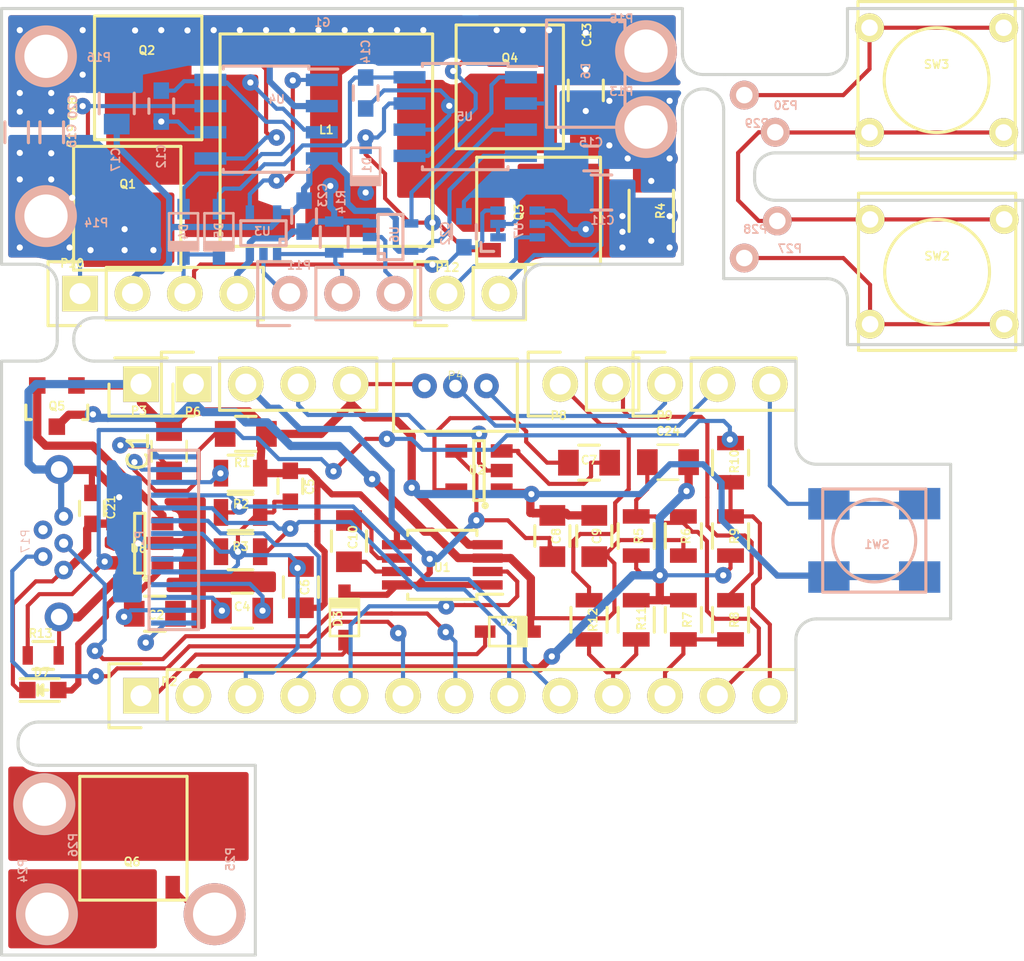
<source format=kicad_pcb>
(kicad_pcb (version 20170123) (host pcbnew "(2017-04-22 revision b38541345)-makepkg")

  (general
    (links 189)
    (no_connects 4)
    (area 134.282095 70.7975 187.375001 123.091705)
    (thickness 1)
    (drawings 57)
    (tracks 1068)
    (zones 0)
    (modules 86)
    (nets 60)
  )

  (page A4)
  (layers
    (0 F.Cu signal)
    (31 B.Cu signal)
    (32 B.Adhes user)
    (33 F.Adhes user)
    (34 B.Paste user)
    (35 F.Paste user)
    (36 B.SilkS user)
    (37 F.SilkS user)
    (38 B.Mask user)
    (39 F.Mask user)
    (40 Dwgs.User user)
    (41 Cmts.User user)
    (42 Eco1.User user)
    (43 Eco2.User user)
    (44 Edge.Cuts user)
    (45 Margin user)
    (46 B.CrtYd user)
    (47 F.CrtYd user)
    (48 B.Fab user)
    (49 F.Fab user)
  )

  (setup
    (last_trace_width 0.2)
    (trace_clearance 0.2)
    (zone_clearance 0.25)
    (zone_45_only no)
    (trace_min 0.2)
    (segment_width 0.2)
    (edge_width 0.15)
    (via_size 0.8)
    (via_drill 0.3)
    (via_min_size 0.8)
    (via_min_drill 0.3)
    (uvia_size 0.8)
    (uvia_drill 0.3)
    (uvias_allowed no)
    (uvia_min_size 0.8)
    (uvia_min_drill 0.3)
    (pcb_text_width 0.3)
    (pcb_text_size 1 1)
    (mod_edge_width 0.15)
    (mod_text_size 0.4 0.4)
    (mod_text_width 0.08)
    (pad_size 1.4 1.4)
    (pad_drill 0.8)
    (pad_to_mask_clearance 0.2)
    (aux_axis_origin 137.8 108.1)
    (grid_origin 137.8 108.1)
    (visible_elements 7FFFFF7F)
    (pcbplotparams
      (layerselection 0x310fc_ffffffff)
      (usegerberextensions true)
      (excludeedgelayer false)
      (linewidth 0.100000)
      (plotframeref true)
      (viasonmask false)
      (mode 1)
      (useauxorigin true)
      (hpglpennumber 1)
      (hpglpenspeed 20)
      (hpglpendiameter 15)
      (psnegative false)
      (psa4output false)
      (plotreference true)
      (plotvalue false)
      (plotinvisibletext false)
      (padsonsilk false)
      (subtractmaskfromsilk false)
      (outputformat 1)
      (mirror false)
      (drillshape 0)
      (scaleselection 1)
      (outputdirectory ""))
  )

  (net 0 "")
  (net 1 "Net-(C1-Pad1)")
  (net 2 GND)
  (net 3 "Net-(C2-Pad1)")
  (net 4 "Net-(C2-Pad2)")
  (net 5 "Net-(C3-Pad1)")
  (net 6 "Net-(C4-Pad1)")
  (net 7 "Net-(C4-Pad2)")
  (net 8 "Net-(C7-Pad1)")
  (net 9 "Net-(C10-Pad1)")
  (net 10 "Net-(C10-Pad2)")
  (net 11 "Net-(P1-Pad12)")
  (net 12 GNDA)
  (net 13 "Net-(C7-Pad2)")
  (net 14 "Net-(C11-Pad1)")
  (net 15 "Net-(C12-Pad1)")
  (net 16 "Net-(C12-Pad2)")
  (net 17 "Net-(C13-Pad1)")
  (net 18 "Net-(C14-Pad1)")
  (net 19 "Net-(C14-Pad2)")
  (net 20 +BATT)
  (net 21 +5V)
  (net 22 "Net-(D1-Pad1)")
  (net 23 +10V)
  (net 24 "Net-(Q1-Pad4)")
  (net 25 "Net-(Q2-Pad4)")
  (net 26 "Net-(Q4-Pad4)")
  (net 27 "Net-(U3-Pad4)")
  (net 28 "Net-(U5-Pad1)")
  (net 29 "Net-(C21-Pad1)")
  (net 30 "Net-(D7-Pad2)")
  (net 31 "Net-(Q5-Pad2)")
  (net 32 "Net-(P24-Pad1)")
  (net 33 "Net-(P25-Pad1)")
  (net 34 "Net-(P26-Pad1)")
  (net 35 "Net-(P27-Pad1)")
  (net 36 "Net-(P28-Pad1)")
  (net 37 "Net-(P29-Pad1)")
  (net 38 /Buck)
  (net 39 /enableDCDC)
  (net 40 /Boost)
  (net 41 /Chrg)
  (net 42 /I_Out)
  (net 43 /U_Out)
  (net 44 /Fire)
  (net 45 /D-)
  (net 46 /D+)
  (net 47 /3.3V_In)
  (net 48 /+5V_Out)
  (net 49 /Reset)
  (net 50 /SCL)
  (net 51 /SDA)
  (net 52 /SHDN)
  (net 53 /U_Sens)
  (net 54 /Bat_Sens)
  (net 55 /Chrg_Sens)
  (net 56 /I_Sens)
  (net 57 /+Batt)
  (net 58 /Down)
  (net 59 /Up)

  (net_class Default "This is the default net class."
    (clearance 0.2)
    (trace_width 0.2)
    (via_dia 0.8)
    (via_drill 0.3)
    (uvia_dia 0.8)
    (uvia_drill 0.3)
    (add_net +10V)
    (add_net /+5V_Out)
    (add_net /3.3V_In)
    (add_net /Bat_Sens)
    (add_net /Boost)
    (add_net /Buck)
    (add_net /Chrg)
    (add_net /Chrg_Sens)
    (add_net /D+)
    (add_net /D-)
    (add_net /Down)
    (add_net /Fire)
    (add_net /I_Out)
    (add_net /I_Sens)
    (add_net /Reset)
    (add_net /SCL)
    (add_net /SDA)
    (add_net /SHDN)
    (add_net /U_Out)
    (add_net /U_Sens)
    (add_net /Up)
    (add_net /enableDCDC)
    (add_net "Net-(C1-Pad1)")
    (add_net "Net-(C10-Pad1)")
    (add_net "Net-(C10-Pad2)")
    (add_net "Net-(C11-Pad1)")
    (add_net "Net-(C12-Pad1)")
    (add_net "Net-(C12-Pad2)")
    (add_net "Net-(C13-Pad1)")
    (add_net "Net-(C14-Pad1)")
    (add_net "Net-(C14-Pad2)")
    (add_net "Net-(C2-Pad1)")
    (add_net "Net-(C2-Pad2)")
    (add_net "Net-(C21-Pad1)")
    (add_net "Net-(C3-Pad1)")
    (add_net "Net-(C4-Pad1)")
    (add_net "Net-(C4-Pad2)")
    (add_net "Net-(C7-Pad1)")
    (add_net "Net-(C7-Pad2)")
    (add_net "Net-(D1-Pad1)")
    (add_net "Net-(P1-Pad12)")
    (add_net "Net-(P24-Pad1)")
    (add_net "Net-(P25-Pad1)")
    (add_net "Net-(P26-Pad1)")
    (add_net "Net-(P27-Pad1)")
    (add_net "Net-(P28-Pad1)")
    (add_net "Net-(P29-Pad1)")
    (add_net "Net-(Q1-Pad4)")
    (add_net "Net-(Q2-Pad4)")
    (add_net "Net-(Q4-Pad4)")
    (add_net "Net-(U3-Pad4)")
    (add_net "Net-(U5-Pad1)")
  )

  (net_class Power ""
    (clearance 0.2)
    (trace_width 0.4)
    (via_dia 0.8)
    (via_drill 0.3)
    (uvia_dia 0.8)
    (uvia_drill 0.3)
    (add_net +BATT)
    (add_net /+Batt)
    (add_net GNDA)
    (add_net "Net-(Q5-Pad2)")
  )

  (net_class Power2 ""
    (clearance 0.2)
    (trace_width 0.6)
    (via_dia 0.8)
    (via_drill 0.3)
    (uvia_dia 0.8)
    (uvia_drill 0.3)
  )

  (net_class Power3 ""
    (clearance 0.2)
    (trace_width 0.3)
    (via_dia 0.8)
    (via_drill 0.3)
    (uvia_dia 0.8)
    (uvia_drill 0.3)
    (add_net +5V)
    (add_net GND)
    (add_net "Net-(D7-Pad2)")
  )

  (module Thesas:Tactile_SW1 (layer B.Cu) (tedit 59221293) (tstamp 572B6A31)
    (at 180.1 99.3 180)
    (descr "Bouton poussoir KSA")
    (tags "SWITCH DEV")
    (path /572ACA0B)
    (fp_text reference SW1 (at -0.127 -0.1905 180) (layer B.SilkS)
      (effects (font (size 0.4 0.4) (thickness 0.08)) (justify mirror))
    )
    (fp_text value SW_PUSH (at -0.1905 0.5715 180) (layer B.Fab)
      (effects (font (size 0.4 0.4) (thickness 0.08)) (justify mirror))
    )
    (fp_circle (center 0 0) (end 1.905 -0.635) (layer B.SilkS) (width 0.15))
    (fp_line (start -2.5 2.5) (end -2.5 -2.5) (layer B.SilkS) (width 0.15))
    (fp_line (start 2.5 2.5) (end -2.5 2.5) (layer B.SilkS) (width 0.15))
    (fp_line (start 2.5 -2.5) (end 2.5 2.5) (layer B.SilkS) (width 0.15))
    (fp_line (start -2.5 -2.5) (end 2.5 -2.5) (layer B.SilkS) (width 0.15))
    (pad 2 smd rect (at -2.2 -1.77 180) (size 2 1.524) (layers B.Cu B.Paste B.Mask)
      (net 2 GND))
    (pad 2 smd rect (at 2.2 -1.77 180) (size 2 1.524) (layers B.Cu B.Paste B.Mask)
      (net 2 GND))
    (pad 1 smd rect (at 2.2 1.78 180) (size 2 1.524) (layers B.Cu B.Paste B.Mask)
      (net 44 /Fire))
    (pad 1 smd rect (at -2.2 1.79 180) (size 2 1.524) (layers B.Cu B.Paste B.Mask)
      (net 44 /Fire))
  )

  (module Thesas:SW_PUSH_UP&Down (layer F.Cu) (tedit 581528D3) (tstamp 58153019)
    (at 183.1204 76.972)
    (path /58165122)
    (fp_text reference SW3 (at 0 -0.762) (layer F.SilkS)
      (effects (font (size 0.4 0.4) (thickness 0.08)))
    )
    (fp_text value SW_PUSH (at 0 1.016) (layer F.Fab)
      (effects (font (size 0.4 0.4) (thickness 0.08)))
    )
    (fp_circle (center 0 0) (end 0 -2.54) (layer F.SilkS) (width 0.15))
    (fp_line (start -3.81 -3.81) (end 3.81 -3.81) (layer F.SilkS) (width 0.15))
    (fp_line (start 3.81 -3.81) (end 3.81 3.81) (layer F.SilkS) (width 0.15))
    (fp_line (start 3.81 3.81) (end -3.81 3.81) (layer F.SilkS) (width 0.15))
    (fp_line (start -3.81 -3.81) (end -3.81 3.81) (layer F.SilkS) (width 0.15))
    (pad 1 thru_hole circle (at 3.25 -2.54) (size 1.4 1.4) (drill 0.8) (layers *.Cu *.Mask F.SilkS)
      (net 37 "Net-(P29-Pad1)"))
    (pad 2 thru_hole circle (at 3.25 2.54) (size 1.4 1.4) (drill 0.8) (layers *.Cu *.Mask F.SilkS)
      (net 35 "Net-(P27-Pad1)"))
    (pad 1 thru_hole circle (at -3.25 -2.54) (size 1.4 1.4) (drill 0.8) (layers *.Cu *.Mask F.SilkS)
      (net 37 "Net-(P29-Pad1)"))
    (pad 2 thru_hole circle (at -3.25 2.54) (size 1.4 1.4) (drill 0.8) (layers *.Cu *.Mask F.SilkS)
      (net 35 "Net-(P27-Pad1)"))
  )

  (module TO_SOT_Packages_SMD:SOT-23-5 (layer F.Cu) (tedit 57AC86EA) (tstamp 572FBE7C)
    (at 144.5 99.43 180)
    (descr "5-pin SOT23 package")
    (tags SOT-23-5)
    (path /572FE96D)
    (attr smd)
    (fp_text reference U8 (at 0.0635 -0.254 180) (layer F.SilkS)
      (effects (font (size 0.4 0.4) (thickness 0.08)))
    )
    (fp_text value STC4054 (at 0 0.508 180) (layer F.Fab)
      (effects (font (size 0.4 0.4) (thickness 0.08)))
    )
    (fp_line (start -1.8 -1.6) (end 1.8 -1.6) (layer F.CrtYd) (width 0.05))
    (fp_line (start 1.8 -1.6) (end 1.8 1.6) (layer F.CrtYd) (width 0.05))
    (fp_line (start 1.8 1.6) (end -1.8 1.6) (layer F.CrtYd) (width 0.05))
    (fp_line (start -1.8 1.6) (end -1.8 -1.6) (layer F.CrtYd) (width 0.05))
    (fp_circle (center -0.3 -1.7) (end -0.2 -1.7) (layer F.SilkS) (width 0.15))
    (fp_line (start 0.25 -1.45) (end -0.25 -1.45) (layer F.SilkS) (width 0.15))
    (fp_line (start 0.25 1.45) (end 0.25 -1.45) (layer F.SilkS) (width 0.15))
    (fp_line (start -0.25 1.45) (end 0.25 1.45) (layer F.SilkS) (width 0.15))
    (fp_line (start -0.25 -1.45) (end -0.25 1.45) (layer F.SilkS) (width 0.15))
    (pad 1 smd rect (at -1.1 -0.95 180) (size 1.06 0.65) (layers F.Cu F.Paste F.Mask)
      (net 30 "Net-(D7-Pad2)"))
    (pad 2 smd rect (at -1.1 0 180) (size 1.06 0.65) (layers F.Cu F.Paste F.Mask)
      (net 2 GND))
    (pad 3 smd rect (at -1.1 0.95 180) (size 1.06 0.65) (layers F.Cu F.Paste F.Mask)
      (net 31 "Net-(Q5-Pad2)"))
    (pad 4 smd rect (at 1.1 0.95 180) (size 1.06 0.65) (layers F.Cu F.Paste F.Mask)
      (net 29 "Net-(C21-Pad1)"))
    (pad 5 smd rect (at 1.1 -0.95 180) (size 1.06 0.65) (layers F.Cu F.Paste F.Mask)
      (net 41 /Chrg))
    (model TO_SOT_Packages_SMD.3dshapes/SOT-23-5.wrl
      (at (xyz 0 0 0))
      (scale (xyz 1 1 1))
      (rotate (xyz 0 0 0))
    )
  )

  (module Thesas:DO-214AA (layer B.Cu) (tedit 58AE0463) (tstamp 572E7135)
    (at 166.116 76.6572 90)
    (descr "Jedec DO-214AB diode package. Designed according to Fairchild SS32 datasheet.")
    (tags "DO-214AB diode")
    (path /572FD2C8)
    (attr smd)
    (fp_text reference D6 (at 0.127 0 90) (layer B.SilkS)
      (effects (font (size 0.4 0.4) (thickness 0.08)) (justify mirror))
    )
    (fp_text value "Z 11V" (at -0.8255 -0.4445 90) (layer B.Fab)
      (effects (font (size 0.4 0.4) (thickness 0.08)) (justify mirror))
    )
    (fp_line (start 2.6 1.9) (end 2.6 -1.9) (layer B.SilkS) (width 0.15))
    (fp_line (start -2.6 1.9) (end -2.6 -1.9) (layer B.SilkS) (width 0.15))
    (fp_line (start 2.6 -1.9) (end -2.6 -1.9) (layer B.SilkS) (width 0.15))
    (fp_line (start -2.6 1.9) (end 2.6 1.9) (layer B.SilkS) (width 0.15))
    (pad 2 smd rect (at 2.06 0 90) (size 1.47 2.3) (layers B.Cu B.Paste B.Mask)
      (net 2 GND))
    (pad 1 smd rect (at -2.06 0 90) (size 1.47 2.3) (layers B.Cu B.Paste B.Mask)
      (net 17 "Net-(C13-Pad1)"))
  )

  (module Thesas:L4040 (layer F.Cu) (tedit 57AC88CA) (tstamp 572E50EA)
    (at 153.543 79.883 180)
    (path /572F32F7)
    (fp_text reference L1 (at 0 0.5 180) (layer F.SilkS)
      (effects (font (size 0.4 0.4) (thickness 0.08)))
    )
    (fp_text value 0.56uH (at 2.159 -1.4605 180) (layer F.Fab)
      (effects (font (size 0.4 0.4) (thickness 0.08)))
    )
    (fp_line (start -5.15 -5.15) (end -5.15 5.15) (layer F.SilkS) (width 0.15))
    (fp_line (start -5.15 5.15) (end 5.15 5.15) (layer F.SilkS) (width 0.15))
    (fp_line (start 5.15 5.15) (end 5.15 -5.15) (layer F.SilkS) (width 0.15))
    (fp_line (start 5.15 -5.15) (end -5.15 -5.15) (layer F.SilkS) (width 0.15))
    (pad 1 smd rect (at -4.5 0 180) (size 2 5.5) (layers F.Cu F.Paste F.Mask)
      (net 18 "Net-(C14-Pad1)"))
    (pad 2 smd rect (at 4.5 0 180) (size 2 5.5) (layers F.Cu F.Paste F.Mask)
      (net 15 "Net-(C12-Pad1)"))
  )

  (module Capacitors_SMD:C_0603 (layer B.Cu) (tedit 58AE03A5) (tstamp 572E55B7)
    (at 155.448 77.597 90)
    (descr "Capacitor SMD 0603, reflow soldering, AVX (see smccp.pdf)")
    (tags "capacitor 0603")
    (path /572ED2DD)
    (attr smd)
    (fp_text reference C14 (at 2.0066 0 90) (layer B.SilkS)
      (effects (font (size 0.4 0.4) (thickness 0.08)) (justify mirror))
    )
    (fp_text value 1uF (at 0.0635 -0.1905 90) (layer B.Fab)
      (effects (font (size 0.4 0.4) (thickness 0.08)) (justify mirror))
    )
    (fp_line (start -1.45 0.75) (end 1.45 0.75) (layer B.CrtYd) (width 0.05))
    (fp_line (start -1.45 -0.75) (end 1.45 -0.75) (layer B.CrtYd) (width 0.05))
    (fp_line (start -1.45 0.75) (end -1.45 -0.75) (layer B.CrtYd) (width 0.05))
    (fp_line (start 1.45 0.75) (end 1.45 -0.75) (layer B.CrtYd) (width 0.05))
    (fp_line (start -0.35 0.6) (end 0.35 0.6) (layer B.SilkS) (width 0.15))
    (fp_line (start 0.35 -0.6) (end -0.35 -0.6) (layer B.SilkS) (width 0.15))
    (pad 1 smd rect (at -0.75 0 90) (size 0.8 0.75) (layers B.Cu B.Paste B.Mask)
      (net 18 "Net-(C14-Pad1)"))
    (pad 2 smd rect (at 0.75 0 90) (size 0.8 0.75) (layers B.Cu B.Paste B.Mask)
      (net 19 "Net-(C14-Pad2)"))
    (model Capacitors_SMD.3dshapes/C_0603.wrl
      (at (xyz 0 0 0))
      (scale (xyz 1 1 1))
      (rotate (xyz 0 0 0))
    )
  )

  (module Thesas:FPC_14 (layer B.Cu) (tedit 57AC85B7) (tstamp 572A7C95)
    (at 146.15 99.27 90)
    (path /5707CF26)
    (fp_text reference P1 (at 0.0635 -1.651 90) (layer B.SilkS)
      (effects (font (size 0.4 0.4) (thickness 0.08)) (justify mirror))
    )
    (fp_text value CONN_ER-OLED0.69-1 (at 0 -0.5715 90) (layer B.Fab) hide
      (effects (font (size 0.4 0.4) (thickness 0.08)) (justify mirror))
    )
    (fp_line (start -4.35 1.2) (end 4.35 1.2) (layer B.SilkS) (width 0.15))
    (fp_line (start -4.35 -1.2) (end 4.35 -1.2) (layer B.SilkS) (width 0.15))
    (fp_line (start -4.35 -1.2) (end -4.35 1.2) (layer B.SilkS) (width 0.15))
    (fp_line (start 4.35 -1.2) (end 4.35 1.2) (layer B.SilkS) (width 0.15))
    (pad 1 smd rect (at -4.03 0 90) (size 0.25 2.2) (layers B.Cu B.Paste B.Mask)
      (net 3 "Net-(C2-Pad1)"))
    (pad 2 smd rect (at -3.41 0 90) (size 0.25 2.2) (layers B.Cu B.Paste B.Mask)
      (net 4 "Net-(C2-Pad2)"))
    (pad 3 smd rect (at -2.79 0 90) (size 0.25 2.2) (layers B.Cu B.Paste B.Mask)
      (net 6 "Net-(C4-Pad1)"))
    (pad 4 smd rect (at -2.17 0 90) (size 0.25 2.2) (layers B.Cu B.Paste B.Mask)
      (net 7 "Net-(C4-Pad2)"))
    (pad 5 smd rect (at -1.55 0 90) (size 0.25 2.2) (layers B.Cu B.Paste B.Mask)
      (net 47 /3.3V_In))
    (pad 6 smd rect (at -0.93 0 90) (size 0.25 2.2) (layers B.Cu B.Paste B.Mask))
    (pad 7 smd rect (at -0.31 0 90) (size 0.25 2.2) (layers B.Cu B.Paste B.Mask)
      (net 2 GND))
    (pad 8 smd rect (at 0.31 0 90) (size 0.25 2.2) (layers B.Cu B.Paste B.Mask)
      (net 47 /3.3V_In))
    (pad 9 smd rect (at 0.93 0 90) (size 0.25 2.2) (layers B.Cu B.Paste B.Mask)
      (net 49 /Reset))
    (pad 10 smd rect (at 1.55 0 90) (size 0.25 2.2) (layers B.Cu B.Paste B.Mask)
      (net 50 /SCL))
    (pad 11 smd rect (at 2.17 0 90) (size 0.25 2.2) (layers B.Cu B.Paste B.Mask)
      (net 51 /SDA))
    (pad 12 smd rect (at 2.79 0 90) (size 0.25 2.2) (layers B.Cu B.Paste B.Mask)
      (net 11 "Net-(P1-Pad12)"))
    (pad 13 smd rect (at 3.41 0 90) (size 0.25 2.2) (layers B.Cu B.Paste B.Mask)
      (net 5 "Net-(C3-Pad1)"))
    (pad 14 smd rect (at 4.03 0 90) (size 0.25 2.2) (layers B.Cu B.Paste B.Mask)
      (net 1 "Net-(C1-Pad1)"))
  )

  (module w_smd_diode:sod323 (layer F.Cu) (tedit 57AC830B) (tstamp 572A7C71)
    (at 162.338 103.7155)
    (descr SOD323)
    (path /570851CF)
    (fp_text reference D2 (at 0 -0.508) (layer F.SilkS)
      (effects (font (size 0.4 0.4) (thickness 0.08)))
    )
    (fp_text value D_Schottky (at 0.127 0.6985) (layer F.SilkS) hide
      (effects (font (size 0.4 0.4) (thickness 0.08)))
    )
    (fp_line (start 0.8001 -0.70104) (end 0.8001 0.70104) (layer F.SilkS) (width 0.127))
    (fp_line (start 0.70104 0.70104) (end 0.70104 -0.70104) (layer F.SilkS) (width 0.127))
    (fp_line (start 0.59944 -0.70104) (end 0.59944 0.70104) (layer F.SilkS) (width 0.127))
    (fp_line (start 0.50038 -0.70104) (end 0.50038 0.70104) (layer F.SilkS) (width 0.127))
    (fp_line (start 0.89916 -0.70104) (end -0.89916 -0.70104) (layer F.SilkS) (width 0.127))
    (fp_line (start -0.89916 -0.70104) (end -0.89916 0.70104) (layer F.SilkS) (width 0.127))
    (fp_line (start -0.89916 0.70104) (end 0.89916 0.70104) (layer F.SilkS) (width 0.127))
    (fp_line (start 0.89916 0.70104) (end 0.89916 -0.70104) (layer F.SilkS) (width 0.127))
    (pad 2 smd rect (at 1.09982 0) (size 1.00076 0.59944) (layers F.Cu F.Paste F.Mask)
      (net 57 /+Batt))
    (pad 1 smd rect (at -1.09982 0) (size 1.00076 0.59944) (layers F.Cu F.Paste F.Mask)
      (net 48 /+5V_Out))
    (model walter/smd_diode/sod323.wrl
      (at (xyz 0 0 0))
      (scale (xyz 1 1 1))
      (rotate (xyz 0 0 0))
    )
  )

  (module w_smd_diode:sod323 (layer F.Cu) (tedit 57AC831D) (tstamp 572A7C7F)
    (at 154.42 103.03 90)
    (descr SOD323)
    (path /570823A0)
    (fp_text reference D3 (at -0.0635 -0.3175 90) (layer F.SilkS)
      (effects (font (size 0.4 0.4) (thickness 0.08)))
    )
    (fp_text value D_Schottky (at -0.0635 0.508 90) (layer F.SilkS) hide
      (effects (font (size 0.4 0.4) (thickness 0.08)))
    )
    (fp_line (start 0.8001 -0.70104) (end 0.8001 0.70104) (layer F.SilkS) (width 0.127))
    (fp_line (start 0.70104 0.70104) (end 0.70104 -0.70104) (layer F.SilkS) (width 0.127))
    (fp_line (start 0.59944 -0.70104) (end 0.59944 0.70104) (layer F.SilkS) (width 0.127))
    (fp_line (start 0.50038 -0.70104) (end 0.50038 0.70104) (layer F.SilkS) (width 0.127))
    (fp_line (start 0.89916 -0.70104) (end -0.89916 -0.70104) (layer F.SilkS) (width 0.127))
    (fp_line (start -0.89916 -0.70104) (end -0.89916 0.70104) (layer F.SilkS) (width 0.127))
    (fp_line (start -0.89916 0.70104) (end 0.89916 0.70104) (layer F.SilkS) (width 0.127))
    (fp_line (start 0.89916 0.70104) (end 0.89916 -0.70104) (layer F.SilkS) (width 0.127))
    (pad 2 smd rect (at 1.09982 0 90) (size 1.00076 0.59944) (layers F.Cu F.Paste F.Mask)
      (net 21 +5V))
    (pad 1 smd rect (at -1.09982 0 90) (size 1.00076 0.59944) (layers F.Cu F.Paste F.Mask)
      (net 48 /+5V_Out))
    (model walter/smd_diode/sod323.wrl
      (at (xyz 0 0 0))
      (scale (xyz 1 1 1))
      (rotate (xyz 0 0 0))
    )
  )

  (module Housings_SSOP:MSOP-8_3x3mm_Pitch0.65mm (layer F.Cu) (tedit 57AC8323) (tstamp 572A7D7E)
    (at 159.163 100.477 180)
    (descr "8-Lead Plastic Micro Small Outline Package (MS) [MSOP] (see Microchip Packaging Specification 00000049BS.pdf)")
    (tags "SSOP 0.65")
    (path /5707CD1B)
    (attr smd)
    (fp_text reference U1 (at 0 -0.127 180) (layer F.SilkS)
      (effects (font (size 0.4 0.4) (thickness 0.08)))
    )
    (fp_text value MAX1595 (at 0 -0.6985 180) (layer F.Fab)
      (effects (font (size 0.4 0.4) (thickness 0.08)))
    )
    (fp_line (start -3.2 -1.85) (end -3.2 1.85) (layer F.CrtYd) (width 0.05))
    (fp_line (start 3.2 -1.85) (end 3.2 1.85) (layer F.CrtYd) (width 0.05))
    (fp_line (start -3.2 -1.85) (end 3.2 -1.85) (layer F.CrtYd) (width 0.05))
    (fp_line (start -3.2 1.85) (end 3.2 1.85) (layer F.CrtYd) (width 0.05))
    (fp_line (start -1.675 -1.675) (end -1.675 -1.425) (layer F.SilkS) (width 0.15))
    (fp_line (start 1.675 -1.675) (end 1.675 -1.425) (layer F.SilkS) (width 0.15))
    (fp_line (start 1.675 1.675) (end 1.675 1.425) (layer F.SilkS) (width 0.15))
    (fp_line (start -1.675 1.675) (end -1.675 1.425) (layer F.SilkS) (width 0.15))
    (fp_line (start -1.675 -1.675) (end 1.675 -1.675) (layer F.SilkS) (width 0.15))
    (fp_line (start -1.675 1.675) (end 1.675 1.675) (layer F.SilkS) (width 0.15))
    (fp_line (start -1.675 -1.425) (end -2.925 -1.425) (layer F.SilkS) (width 0.15))
    (pad 1 smd rect (at -2.2 -0.975 180) (size 1.45 0.45) (layers F.Cu F.Paste F.Mask)
      (net 21 +5V))
    (pad 2 smd rect (at -2.2 -0.325 180) (size 1.45 0.45) (layers F.Cu F.Paste F.Mask)
      (net 52 /SHDN))
    (pad 3 smd rect (at -2.2 0.325 180) (size 1.45 0.45) (layers F.Cu F.Paste F.Mask)
      (net 57 /+Batt))
    (pad 4 smd rect (at -2.2 0.975 180) (size 1.45 0.45) (layers F.Cu F.Paste F.Mask)
      (net 2 GND))
    (pad 5 smd rect (at 2.2 0.975 180) (size 1.45 0.45) (layers F.Cu F.Paste F.Mask)
      (net 2 GND))
    (pad 6 smd rect (at 2.2 0.325 180) (size 1.45 0.45) (layers F.Cu F.Paste F.Mask)
      (net 10 "Net-(C10-Pad2)"))
    (pad 7 smd rect (at 2.2 -0.325 180) (size 1.45 0.45) (layers F.Cu F.Paste F.Mask)
      (net 9 "Net-(C10-Pad1)"))
    (pad 8 smd rect (at 2.2 -0.975 180) (size 1.45 0.45) (layers F.Cu F.Paste F.Mask)
      (net 21 +5V))
    (model Housings_SSOP.3dshapes/MSOP-8_3x3mm_Pitch0.65mm.wrl
      (at (xyz 0 0 0))
      (scale (xyz 1 1 1))
      (rotate (xyz 0 0 0))
    )
  )

  (module TO_SOT_Packages_SMD:SOT-23-5 (layer F.Cu) (tedit 58AE01BA) (tstamp 572A7D87)
    (at 160.941 95.905 180)
    (descr "5-pin SOT23 package")
    (tags SOT-23-5)
    (path /572A7174)
    (attr smd)
    (fp_text reference U2 (at 0.1016 0.0254 180) (layer F.SilkS)
      (effects (font (size 0.4 0.4) (thickness 0.08)))
    )
    (fp_text value Max1682 (at 0.0762 -1.9304 180) (layer F.Fab)
      (effects (font (size 0.4 0.4) (thickness 0.08)))
    )
    (fp_line (start -1.8 -1.6) (end 1.8 -1.6) (layer F.CrtYd) (width 0.05))
    (fp_line (start 1.8 -1.6) (end 1.8 1.6) (layer F.CrtYd) (width 0.05))
    (fp_line (start 1.8 1.6) (end -1.8 1.6) (layer F.CrtYd) (width 0.05))
    (fp_line (start -1.8 1.6) (end -1.8 -1.6) (layer F.CrtYd) (width 0.05))
    (fp_circle (center -0.3 -1.7) (end -0.2 -1.7) (layer F.SilkS) (width 0.15))
    (fp_line (start 0.25 -1.45) (end -0.25 -1.45) (layer F.SilkS) (width 0.15))
    (fp_line (start 0.25 1.45) (end 0.25 -1.45) (layer F.SilkS) (width 0.15))
    (fp_line (start -0.25 1.45) (end 0.25 1.45) (layer F.SilkS) (width 0.15))
    (fp_line (start -0.25 -1.45) (end -0.25 1.45) (layer F.SilkS) (width 0.15))
    (pad 1 smd rect (at -1.1 -0.95 180) (size 1.06 0.65) (layers F.Cu F.Paste F.Mask)
      (net 2 GND))
    (pad 2 smd rect (at -1.1 0 180) (size 1.06 0.65) (layers F.Cu F.Paste F.Mask)
      (net 23 +10V))
    (pad 3 smd rect (at -1.1 0.95 180) (size 1.06 0.65) (layers F.Cu F.Paste F.Mask)
      (net 13 "Net-(C7-Pad2)"))
    (pad 4 smd rect (at 1.1 0.95 180) (size 1.06 0.65) (layers F.Cu F.Paste F.Mask)
      (net 21 +5V))
    (pad 5 smd rect (at 1.1 -0.95 180) (size 1.06 0.65) (layers F.Cu F.Paste F.Mask)
      (net 8 "Net-(C7-Pad1)"))
    (model TO_SOT_Packages_SMD.3dshapes/SOT-23-5.wrl
      (at (xyz 0 0 0))
      (scale (xyz 1 1 1))
      (rotate (xyz 0 0 0))
    )
  )

  (module Capacitors_SMD:C_0805 (layer F.Cu) (tedit 57AC8211) (tstamp 572A7C0F)
    (at 149.638 94.127)
    (descr "Capacitor SMD 0805, reflow soldering, AVX (see smccp.pdf)")
    (tags "capacitor 0805")
    (path /5707E6A1)
    (attr smd)
    (fp_text reference C3 (at 0 -2.1) (layer F.SilkS)
      (effects (font (size 0.4 0.4) (thickness 0.08)))
    )
    (fp_text value 2.2uF (at 0.127 0.3175) (layer F.Fab)
      (effects (font (size 0.4 0.4) (thickness 0.08)))
    )
    (fp_line (start -1.8 -1) (end 1.8 -1) (layer F.CrtYd) (width 0.05))
    (fp_line (start -1.8 1) (end 1.8 1) (layer F.CrtYd) (width 0.05))
    (fp_line (start -1.8 -1) (end -1.8 1) (layer F.CrtYd) (width 0.05))
    (fp_line (start 1.8 -1) (end 1.8 1) (layer F.CrtYd) (width 0.05))
    (fp_line (start 0.5 -0.85) (end -0.5 -0.85) (layer F.SilkS) (width 0.15))
    (fp_line (start -0.5 0.85) (end 0.5 0.85) (layer F.SilkS) (width 0.15))
    (pad 1 smd rect (at -1 0) (size 1 1.25) (layers F.Cu F.Paste F.Mask)
      (net 5 "Net-(C3-Pad1)"))
    (pad 2 smd rect (at 1 0) (size 1 1.25) (layers F.Cu F.Paste F.Mask)
      (net 2 GND))
    (model Capacitors_SMD.3dshapes/C_0805.wrl
      (at (xyz 0 0 0))
      (scale (xyz 1 1 1))
      (rotate (xyz 0 0 0))
    )
  )

  (module Capacitors_SMD:C_0805 (layer F.Cu) (tedit 57AC8232) (tstamp 572A8F2A)
    (at 145.23 102.85 180)
    (descr "Capacitor SMD 0805, reflow soldering, AVX (see smccp.pdf)")
    (tags "capacitor 0805")
    (path /5707D2F1)
    (attr smd)
    (fp_text reference C2 (at -0.0635 -0.0635 180) (layer F.SilkS)
      (effects (font (size 0.4 0.4) (thickness 0.08)))
    )
    (fp_text value 1uF (at 0 0.4445 180) (layer F.Fab)
      (effects (font (size 0.4 0.4) (thickness 0.08)))
    )
    (fp_line (start -1.8 -1) (end 1.8 -1) (layer F.CrtYd) (width 0.05))
    (fp_line (start -1.8 1) (end 1.8 1) (layer F.CrtYd) (width 0.05))
    (fp_line (start -1.8 -1) (end -1.8 1) (layer F.CrtYd) (width 0.05))
    (fp_line (start 1.8 -1) (end 1.8 1) (layer F.CrtYd) (width 0.05))
    (fp_line (start 0.5 -0.85) (end -0.5 -0.85) (layer F.SilkS) (width 0.15))
    (fp_line (start -0.5 0.85) (end 0.5 0.85) (layer F.SilkS) (width 0.15))
    (pad 1 smd rect (at -1 0 180) (size 1 1.25) (layers F.Cu F.Paste F.Mask)
      (net 3 "Net-(C2-Pad1)"))
    (pad 2 smd rect (at 1 0 180) (size 1 1.25) (layers F.Cu F.Paste F.Mask)
      (net 4 "Net-(C2-Pad2)"))
    (model Capacitors_SMD.3dshapes/C_0805.wrl
      (at (xyz 0 0 0))
      (scale (xyz 1 1 1))
      (rotate (xyz 0 0 0))
    )
  )

  (module Capacitors_SMD:C_0805 (layer F.Cu) (tedit 57AC8277) (tstamp 572A8F35)
    (at 149.46 102.7)
    (descr "Capacitor SMD 0805, reflow soldering, AVX (see smccp.pdf)")
    (tags "capacitor 0805")
    (path /5707CFC2)
    (attr smd)
    (fp_text reference C4 (at 0 -0.1905) (layer F.SilkS)
      (effects (font (size 0.4 0.4) (thickness 0.08)))
    )
    (fp_text value 1uF (at -0.0635 0.4445) (layer F.Fab)
      (effects (font (size 0.4 0.4) (thickness 0.08)))
    )
    (fp_line (start -1.8 -1) (end 1.8 -1) (layer F.CrtYd) (width 0.05))
    (fp_line (start -1.8 1) (end 1.8 1) (layer F.CrtYd) (width 0.05))
    (fp_line (start -1.8 -1) (end -1.8 1) (layer F.CrtYd) (width 0.05))
    (fp_line (start 1.8 -1) (end 1.8 1) (layer F.CrtYd) (width 0.05))
    (fp_line (start 0.5 -0.85) (end -0.5 -0.85) (layer F.SilkS) (width 0.15))
    (fp_line (start -0.5 0.85) (end 0.5 0.85) (layer F.SilkS) (width 0.15))
    (pad 1 smd rect (at -1 0) (size 1 1.25) (layers F.Cu F.Paste F.Mask)
      (net 6 "Net-(C4-Pad1)"))
    (pad 2 smd rect (at 1 0) (size 1 1.25) (layers F.Cu F.Paste F.Mask)
      (net 7 "Net-(C4-Pad2)"))
    (model Capacitors_SMD.3dshapes/C_0805.wrl
      (at (xyz 0 0 0))
      (scale (xyz 1 1 1))
      (rotate (xyz 0 0 0))
    )
  )

  (module Capacitors_SMD:C_0805 (layer F.Cu) (tedit 57AC817D) (tstamp 572A8F56)
    (at 166.275 95.524)
    (descr "Capacitor SMD 0805, reflow soldering, AVX (see smccp.pdf)")
    (tags "capacitor 0805")
    (path /572A8604)
    (attr smd)
    (fp_text reference C7 (at 0 -0.127) (layer F.SilkS)
      (effects (font (size 0.4 0.4) (thickness 0.08)))
    )
    (fp_text value 10uF (at -0.0635 0.4445) (layer F.Fab)
      (effects (font (size 0.4 0.4) (thickness 0.08)))
    )
    (fp_line (start -1.8 -1) (end 1.8 -1) (layer F.CrtYd) (width 0.05))
    (fp_line (start -1.8 1) (end 1.8 1) (layer F.CrtYd) (width 0.05))
    (fp_line (start -1.8 -1) (end -1.8 1) (layer F.CrtYd) (width 0.05))
    (fp_line (start 1.8 -1) (end 1.8 1) (layer F.CrtYd) (width 0.05))
    (fp_line (start 0.5 -0.85) (end -0.5 -0.85) (layer F.SilkS) (width 0.15))
    (fp_line (start -0.5 0.85) (end 0.5 0.85) (layer F.SilkS) (width 0.15))
    (pad 1 smd rect (at -1 0) (size 1 1.25) (layers F.Cu F.Paste F.Mask)
      (net 8 "Net-(C7-Pad1)"))
    (pad 2 smd rect (at 1 0) (size 1 1.25) (layers F.Cu F.Paste F.Mask)
      (net 13 "Net-(C7-Pad2)"))
    (model Capacitors_SMD.3dshapes/C_0805.wrl
      (at (xyz 0 0 0))
      (scale (xyz 1 1 1))
      (rotate (xyz 0 0 0))
    )
  )

  (module Capacitors_SMD:C_0805 (layer F.Cu) (tedit 57AC8161) (tstamp 572A8F61)
    (at 164.497 99.08 90)
    (descr "Capacitor SMD 0805, reflow soldering, AVX (see smccp.pdf)")
    (tags "capacitor 0805")
    (path /57082136)
    (attr smd)
    (fp_text reference C8 (at 0 0.1905 90) (layer F.SilkS)
      (effects (font (size 0.4 0.4) (thickness 0.08)))
    )
    (fp_text value 1uF (at 0 -0.381 90) (layer F.Fab)
      (effects (font (size 0.4 0.4) (thickness 0.08)))
    )
    (fp_line (start -1.8 -1) (end 1.8 -1) (layer F.CrtYd) (width 0.05))
    (fp_line (start -1.8 1) (end 1.8 1) (layer F.CrtYd) (width 0.05))
    (fp_line (start -1.8 -1) (end -1.8 1) (layer F.CrtYd) (width 0.05))
    (fp_line (start 1.8 -1) (end 1.8 1) (layer F.CrtYd) (width 0.05))
    (fp_line (start 0.5 -0.85) (end -0.5 -0.85) (layer F.SilkS) (width 0.15))
    (fp_line (start -0.5 0.85) (end 0.5 0.85) (layer F.SilkS) (width 0.15))
    (pad 1 smd rect (at -1 0 90) (size 1 1.25) (layers F.Cu F.Paste F.Mask)
      (net 21 +5V))
    (pad 2 smd rect (at 1 0 90) (size 1 1.25) (layers F.Cu F.Paste F.Mask)
      (net 2 GND))
    (model Capacitors_SMD.3dshapes/C_0805.wrl
      (at (xyz 0 0 0))
      (scale (xyz 1 1 1))
      (rotate (xyz 0 0 0))
    )
  )

  (module Capacitors_SMD:C_0805 (layer F.Cu) (tedit 57AC81A2) (tstamp 572A8F77)
    (at 154.64 99.33 90)
    (descr "Capacitor SMD 0805, reflow soldering, AVX (see smccp.pdf)")
    (tags "capacitor 0805")
    (path /57084AB7)
    (attr smd)
    (fp_text reference C10 (at 0.1905 0.1905 90) (layer F.SilkS)
      (effects (font (size 0.4 0.4) (thickness 0.08)))
    )
    (fp_text value 220nF (at 0.0635 -0.4445 90) (layer F.Fab)
      (effects (font (size 0.4 0.4) (thickness 0.08)))
    )
    (fp_line (start -1.8 -1) (end 1.8 -1) (layer F.CrtYd) (width 0.05))
    (fp_line (start -1.8 1) (end 1.8 1) (layer F.CrtYd) (width 0.05))
    (fp_line (start -1.8 -1) (end -1.8 1) (layer F.CrtYd) (width 0.05))
    (fp_line (start 1.8 -1) (end 1.8 1) (layer F.CrtYd) (width 0.05))
    (fp_line (start 0.5 -0.85) (end -0.5 -0.85) (layer F.SilkS) (width 0.15))
    (fp_line (start -0.5 0.85) (end 0.5 0.85) (layer F.SilkS) (width 0.15))
    (pad 1 smd rect (at -1 0 90) (size 1 1.25) (layers F.Cu F.Paste F.Mask)
      (net 9 "Net-(C10-Pad1)"))
    (pad 2 smd rect (at 1 0 90) (size 1 1.25) (layers F.Cu F.Paste F.Mask)
      (net 10 "Net-(C10-Pad2)"))
    (model Capacitors_SMD.3dshapes/C_0805.wrl
      (at (xyz 0 0 0))
      (scale (xyz 1 1 1))
      (rotate (xyz 0 0 0))
    )
  )

  (module Resistors_SMD:R_0805 (layer F.Cu) (tedit 58AE0177) (tstamp 572A8F82)
    (at 149.384 96.032)
    (descr "Resistor SMD 0805, reflow soldering, Vishay (see dcrcw.pdf)")
    (tags "resistor 0805")
    (path /5707E4AD)
    (attr smd)
    (fp_text reference R1 (at 0.0762 -0.508) (layer F.SilkS)
      (effects (font (size 0.4 0.4) (thickness 0.08)))
    )
    (fp_text value 820k (at 0.127 0.254) (layer F.Fab)
      (effects (font (size 0.4 0.4) (thickness 0.08)))
    )
    (fp_line (start -1.6 -1) (end 1.6 -1) (layer F.CrtYd) (width 0.05))
    (fp_line (start -1.6 1) (end 1.6 1) (layer F.CrtYd) (width 0.05))
    (fp_line (start -1.6 -1) (end -1.6 1) (layer F.CrtYd) (width 0.05))
    (fp_line (start 1.6 -1) (end 1.6 1) (layer F.CrtYd) (width 0.05))
    (fp_line (start 0.6 0.875) (end -0.6 0.875) (layer F.SilkS) (width 0.15))
    (fp_line (start -0.6 -0.875) (end 0.6 -0.875) (layer F.SilkS) (width 0.15))
    (pad 1 smd rect (at -0.95 0) (size 0.7 1.3) (layers F.Cu F.Paste F.Mask)
      (net 11 "Net-(P1-Pad12)"))
    (pad 2 smd rect (at 0.95 0) (size 0.7 1.3) (layers F.Cu F.Paste F.Mask)
      (net 2 GND))
    (model Resistors_SMD.3dshapes/R_0805.wrl
      (at (xyz 0 0 0))
      (scale (xyz 1 1 1))
      (rotate (xyz 0 0 0))
    )
  )

  (module Resistors_SMD:R_0805 (layer F.Cu) (tedit 58AE0184) (tstamp 572A8F8D)
    (at 149.384 97.937 180)
    (descr "Resistor SMD 0805, reflow soldering, Vishay (see dcrcw.pdf)")
    (tags "resistor 0805")
    (path /5707DF8B)
    (attr smd)
    (fp_text reference R2 (at -0.0254 0.4064 180) (layer F.SilkS)
      (effects (font (size 0.4 0.4) (thickness 0.08)))
    )
    (fp_text value 3.3k (at -0.0635 -0.381 180) (layer F.Fab)
      (effects (font (size 0.4 0.4) (thickness 0.08)))
    )
    (fp_line (start -1.6 -1) (end 1.6 -1) (layer F.CrtYd) (width 0.05))
    (fp_line (start -1.6 1) (end 1.6 1) (layer F.CrtYd) (width 0.05))
    (fp_line (start -1.6 -1) (end -1.6 1) (layer F.CrtYd) (width 0.05))
    (fp_line (start 1.6 -1) (end 1.6 1) (layer F.CrtYd) (width 0.05))
    (fp_line (start 0.6 0.875) (end -0.6 0.875) (layer F.SilkS) (width 0.15))
    (fp_line (start -0.6 -0.875) (end 0.6 -0.875) (layer F.SilkS) (width 0.15))
    (pad 1 smd rect (at -0.95 0 180) (size 0.7 1.3) (layers F.Cu F.Paste F.Mask)
      (net 47 /3.3V_In))
    (pad 2 smd rect (at 0.95 0 180) (size 0.7 1.3) (layers F.Cu F.Paste F.Mask)
      (net 51 /SDA))
    (model Resistors_SMD.3dshapes/R_0805.wrl
      (at (xyz 0 0 0))
      (scale (xyz 1 1 1))
      (rotate (xyz 0 0 0))
    )
  )

  (module Resistors_SMD:R_0805 (layer F.Cu) (tedit 58AE018B) (tstamp 572A8F98)
    (at 149.384 99.842)
    (descr "Resistor SMD 0805, reflow soldering, Vishay (see dcrcw.pdf)")
    (tags "resistor 0805")
    (path /57080724)
    (attr smd)
    (fp_text reference R3 (at 0 -0.254) (layer F.SilkS)
      (effects (font (size 0.4 0.4) (thickness 0.08)))
    )
    (fp_text value 3.3k (at -0.127 0.508) (layer F.Fab)
      (effects (font (size 0.4 0.4) (thickness 0.08)))
    )
    (fp_line (start -1.6 -1) (end 1.6 -1) (layer F.CrtYd) (width 0.05))
    (fp_line (start -1.6 1) (end 1.6 1) (layer F.CrtYd) (width 0.05))
    (fp_line (start -1.6 -1) (end -1.6 1) (layer F.CrtYd) (width 0.05))
    (fp_line (start 1.6 -1) (end 1.6 1) (layer F.CrtYd) (width 0.05))
    (fp_line (start 0.6 0.875) (end -0.6 0.875) (layer F.SilkS) (width 0.15))
    (fp_line (start -0.6 -0.875) (end 0.6 -0.875) (layer F.SilkS) (width 0.15))
    (pad 1 smd rect (at -0.95 0) (size 0.7 1.3) (layers F.Cu F.Paste F.Mask)
      (net 47 /3.3V_In))
    (pad 2 smd rect (at 0.95 0) (size 0.7 1.3) (layers F.Cu F.Paste F.Mask)
      (net 50 /SCL))
    (model Resistors_SMD.3dshapes/R_0805.wrl
      (at (xyz 0 0 0))
      (scale (xyz 1 1 1))
      (rotate (xyz 0 0 0))
    )
  )

  (module Resistors_SMD:R_0805 (layer F.Cu) (tedit 57AC8167) (tstamp 572A8FA3)
    (at 168.561 99.08 270)
    (descr "Resistor SMD 0805, reflow soldering, Vishay (see dcrcw.pdf)")
    (tags "resistor 0805")
    (path /5708331E)
    (attr smd)
    (fp_text reference R5 (at 0 -0.127 270) (layer F.SilkS)
      (effects (font (size 0.4 0.4) (thickness 0.08)))
    )
    (fp_text value 330k (at 0 0.508 270) (layer F.Fab)
      (effects (font (size 0.4 0.4) (thickness 0.08)))
    )
    (fp_line (start -1.6 -1) (end 1.6 -1) (layer F.CrtYd) (width 0.05))
    (fp_line (start -1.6 1) (end 1.6 1) (layer F.CrtYd) (width 0.05))
    (fp_line (start -1.6 -1) (end -1.6 1) (layer F.CrtYd) (width 0.05))
    (fp_line (start 1.6 -1) (end 1.6 1) (layer F.CrtYd) (width 0.05))
    (fp_line (start 0.6 0.875) (end -0.6 0.875) (layer F.SilkS) (width 0.15))
    (fp_line (start -0.6 -0.875) (end 0.6 -0.875) (layer F.SilkS) (width 0.15))
    (pad 1 smd rect (at -0.95 0 270) (size 0.7 1.3) (layers F.Cu F.Paste F.Mask)
      (net 54 /Bat_Sens))
    (pad 2 smd rect (at 0.95 0 270) (size 0.7 1.3) (layers F.Cu F.Paste F.Mask)
      (net 12 GNDA))
    (model Resistors_SMD.3dshapes/R_0805.wrl
      (at (xyz 0 0 0))
      (scale (xyz 1 1 1))
      (rotate (xyz 0 0 0))
    )
  )

  (module Resistors_SMD:R_0805 (layer F.Cu) (tedit 57AC816D) (tstamp 572A8FAE)
    (at 170.847 99.08 270)
    (descr "Resistor SMD 0805, reflow soldering, Vishay (see dcrcw.pdf)")
    (tags "resistor 0805")
    (path /57082FAB)
    (attr smd)
    (fp_text reference R6 (at 0 -0.127 270) (layer F.SilkS)
      (effects (font (size 0.4 0.4) (thickness 0.08)))
    )
    (fp_text value 330k (at 0 0.4445 270) (layer F.Fab)
      (effects (font (size 0.4 0.4) (thickness 0.08)))
    )
    (fp_line (start -1.6 -1) (end 1.6 -1) (layer F.CrtYd) (width 0.05))
    (fp_line (start -1.6 1) (end 1.6 1) (layer F.CrtYd) (width 0.05))
    (fp_line (start -1.6 -1) (end -1.6 1) (layer F.CrtYd) (width 0.05))
    (fp_line (start 1.6 -1) (end 1.6 1) (layer F.CrtYd) (width 0.05))
    (fp_line (start 0.6 0.875) (end -0.6 0.875) (layer F.SilkS) (width 0.15))
    (fp_line (start -0.6 -0.875) (end 0.6 -0.875) (layer F.SilkS) (width 0.15))
    (pad 1 smd rect (at -0.95 0 270) (size 0.7 1.3) (layers F.Cu F.Paste F.Mask)
      (net 54 /Bat_Sens))
    (pad 2 smd rect (at 0.95 0 270) (size 0.7 1.3) (layers F.Cu F.Paste F.Mask)
      (net 57 /+Batt))
    (model Resistors_SMD.3dshapes/R_0805.wrl
      (at (xyz 0 0 0))
      (scale (xyz 1 1 1))
      (rotate (xyz 0 0 0))
    )
  )

  (module Resistors_SMD:R_0805 (layer F.Cu) (tedit 57AC80E8) (tstamp 572A8FB9)
    (at 170.847 103.144 90)
    (descr "Resistor SMD 0805, reflow soldering, Vishay (see dcrcw.pdf)")
    (tags "resistor 0805")
    (path /5708836F)
    (attr smd)
    (fp_text reference R7 (at 0 0.1905 90) (layer F.SilkS)
      (effects (font (size 0.4 0.4) (thickness 0.08)))
    )
    (fp_text value 3.3k (at 0.0635 -0.381 90) (layer F.Fab)
      (effects (font (size 0.4 0.4) (thickness 0.08)))
    )
    (fp_line (start -1.6 -1) (end 1.6 -1) (layer F.CrtYd) (width 0.05))
    (fp_line (start -1.6 1) (end 1.6 1) (layer F.CrtYd) (width 0.05))
    (fp_line (start -1.6 -1) (end -1.6 1) (layer F.CrtYd) (width 0.05))
    (fp_line (start 1.6 -1) (end 1.6 1) (layer F.CrtYd) (width 0.05))
    (fp_line (start 0.6 0.875) (end -0.6 0.875) (layer F.SilkS) (width 0.15))
    (fp_line (start -0.6 -0.875) (end 0.6 -0.875) (layer F.SilkS) (width 0.15))
    (pad 1 smd rect (at -0.95 0 90) (size 0.7 1.3) (layers F.Cu F.Paste F.Mask)
      (net 53 /U_Sens))
    (pad 2 smd rect (at 0.95 0 90) (size 0.7 1.3) (layers F.Cu F.Paste F.Mask)
      (net 12 GNDA))
    (model Resistors_SMD.3dshapes/R_0805.wrl
      (at (xyz 0 0 0))
      (scale (xyz 1 1 1))
      (rotate (xyz 0 0 0))
    )
  )

  (module Resistors_SMD:R_0805 (layer F.Cu) (tedit 57AC80EF) (tstamp 572A8FC4)
    (at 173.133 103.144 270)
    (descr "Resistor SMD 0805, reflow soldering, Vishay (see dcrcw.pdf)")
    (tags "resistor 0805")
    (path /570883E5)
    (attr smd)
    (fp_text reference R8 (at 0 -0.1905 270) (layer F.SilkS)
      (effects (font (size 0.4 0.4) (thickness 0.08)))
    )
    (fp_text value 10k (at 0 0.508 270) (layer F.Fab)
      (effects (font (size 0.4 0.4) (thickness 0.08)))
    )
    (fp_line (start -1.6 -1) (end 1.6 -1) (layer F.CrtYd) (width 0.05))
    (fp_line (start -1.6 1) (end 1.6 1) (layer F.CrtYd) (width 0.05))
    (fp_line (start -1.6 -1) (end -1.6 1) (layer F.CrtYd) (width 0.05))
    (fp_line (start 1.6 -1) (end 1.6 1) (layer F.CrtYd) (width 0.05))
    (fp_line (start 0.6 0.875) (end -0.6 0.875) (layer F.SilkS) (width 0.15))
    (fp_line (start -0.6 -0.875) (end 0.6 -0.875) (layer F.SilkS) (width 0.15))
    (pad 1 smd rect (at -0.95 0 270) (size 0.7 1.3) (layers F.Cu F.Paste F.Mask)
      (net 43 /U_Out))
    (pad 2 smd rect (at 0.95 0 270) (size 0.7 1.3) (layers F.Cu F.Paste F.Mask)
      (net 53 /U_Sens))
    (model Resistors_SMD.3dshapes/R_0805.wrl
      (at (xyz 0 0 0))
      (scale (xyz 1 1 1))
      (rotate (xyz 0 0 0))
    )
  )

  (module Resistors_SMD:R_0805 (layer F.Cu) (tedit 57AC8174) (tstamp 572A8FCF)
    (at 173.133 99.08 270)
    (descr "Resistor SMD 0805, reflow soldering, Vishay (see dcrcw.pdf)")
    (tags "resistor 0805")
    (path /5708C630)
    (attr smd)
    (fp_text reference R9 (at 0 -0.1905 270) (layer F.SilkS)
      (effects (font (size 0.4 0.4) (thickness 0.08)))
    )
    (fp_text value 3.3k (at -0.0635 0.508 270) (layer F.Fab)
      (effects (font (size 0.4 0.4) (thickness 0.08)))
    )
    (fp_line (start -1.6 -1) (end 1.6 -1) (layer F.CrtYd) (width 0.05))
    (fp_line (start -1.6 1) (end 1.6 1) (layer F.CrtYd) (width 0.05))
    (fp_line (start -1.6 -1) (end -1.6 1) (layer F.CrtYd) (width 0.05))
    (fp_line (start 1.6 -1) (end 1.6 1) (layer F.CrtYd) (width 0.05))
    (fp_line (start 0.6 0.875) (end -0.6 0.875) (layer F.SilkS) (width 0.15))
    (fp_line (start -0.6 -0.875) (end 0.6 -0.875) (layer F.SilkS) (width 0.15))
    (pad 1 smd rect (at -0.95 0 270) (size 0.7 1.3) (layers F.Cu F.Paste F.Mask)
      (net 55 /Chrg_Sens))
    (pad 2 smd rect (at 0.95 0 270) (size 0.7 1.3) (layers F.Cu F.Paste F.Mask)
      (net 12 GNDA))
    (model Resistors_SMD.3dshapes/R_0805.wrl
      (at (xyz 0 0 0))
      (scale (xyz 1 1 1))
      (rotate (xyz 0 0 0))
    )
  )

  (module Resistors_SMD:R_0805 (layer F.Cu) (tedit 57AC818C) (tstamp 572A8FDA)
    (at 173.133 95.524 270)
    (descr "Resistor SMD 0805, reflow soldering, Vishay (see dcrcw.pdf)")
    (tags "resistor 0805")
    (path /5708C214)
    (attr smd)
    (fp_text reference R10 (at -0.0635 -0.1905 270) (layer F.SilkS)
      (effects (font (size 0.4 0.4) (thickness 0.08)))
    )
    (fp_text value 10k (at 0 0.508 270) (layer F.Fab)
      (effects (font (size 0.4 0.4) (thickness 0.08)))
    )
    (fp_line (start -1.6 -1) (end 1.6 -1) (layer F.CrtYd) (width 0.05))
    (fp_line (start -1.6 1) (end 1.6 1) (layer F.CrtYd) (width 0.05))
    (fp_line (start -1.6 -1) (end -1.6 1) (layer F.CrtYd) (width 0.05))
    (fp_line (start 1.6 -1) (end 1.6 1) (layer F.CrtYd) (width 0.05))
    (fp_line (start 0.6 0.875) (end -0.6 0.875) (layer F.SilkS) (width 0.15))
    (fp_line (start -0.6 -0.875) (end 0.6 -0.875) (layer F.SilkS) (width 0.15))
    (pad 1 smd rect (at -0.95 0 270) (size 0.7 1.3) (layers F.Cu F.Paste F.Mask)
      (net 41 /Chrg))
    (pad 2 smd rect (at 0.95 0 270) (size 0.7 1.3) (layers F.Cu F.Paste F.Mask)
      (net 55 /Chrg_Sens))
    (model Resistors_SMD.3dshapes/R_0805.wrl
      (at (xyz 0 0 0))
      (scale (xyz 1 1 1))
      (rotate (xyz 0 0 0))
    )
  )

  (module Resistors_SMD:R_0805 (layer F.Cu) (tedit 57AC7F53) (tstamp 572A8FE5)
    (at 168.561 103.144 90)
    (descr "Resistor SMD 0805, reflow soldering, Vishay (see dcrcw.pdf)")
    (tags "resistor 0805")
    (path /57089724)
    (attr smd)
    (fp_text reference R11 (at 0.0635 0.254 90) (layer F.SilkS)
      (effects (font (size 0.4 0.4) (thickness 0.08)))
    )
    (fp_text value 3.3k (at 0.0635 -0.4445 90) (layer F.Fab)
      (effects (font (size 0.4 0.4) (thickness 0.08)))
    )
    (fp_line (start -1.6 -1) (end 1.6 -1) (layer F.CrtYd) (width 0.05))
    (fp_line (start -1.6 1) (end 1.6 1) (layer F.CrtYd) (width 0.05))
    (fp_line (start -1.6 -1) (end -1.6 1) (layer F.CrtYd) (width 0.05))
    (fp_line (start 1.6 -1) (end 1.6 1) (layer F.CrtYd) (width 0.05))
    (fp_line (start 0.6 0.875) (end -0.6 0.875) (layer F.SilkS) (width 0.15))
    (fp_line (start -0.6 -0.875) (end 0.6 -0.875) (layer F.SilkS) (width 0.15))
    (pad 1 smd rect (at -0.95 0 90) (size 0.7 1.3) (layers F.Cu F.Paste F.Mask)
      (net 56 /I_Sens))
    (pad 2 smd rect (at 0.95 0 90) (size 0.7 1.3) (layers F.Cu F.Paste F.Mask)
      (net 12 GNDA))
    (model Resistors_SMD.3dshapes/R_0805.wrl
      (at (xyz 0 0 0))
      (scale (xyz 1 1 1))
      (rotate (xyz 0 0 0))
    )
  )

  (module Resistors_SMD:R_0805 (layer F.Cu) (tedit 57AC7F8F) (tstamp 572A8FF0)
    (at 166.275 103.144 270)
    (descr "Resistor SMD 0805, reflow soldering, Vishay (see dcrcw.pdf)")
    (tags "resistor 0805")
    (path /570895C4)
    (attr smd)
    (fp_text reference R12 (at 0 -0.1905 270) (layer F.SilkS)
      (effects (font (size 0.4 0.4) (thickness 0.08)))
    )
    (fp_text value 10k (at 0 0.4445 270) (layer F.Fab)
      (effects (font (size 0.4 0.4) (thickness 0.08)))
    )
    (fp_line (start -1.6 -1) (end 1.6 -1) (layer F.CrtYd) (width 0.05))
    (fp_line (start -1.6 1) (end 1.6 1) (layer F.CrtYd) (width 0.05))
    (fp_line (start -1.6 -1) (end -1.6 1) (layer F.CrtYd) (width 0.05))
    (fp_line (start 1.6 -1) (end 1.6 1) (layer F.CrtYd) (width 0.05))
    (fp_line (start 0.6 0.875) (end -0.6 0.875) (layer F.SilkS) (width 0.15))
    (fp_line (start -0.6 -0.875) (end 0.6 -0.875) (layer F.SilkS) (width 0.15))
    (pad 1 smd rect (at -0.95 0 270) (size 0.7 1.3) (layers F.Cu F.Paste F.Mask)
      (net 42 /I_Out))
    (pad 2 smd rect (at 0.95 0 270) (size 0.7 1.3) (layers F.Cu F.Paste F.Mask)
      (net 56 /I_Sens))
    (model Resistors_SMD.3dshapes/R_0805.wrl
      (at (xyz 0 0 0))
      (scale (xyz 1 1 1))
      (rotate (xyz 0 0 0))
    )
  )

  (module Capacitors_SMD:C_0805 (layer F.Cu) (tedit 57AC81B0) (tstamp 572A9127)
    (at 152.31 101.56 270)
    (descr "Capacitor SMD 0805, reflow soldering, AVX (see smccp.pdf)")
    (tags "capacitor 0805")
    (path /5707D469)
    (attr smd)
    (fp_text reference C6 (at 0 -0.1905 270) (layer F.SilkS)
      (effects (font (size 0.4 0.4) (thickness 0.08)))
    )
    (fp_text value 1uF (at 0.0635 0.4445 270) (layer F.Fab)
      (effects (font (size 0.4 0.4) (thickness 0.08)))
    )
    (fp_line (start -1.8 -1) (end 1.8 -1) (layer F.CrtYd) (width 0.05))
    (fp_line (start -1.8 1) (end 1.8 1) (layer F.CrtYd) (width 0.05))
    (fp_line (start -1.8 -1) (end -1.8 1) (layer F.CrtYd) (width 0.05))
    (fp_line (start 1.8 -1) (end 1.8 1) (layer F.CrtYd) (width 0.05))
    (fp_line (start 0.5 -0.85) (end -0.5 -0.85) (layer F.SilkS) (width 0.15))
    (fp_line (start -0.5 0.85) (end 0.5 0.85) (layer F.SilkS) (width 0.15))
    (pad 1 smd rect (at -1 0 270) (size 1 1.25) (layers F.Cu F.Paste F.Mask)
      (net 47 /3.3V_In))
    (pad 2 smd rect (at 1 0 270) (size 1 1.25) (layers F.Cu F.Paste F.Mask)
      (net 2 GND))
    (model Capacitors_SMD.3dshapes/C_0805.wrl
      (at (xyz 0 0 0))
      (scale (xyz 1 1 1))
      (rotate (xyz 0 0 0))
    )
  )

  (module Capacitors_SMD:C_0603 (layer F.Cu) (tedit 58AE0191) (tstamp 572A9311)
    (at 151.797 96.667 90)
    (descr "Capacitor SMD 0603, reflow soldering, AVX (see smccp.pdf)")
    (tags "capacitor 0603")
    (path /5707DD32)
    (attr smd)
    (fp_text reference C5 (at -0.0254 0.9398 90) (layer F.SilkS)
      (effects (font (size 0.4 0.4) (thickness 0.08)))
    )
    (fp_text value 1uF (at -0.254 -0.4445 90) (layer F.Fab)
      (effects (font (size 0.4 0.4) (thickness 0.08)))
    )
    (fp_line (start -1.45 -0.75) (end 1.45 -0.75) (layer F.CrtYd) (width 0.05))
    (fp_line (start -1.45 0.75) (end 1.45 0.75) (layer F.CrtYd) (width 0.05))
    (fp_line (start -1.45 -0.75) (end -1.45 0.75) (layer F.CrtYd) (width 0.05))
    (fp_line (start 1.45 -0.75) (end 1.45 0.75) (layer F.CrtYd) (width 0.05))
    (fp_line (start -0.35 -0.6) (end 0.35 -0.6) (layer F.SilkS) (width 0.15))
    (fp_line (start 0.35 0.6) (end -0.35 0.6) (layer F.SilkS) (width 0.15))
    (pad 1 smd rect (at -0.75 0 90) (size 0.8 0.75) (layers F.Cu F.Paste F.Mask)
      (net 47 /3.3V_In))
    (pad 2 smd rect (at 0.75 0 90) (size 0.8 0.75) (layers F.Cu F.Paste F.Mask)
      (net 2 GND))
    (model Capacitors_SMD.3dshapes/C_0603.wrl
      (at (xyz 0 0 0))
      (scale (xyz 1 1 1))
      (rotate (xyz 0 0 0))
    )
  )

  (module Capacitors_SMD:C_0805 (layer F.Cu) (tedit 57AC815C) (tstamp 572A931C)
    (at 166.529 99.08 90)
    (descr "Capacitor SMD 0805, reflow soldering, AVX (see smccp.pdf)")
    (tags "capacitor 0805")
    (path /57082B45)
    (attr smd)
    (fp_text reference C9 (at 0 0.127 90) (layer F.SilkS)
      (effects (font (size 0.4 0.4) (thickness 0.08)))
    )
    (fp_text value 1uF (at 0 -0.4445 90) (layer F.Fab)
      (effects (font (size 0.4 0.4) (thickness 0.08)))
    )
    (fp_line (start -1.8 -1) (end 1.8 -1) (layer F.CrtYd) (width 0.05))
    (fp_line (start -1.8 1) (end 1.8 1) (layer F.CrtYd) (width 0.05))
    (fp_line (start -1.8 -1) (end -1.8 1) (layer F.CrtYd) (width 0.05))
    (fp_line (start 1.8 -1) (end 1.8 1) (layer F.CrtYd) (width 0.05))
    (fp_line (start 0.5 -0.85) (end -0.5 -0.85) (layer F.SilkS) (width 0.15))
    (fp_line (start -0.5 0.85) (end 0.5 0.85) (layer F.SilkS) (width 0.15))
    (pad 1 smd rect (at -1 0 90) (size 1 1.25) (layers F.Cu F.Paste F.Mask)
      (net 57 /+Batt))
    (pad 2 smd rect (at 1 0 90) (size 1 1.25) (layers F.Cu F.Paste F.Mask)
      (net 2 GND))
    (model Capacitors_SMD.3dshapes/C_0805.wrl
      (at (xyz 0 0 0))
      (scale (xyz 1 1 1))
      (rotate (xyz 0 0 0))
    )
  )

  (module TO_SOT_Packages_SMD:SC-70-5 (layer B.Cu) (tedit 58AE01FF) (tstamp 572DFBF6)
    (at 150.495 84.3915 180)
    (descr "SC70-5 SOT323-5")
    (path /572C35EA)
    (attr smd)
    (fp_text reference U3 (at 0.0508 0.0889 180) (layer B.SilkS)
      (effects (font (size 0.4 0.4) (thickness 0.08)) (justify mirror))
    )
    (fp_text value NC7SZ08 (at 0 0 180) (layer B.Fab)
      (effects (font (size 0.4 0.4) (thickness 0.08)) (justify mirror))
    )
    (fp_line (start -1.1 -0.3) (end -0.8 -0.3) (layer B.SilkS) (width 0.15))
    (fp_line (start -0.8 -0.3) (end -0.8 -0.6) (layer B.SilkS) (width 0.15))
    (fp_line (start 1.1 0.6) (end -1.1 0.6) (layer B.SilkS) (width 0.15))
    (fp_line (start -1.1 0.6) (end -1.1 -0.6) (layer B.SilkS) (width 0.15))
    (fp_line (start -1.1 -0.6) (end 1.1 -0.6) (layer B.SilkS) (width 0.15))
    (fp_line (start 1.1 -0.6) (end 1.1 0.6) (layer B.SilkS) (width 0.15))
    (pad 1 smd rect (at -0.6604 -1.016 180) (size 0.4064 0.6604) (layers B.Cu B.Paste B.Mask)
      (net 39 /enableDCDC))
    (pad 3 smd rect (at 0.6604 -1.016 180) (size 0.4064 0.6604) (layers B.Cu B.Paste B.Mask)
      (net 2 GND))
    (pad 2 smd rect (at 0 -1.016 180) (size 0.4064 0.6604) (layers B.Cu B.Paste B.Mask)
      (net 38 /Buck))
    (pad 4 smd rect (at 0.6604 1.016 180) (size 0.4064 0.6604) (layers B.Cu B.Paste B.Mask)
      (net 27 "Net-(U3-Pad4)"))
    (pad 5 smd rect (at -0.6604 1.016 180) (size 0.4064 0.6604) (layers B.Cu B.Paste B.Mask)
      (net 21 +5V))
    (model TO_SOT_Packages_SMD.3dshapes/SC-70-5.wrl
      (at (xyz 0 0 0))
      (scale (xyz 1 1 1))
      (rotate (xyz 0 0 0))
    )
  )

  (module Housings_SOIC:SOIC-8_3.9x4.9mm_Pitch1.27mm (layer B.Cu) (tedit 58AE0272) (tstamp 572DFC02)
    (at 150.622 78.867 180)
    (descr "8-Lead Plastic Small Outline (SN) - Narrow, 3.90 mm Body [SOIC] (see Microchip Packaging Specification 00000049BS.pdf)")
    (tags "SOIC 1.27")
    (path /572D444C)
    (attr smd)
    (fp_text reference U4 (at -0.508 0.9652 180) (layer B.SilkS)
      (effects (font (size 0.4 0.4) (thickness 0.08)) (justify mirror))
    )
    (fp_text value TPS2836 (at -1.1176 -0.0508 180) (layer B.Fab)
      (effects (font (size 0.4 0.4) (thickness 0.08)) (justify mirror))
    )
    (fp_line (start -3.75 2.75) (end -3.75 -2.75) (layer B.CrtYd) (width 0.05))
    (fp_line (start 3.75 2.75) (end 3.75 -2.75) (layer B.CrtYd) (width 0.05))
    (fp_line (start -3.75 2.75) (end 3.75 2.75) (layer B.CrtYd) (width 0.05))
    (fp_line (start -3.75 -2.75) (end 3.75 -2.75) (layer B.CrtYd) (width 0.05))
    (fp_line (start -2.075 2.575) (end -2.075 2.43) (layer B.SilkS) (width 0.15))
    (fp_line (start 2.075 2.575) (end 2.075 2.43) (layer B.SilkS) (width 0.15))
    (fp_line (start 2.075 -2.575) (end 2.075 -2.43) (layer B.SilkS) (width 0.15))
    (fp_line (start -2.075 -2.575) (end -2.075 -2.43) (layer B.SilkS) (width 0.15))
    (fp_line (start -2.075 2.575) (end 2.075 2.575) (layer B.SilkS) (width 0.15))
    (fp_line (start -2.075 -2.575) (end 2.075 -2.575) (layer B.SilkS) (width 0.15))
    (fp_line (start -2.075 2.43) (end -3.475 2.43) (layer B.SilkS) (width 0.15))
    (pad 1 smd rect (at -2.7 1.905 180) (size 1.55 0.6) (layers B.Cu B.Paste B.Mask)
      (net 27 "Net-(U3-Pad4)"))
    (pad 2 smd rect (at -2.7 0.635 180) (size 1.55 0.6) (layers B.Cu B.Paste B.Mask)
      (net 2 GND))
    (pad 3 smd rect (at -2.7 -0.635 180) (size 1.55 0.6) (layers B.Cu B.Paste B.Mask)
      (net 15 "Net-(C12-Pad1)"))
    (pad 4 smd rect (at -2.7 -1.905 180) (size 1.55 0.6) (layers B.Cu B.Paste B.Mask)
      (net 21 +5V))
    (pad 5 smd rect (at 2.7 -1.905 180) (size 1.55 0.6) (layers B.Cu B.Paste B.Mask)
      (net 25 "Net-(Q2-Pad4)"))
    (pad 6 smd rect (at 2.7 -0.635 180) (size 1.55 0.6) (layers B.Cu B.Paste B.Mask)
      (net 15 "Net-(C12-Pad1)"))
    (pad 7 smd rect (at 2.7 0.635 180) (size 1.55 0.6) (layers B.Cu B.Paste B.Mask)
      (net 24 "Net-(Q1-Pad4)"))
    (pad 8 smd rect (at 2.7 1.905 180) (size 1.55 0.6) (layers B.Cu B.Paste B.Mask)
      (net 16 "Net-(C12-Pad2)"))
    (model Housings_SOIC.3dshapes/SOIC-8_3.9x4.9mm_Pitch1.27mm.wrl
      (at (xyz 0 0 0))
      (scale (xyz 1 1 1))
      (rotate (xyz 0 0 0))
    )
  )

  (module Housings_SOIC:SOIC-8_3.9x4.9mm_Pitch1.27mm (layer B.Cu) (tedit 58AE027F) (tstamp 572DFC0E)
    (at 160.274 78.74 180)
    (descr "8-Lead Plastic Small Outline (SN) - Narrow, 3.90 mm Body [SOIC] (see Microchip Packaging Specification 00000049BS.pdf)")
    (tags "SOIC 1.27")
    (path /572D44C5)
    (attr smd)
    (fp_text reference U5 (at 0.0254 0 180) (layer B.SilkS)
      (effects (font (size 0.4 0.4) (thickness 0.08)) (justify mirror))
    )
    (fp_text value TPS2836 (at -0.2794 -2.1082 180) (layer B.Fab)
      (effects (font (size 0.4 0.4) (thickness 0.08)) (justify mirror))
    )
    (fp_line (start -3.75 2.75) (end -3.75 -2.75) (layer B.CrtYd) (width 0.05))
    (fp_line (start 3.75 2.75) (end 3.75 -2.75) (layer B.CrtYd) (width 0.05))
    (fp_line (start -3.75 2.75) (end 3.75 2.75) (layer B.CrtYd) (width 0.05))
    (fp_line (start -3.75 -2.75) (end 3.75 -2.75) (layer B.CrtYd) (width 0.05))
    (fp_line (start -2.075 2.575) (end -2.075 2.43) (layer B.SilkS) (width 0.15))
    (fp_line (start 2.075 2.575) (end 2.075 2.43) (layer B.SilkS) (width 0.15))
    (fp_line (start 2.075 -2.575) (end 2.075 -2.43) (layer B.SilkS) (width 0.15))
    (fp_line (start -2.075 -2.575) (end -2.075 -2.43) (layer B.SilkS) (width 0.15))
    (fp_line (start -2.075 2.575) (end 2.075 2.575) (layer B.SilkS) (width 0.15))
    (fp_line (start -2.075 -2.575) (end 2.075 -2.575) (layer B.SilkS) (width 0.15))
    (fp_line (start -2.075 2.43) (end -3.475 2.43) (layer B.SilkS) (width 0.15))
    (pad 1 smd rect (at -2.7 1.905 180) (size 1.55 0.6) (layers B.Cu B.Paste B.Mask)
      (net 28 "Net-(U5-Pad1)"))
    (pad 2 smd rect (at -2.7 0.635 180) (size 1.55 0.6) (layers B.Cu B.Paste B.Mask)
      (net 2 GND))
    (pad 3 smd rect (at -2.7 -0.635 180) (size 1.55 0.6) (layers B.Cu B.Paste B.Mask)
      (net 22 "Net-(D1-Pad1)"))
    (pad 4 smd rect (at -2.7 -1.905 180) (size 1.55 0.6) (layers B.Cu B.Paste B.Mask)
      (net 21 +5V))
    (pad 5 smd rect (at 2.7 -1.905 180) (size 1.55 0.6) (layers B.Cu B.Paste B.Mask)
      (net 26 "Net-(Q4-Pad4)"))
    (pad 6 smd rect (at 2.7 -0.635 180) (size 1.55 0.6) (layers B.Cu B.Paste B.Mask)
      (net 18 "Net-(C14-Pad1)"))
    (pad 7 smd rect (at 2.7 0.635 180) (size 1.55 0.6) (layers B.Cu B.Paste B.Mask)
      (net 22 "Net-(D1-Pad1)"))
    (pad 8 smd rect (at 2.7 1.905 180) (size 1.55 0.6) (layers B.Cu B.Paste B.Mask)
      (net 19 "Net-(C14-Pad2)"))
    (model Housings_SOIC.3dshapes/SOIC-8_3.9x4.9mm_Pitch1.27mm.wrl
      (at (xyz 0 0 0))
      (scale (xyz 1 1 1))
      (rotate (xyz 0 0 0))
    )
  )

  (module TO_SOT_Packages_SMD:SC-70-5 (layer B.Cu) (tedit 58AE021E) (tstamp 572DFC17)
    (at 156.6545 84.582 90)
    (descr "SC70-5 SOT323-5")
    (path /572C3FCF)
    (attr smd)
    (fp_text reference U6 (at 0.127 0.1905 90) (layer B.SilkS)
      (effects (font (size 0.4 0.4) (thickness 0.08)) (justify mirror))
    )
    (fp_text value NC7SZ00 (at 0.1905 -0.3175 90) (layer B.Fab)
      (effects (font (size 0.4 0.4) (thickness 0.08)) (justify mirror))
    )
    (fp_line (start -1.1 -0.3) (end -0.8 -0.3) (layer B.SilkS) (width 0.15))
    (fp_line (start -0.8 -0.3) (end -0.8 -0.6) (layer B.SilkS) (width 0.15))
    (fp_line (start 1.1 0.6) (end -1.1 0.6) (layer B.SilkS) (width 0.15))
    (fp_line (start -1.1 0.6) (end -1.1 -0.6) (layer B.SilkS) (width 0.15))
    (fp_line (start -1.1 -0.6) (end 1.1 -0.6) (layer B.SilkS) (width 0.15))
    (fp_line (start 1.1 -0.6) (end 1.1 0.6) (layer B.SilkS) (width 0.15))
    (pad 1 smd rect (at -0.6604 -1.016 90) (size 0.4064 0.6604) (layers B.Cu B.Paste B.Mask)
      (net 39 /enableDCDC))
    (pad 3 smd rect (at 0.6604 -1.016 90) (size 0.4064 0.6604) (layers B.Cu B.Paste B.Mask)
      (net 2 GND))
    (pad 2 smd rect (at 0 -1.016 90) (size 0.4064 0.6604) (layers B.Cu B.Paste B.Mask)
      (net 40 /Boost))
    (pad 4 smd rect (at 0.6604 1.016 90) (size 0.4064 0.6604) (layers B.Cu B.Paste B.Mask)
      (net 28 "Net-(U5-Pad1)"))
    (pad 5 smd rect (at -0.6604 1.016 90) (size 0.4064 0.6604) (layers B.Cu B.Paste B.Mask)
      (net 21 +5V))
    (model TO_SOT_Packages_SMD.3dshapes/SC-70-5.wrl
      (at (xyz 0 0 0))
      (scale (xyz 1 1 1))
      (rotate (xyz 0 0 0))
    )
  )

  (module TO_SOT_Packages_SMD:SC-70-6 (layer B.Cu) (tedit 57AC894D) (tstamp 572DFC21)
    (at 162.814 83.947 90)
    (descr SC-70-6,)
    (tags SC-70-6,)
    (path /572D649E)
    (attr smd)
    (fp_text reference U7 (at -0.3175 0.0635 90) (layer B.SilkS)
      (effects (font (size 0.4 0.4) (thickness 0.08)) (justify mirror))
    )
    (fp_text value INA213 (at 0.0635 -0.4445 90) (layer B.Fab)
      (effects (font (size 0.4 0.4) (thickness 0.08)) (justify mirror))
    )
    (fp_line (start -1.33096 -1.16078) (end -1.33096 -1.77038) (layer B.SilkS) (width 0.15))
    (fp_line (start -1.33096 -1.77038) (end -0.89916 -1.78054) (layer B.SilkS) (width 0.15))
    (pad 1 smd rect (at -0.65024 -0.94996 90) (size 0.39878 0.7493) (layers B.Cu B.Paste B.Mask)
      (net 2 GND))
    (pad 2 smd rect (at 0 -0.94996 90) (size 0.39878 0.7493) (layers B.Cu B.Paste B.Mask)
      (net 2 GND))
    (pad 3 smd rect (at 0.65024 -0.94996 90) (size 0.39878 0.7493) (layers B.Cu B.Paste B.Mask)
      (net 23 +10V))
    (pad 4 smd rect (at 0.65024 0.94996 90) (size 0.39878 0.7493) (layers B.Cu B.Paste B.Mask)
      (net 14 "Net-(C11-Pad1)"))
    (pad 5 smd rect (at 0 0.94996 90) (size 0.39878 0.7493) (layers B.Cu B.Paste B.Mask)
      (net 17 "Net-(C13-Pad1)"))
    (pad 6 smd rect (at -0.65024 0.94996 90) (size 0.39878 0.7493) (layers B.Cu B.Paste B.Mask)
      (net 42 /I_Out))
    (model TO_SOT_Packages_SMD.3dshapes/SC-70-6.wrl
      (at (xyz 0 0 0))
      (scale (xyz 1 1 1))
      (rotate (xyz 0 0 0))
    )
  )

  (module Capacitors_SMD:C_0805 (layer B.Cu) (tedit 58AE0374) (tstamp 572E5098)
    (at 166.878 82.423 180)
    (descr "Capacitor SMD 0805, reflow soldering, AVX (see smccp.pdf)")
    (tags "capacitor 0805")
    (path /572F9A0A)
    (attr smd)
    (fp_text reference C11 (at -0.0508 -1.3462 180) (layer B.SilkS)
      (effects (font (size 0.4 0.4) (thickness 0.08)) (justify mirror))
    )
    (fp_text value 47uF (at 0.0635 -0.508 180) (layer B.Fab)
      (effects (font (size 0.4 0.4) (thickness 0.08)) (justify mirror))
    )
    (fp_line (start -1.8 1) (end 1.8 1) (layer B.CrtYd) (width 0.05))
    (fp_line (start -1.8 -1) (end 1.8 -1) (layer B.CrtYd) (width 0.05))
    (fp_line (start -1.8 1) (end -1.8 -1) (layer B.CrtYd) (width 0.05))
    (fp_line (start 1.8 1) (end 1.8 -1) (layer B.CrtYd) (width 0.05))
    (fp_line (start 0.5 0.85) (end -0.5 0.85) (layer B.SilkS) (width 0.15))
    (fp_line (start -0.5 -0.85) (end 0.5 -0.85) (layer B.SilkS) (width 0.15))
    (pad 1 smd rect (at -1 0 180) (size 1 1.25) (layers B.Cu B.Paste B.Mask)
      (net 14 "Net-(C11-Pad1)"))
    (pad 2 smd rect (at 1 0 180) (size 1 1.25) (layers B.Cu B.Paste B.Mask)
      (net 2 GND))
    (model Capacitors_SMD.3dshapes/C_0805.wrl
      (at (xyz 0 0 0))
      (scale (xyz 1 1 1))
      (rotate (xyz 0 0 0))
    )
  )

  (module Capacitors_SMD:C_0603 (layer B.Cu) (tedit 58AE043B) (tstamp 572E509E)
    (at 145.542 78.232 90)
    (descr "Capacitor SMD 0603, reflow soldering, AVX (see smccp.pdf)")
    (tags "capacitor 0603")
    (path /572ECCEC)
    (attr smd)
    (fp_text reference C12 (at -2.4384 0 90) (layer B.SilkS)
      (effects (font (size 0.4 0.4) (thickness 0.08)) (justify mirror))
    )
    (fp_text value 1uF (at 0 -0.381 90) (layer B.Fab)
      (effects (font (size 0.4 0.4) (thickness 0.08)) (justify mirror))
    )
    (fp_line (start -1.45 0.75) (end 1.45 0.75) (layer B.CrtYd) (width 0.05))
    (fp_line (start -1.45 -0.75) (end 1.45 -0.75) (layer B.CrtYd) (width 0.05))
    (fp_line (start -1.45 0.75) (end -1.45 -0.75) (layer B.CrtYd) (width 0.05))
    (fp_line (start 1.45 0.75) (end 1.45 -0.75) (layer B.CrtYd) (width 0.05))
    (fp_line (start -0.35 0.6) (end 0.35 0.6) (layer B.SilkS) (width 0.15))
    (fp_line (start 0.35 -0.6) (end -0.35 -0.6) (layer B.SilkS) (width 0.15))
    (pad 1 smd rect (at -0.75 0 90) (size 0.8 0.75) (layers B.Cu B.Paste B.Mask)
      (net 15 "Net-(C12-Pad1)"))
    (pad 2 smd rect (at 0.75 0 90) (size 0.8 0.75) (layers B.Cu B.Paste B.Mask)
      (net 16 "Net-(C12-Pad2)"))
    (model Capacitors_SMD.3dshapes/C_0603.wrl
      (at (xyz 0 0 0))
      (scale (xyz 1 1 1))
      (rotate (xyz 0 0 0))
    )
  )

  (module Capacitors_SMD:C_0805 (layer F.Cu) (tedit 58AE0532) (tstamp 572E50A4)
    (at 166.116 77.47 90)
    (descr "Capacitor SMD 0805, reflow soldering, AVX (see smccp.pdf)")
    (tags "capacitor 0805")
    (path /572FCCFB)
    (attr smd)
    (fp_text reference C13 (at 2.6924 0.0508 90) (layer F.SilkS)
      (effects (font (size 0.4 0.4) (thickness 0.08)))
    )
    (fp_text value 10uF (at -0.127 -0.3175 90) (layer F.Fab)
      (effects (font (size 0.4 0.4) (thickness 0.08)))
    )
    (fp_line (start -1.8 -1) (end 1.8 -1) (layer F.CrtYd) (width 0.05))
    (fp_line (start -1.8 1) (end 1.8 1) (layer F.CrtYd) (width 0.05))
    (fp_line (start -1.8 -1) (end -1.8 1) (layer F.CrtYd) (width 0.05))
    (fp_line (start 1.8 -1) (end 1.8 1) (layer F.CrtYd) (width 0.05))
    (fp_line (start 0.5 -0.85) (end -0.5 -0.85) (layer F.SilkS) (width 0.15))
    (fp_line (start -0.5 0.85) (end 0.5 0.85) (layer F.SilkS) (width 0.15))
    (pad 1 smd rect (at -1 0 90) (size 1 1.25) (layers F.Cu F.Paste F.Mask)
      (net 17 "Net-(C13-Pad1)"))
    (pad 2 smd rect (at 1 0 90) (size 1 1.25) (layers F.Cu F.Paste F.Mask)
      (net 2 GND))
    (model Capacitors_SMD.3dshapes/C_0805.wrl
      (at (xyz 0 0 0))
      (scale (xyz 1 1 1))
      (rotate (xyz 0 0 0))
    )
  )

  (module Capacitors_SMD:C_0805 (layer B.Cu) (tedit 58AE03DA) (tstamp 572E50B6)
    (at 138.811 79.502 90)
    (descr "Capacitor SMD 0805, reflow soldering, AVX (see smccp.pdf)")
    (tags "capacitor 0805")
    (path /5731E564)
    (attr smd)
    (fp_text reference C16 (at -0.1778 2.3876 90) (layer B.SilkS)
      (effects (font (size 0.4 0.4) (thickness 0.08)) (justify mirror))
    )
    (fp_text value 100uF (at -0.127 -0.4445 90) (layer B.Fab)
      (effects (font (size 0.4 0.4) (thickness 0.08)) (justify mirror))
    )
    (fp_line (start -1.8 1) (end 1.8 1) (layer B.CrtYd) (width 0.05))
    (fp_line (start -1.8 -1) (end 1.8 -1) (layer B.CrtYd) (width 0.05))
    (fp_line (start -1.8 1) (end -1.8 -1) (layer B.CrtYd) (width 0.05))
    (fp_line (start 1.8 1) (end 1.8 -1) (layer B.CrtYd) (width 0.05))
    (fp_line (start 0.5 0.85) (end -0.5 0.85) (layer B.SilkS) (width 0.15))
    (fp_line (start -0.5 -0.85) (end 0.5 -0.85) (layer B.SilkS) (width 0.15))
    (pad 1 smd rect (at -1 0 90) (size 1 1.25) (layers B.Cu B.Paste B.Mask)
      (net 20 +BATT))
    (pad 2 smd rect (at 1 0 90) (size 1 1.25) (layers B.Cu B.Paste B.Mask)
      (net 2 GND))
    (model Capacitors_SMD.3dshapes/C_0805.wrl
      (at (xyz 0 0 0))
      (scale (xyz 1 1 1))
      (rotate (xyz 0 0 0))
    )
  )

  (module Capacitors_SMD:C_0805 (layer F.Cu) (tedit 58AE03D0) (tstamp 572E50C2)
    (at 139.954 79.502 90)
    (descr "Capacitor SMD 0805, reflow soldering, AVX (see smccp.pdf)")
    (tags "capacitor 0805")
    (path /5731EF5C)
    (attr smd)
    (fp_text reference C18 (at 1.143 1.2954 90) (layer F.SilkS)
      (effects (font (size 0.4 0.4) (thickness 0.08)))
    )
    (fp_text value 47uF (at 0.0635 -0.381 90) (layer F.Fab)
      (effects (font (size 0.4 0.4) (thickness 0.08)))
    )
    (fp_line (start -1.8 -1) (end 1.8 -1) (layer F.CrtYd) (width 0.05))
    (fp_line (start -1.8 1) (end 1.8 1) (layer F.CrtYd) (width 0.05))
    (fp_line (start -1.8 -1) (end -1.8 1) (layer F.CrtYd) (width 0.05))
    (fp_line (start 1.8 -1) (end 1.8 1) (layer F.CrtYd) (width 0.05))
    (fp_line (start 0.5 -0.85) (end -0.5 -0.85) (layer F.SilkS) (width 0.15))
    (fp_line (start -0.5 0.85) (end 0.5 0.85) (layer F.SilkS) (width 0.15))
    (pad 1 smd rect (at -1 0 90) (size 1 1.25) (layers F.Cu F.Paste F.Mask)
      (net 20 +BATT))
    (pad 2 smd rect (at 1 0 90) (size 1 1.25) (layers F.Cu F.Paste F.Mask)
      (net 2 GND))
    (model Capacitors_SMD.3dshapes/C_0805.wrl
      (at (xyz 0 0 0))
      (scale (xyz 1 1 1))
      (rotate (xyz 0 0 0))
    )
  )

  (module Capacitors_SMD:C_0805 (layer F.Cu) (tedit 58AE03DF) (tstamp 572E50C8)
    (at 138.811 79.502 90)
    (descr "Capacitor SMD 0805, reflow soldering, AVX (see smccp.pdf)")
    (tags "capacitor 0805")
    (path /5731FA2F)
    (attr smd)
    (fp_text reference C19 (at -0.1778 2.3876 90) (layer F.SilkS)
      (effects (font (size 0.4 0.4) (thickness 0.08)))
    )
    (fp_text value 10uF (at -0.0635 -0.4445 90) (layer F.Fab)
      (effects (font (size 0.4 0.4) (thickness 0.08)))
    )
    (fp_line (start -1.8 -1) (end 1.8 -1) (layer F.CrtYd) (width 0.05))
    (fp_line (start -1.8 1) (end 1.8 1) (layer F.CrtYd) (width 0.05))
    (fp_line (start -1.8 -1) (end -1.8 1) (layer F.CrtYd) (width 0.05))
    (fp_line (start 1.8 -1) (end 1.8 1) (layer F.CrtYd) (width 0.05))
    (fp_line (start 0.5 -0.85) (end -0.5 -0.85) (layer F.SilkS) (width 0.15))
    (fp_line (start -0.5 0.85) (end 0.5 0.85) (layer F.SilkS) (width 0.15))
    (pad 1 smd rect (at -1 0 90) (size 1 1.25) (layers F.Cu F.Paste F.Mask)
      (net 20 +BATT))
    (pad 2 smd rect (at 1 0 90) (size 1 1.25) (layers F.Cu F.Paste F.Mask)
      (net 2 GND))
    (model Capacitors_SMD.3dshapes/C_0805.wrl
      (at (xyz 0 0 0))
      (scale (xyz 1 1 1))
      (rotate (xyz 0 0 0))
    )
  )

  (module w_smd_diode:sod323 (layer B.Cu) (tedit 57AC88B3) (tstamp 572E50CE)
    (at 155.448 81.153 270)
    (descr SOD323)
    (path /572F1931)
    (fp_text reference D1 (at -0.0635 -0.0635 270) (layer B.SilkS)
      (effects (font (size 0.4 0.4) (thickness 0.08)) (justify mirror))
    )
    (fp_text value D_Schottky (at 0 -1.19888 270) (layer B.SilkS) hide
      (effects (font (size 0.4 0.4) (thickness 0.08)) (justify mirror))
    )
    (fp_line (start 0.8001 0.70104) (end 0.8001 -0.70104) (layer B.SilkS) (width 0.127))
    (fp_line (start 0.70104 -0.70104) (end 0.70104 0.70104) (layer B.SilkS) (width 0.127))
    (fp_line (start 0.59944 0.70104) (end 0.59944 -0.70104) (layer B.SilkS) (width 0.127))
    (fp_line (start 0.50038 0.70104) (end 0.50038 -0.70104) (layer B.SilkS) (width 0.127))
    (fp_line (start 0.89916 0.70104) (end -0.89916 0.70104) (layer B.SilkS) (width 0.127))
    (fp_line (start -0.89916 0.70104) (end -0.89916 -0.70104) (layer B.SilkS) (width 0.127))
    (fp_line (start -0.89916 -0.70104) (end 0.89916 -0.70104) (layer B.SilkS) (width 0.127))
    (fp_line (start 0.89916 -0.70104) (end 0.89916 0.70104) (layer B.SilkS) (width 0.127))
    (pad 2 smd rect (at 1.09982 0 270) (size 1.00076 0.59944) (layers B.Cu B.Paste B.Mask)
      (net 2 GND))
    (pad 1 smd rect (at -1.09982 0 270) (size 1.00076 0.59944) (layers B.Cu B.Paste B.Mask)
      (net 22 "Net-(D1-Pad1)"))
    (model walter/smd_diode/sod323.wrl
      (at (xyz 0 0 0))
      (scale (xyz 1 1 1))
      (rotate (xyz 0 0 0))
    )
  )

  (module w_smd_diode:sod323 (layer B.Cu) (tedit 57AC8869) (tstamp 572E50D4)
    (at 146.6215 84.328 270)
    (descr SOD323)
    (path /572EFB85)
    (fp_text reference D4 (at 0 0 270) (layer B.SilkS)
      (effects (font (size 0.4 0.4) (thickness 0.08)) (justify mirror))
    )
    (fp_text value D_Schottky (at 0 -1.19888 270) (layer B.SilkS) hide
      (effects (font (size 0.4 0.4) (thickness 0.08)) (justify mirror))
    )
    (fp_line (start 0.8001 0.70104) (end 0.8001 -0.70104) (layer B.SilkS) (width 0.127))
    (fp_line (start 0.70104 -0.70104) (end 0.70104 0.70104) (layer B.SilkS) (width 0.127))
    (fp_line (start 0.59944 0.70104) (end 0.59944 -0.70104) (layer B.SilkS) (width 0.127))
    (fp_line (start 0.50038 0.70104) (end 0.50038 -0.70104) (layer B.SilkS) (width 0.127))
    (fp_line (start 0.89916 0.70104) (end -0.89916 0.70104) (layer B.SilkS) (width 0.127))
    (fp_line (start -0.89916 0.70104) (end -0.89916 -0.70104) (layer B.SilkS) (width 0.127))
    (fp_line (start -0.89916 -0.70104) (end 0.89916 -0.70104) (layer B.SilkS) (width 0.127))
    (fp_line (start 0.89916 -0.70104) (end 0.89916 0.70104) (layer B.SilkS) (width 0.127))
    (pad 2 smd rect (at 1.09982 0 270) (size 1.00076 0.59944) (layers B.Cu B.Paste B.Mask)
      (net 23 +10V))
    (pad 1 smd rect (at -1.09982 0 270) (size 1.00076 0.59944) (layers B.Cu B.Paste B.Mask)
      (net 16 "Net-(C12-Pad2)"))
    (model walter/smd_diode/sod323.wrl
      (at (xyz 0 0 0))
      (scale (xyz 1 1 1))
      (rotate (xyz 0 0 0))
    )
  )

  (module w_smd_diode:sod323 (layer B.Cu) (tedit 57AC8864) (tstamp 572E50DA)
    (at 148.336 84.328 270)
    (descr SOD323)
    (path /572F0304)
    (fp_text reference D5 (at -0.0635 0 270) (layer B.SilkS)
      (effects (font (size 0.4 0.4) (thickness 0.08)) (justify mirror))
    )
    (fp_text value D_Schottky (at 0 -1.19888 270) (layer B.SilkS) hide
      (effects (font (size 0.4 0.4) (thickness 0.08)) (justify mirror))
    )
    (fp_line (start 0.8001 0.70104) (end 0.8001 -0.70104) (layer B.SilkS) (width 0.127))
    (fp_line (start 0.70104 -0.70104) (end 0.70104 0.70104) (layer B.SilkS) (width 0.127))
    (fp_line (start 0.59944 0.70104) (end 0.59944 -0.70104) (layer B.SilkS) (width 0.127))
    (fp_line (start 0.50038 0.70104) (end 0.50038 -0.70104) (layer B.SilkS) (width 0.127))
    (fp_line (start 0.89916 0.70104) (end -0.89916 0.70104) (layer B.SilkS) (width 0.127))
    (fp_line (start -0.89916 0.70104) (end -0.89916 -0.70104) (layer B.SilkS) (width 0.127))
    (fp_line (start -0.89916 -0.70104) (end 0.89916 -0.70104) (layer B.SilkS) (width 0.127))
    (fp_line (start 0.89916 -0.70104) (end 0.89916 0.70104) (layer B.SilkS) (width 0.127))
    (pad 2 smd rect (at 1.09982 0 270) (size 1.00076 0.59944) (layers B.Cu B.Paste B.Mask)
      (net 23 +10V))
    (pad 1 smd rect (at -1.09982 0 270) (size 1.00076 0.59944) (layers B.Cu B.Paste B.Mask)
      (net 19 "Net-(C14-Pad2)"))
    (model walter/smd_diode/sod323.wrl
      (at (xyz 0 0 0))
      (scale (xyz 1 1 1))
      (rotate (xyz 0 0 0))
    )
  )

  (module Resistors_SMD:R_1206 (layer F.Cu) (tedit 57AC8928) (tstamp 572E513A)
    (at 169.291 83.312 270)
    (descr "Resistor SMD 1206, reflow soldering, Vishay (see dcrcw.pdf)")
    (tags "resistor 1206")
    (path /572F9AFD)
    (attr smd)
    (fp_text reference R4 (at 0 -0.4445 270) (layer F.SilkS)
      (effects (font (size 0.4 0.4) (thickness 0.08)))
    )
    (fp_text value "0.003 Ohm" (at 0 0.254 270) (layer F.Fab)
      (effects (font (size 0.4 0.4) (thickness 0.08)))
    )
    (fp_line (start -2.2 -1.2) (end 2.2 -1.2) (layer F.CrtYd) (width 0.05))
    (fp_line (start -2.2 1.2) (end 2.2 1.2) (layer F.CrtYd) (width 0.05))
    (fp_line (start -2.2 -1.2) (end -2.2 1.2) (layer F.CrtYd) (width 0.05))
    (fp_line (start 2.2 -1.2) (end 2.2 1.2) (layer F.CrtYd) (width 0.05))
    (fp_line (start 1 1.075) (end -1 1.075) (layer F.SilkS) (width 0.15))
    (fp_line (start -1 -1.075) (end 1 -1.075) (layer F.SilkS) (width 0.15))
    (pad 1 smd rect (at -1.45 0 270) (size 0.9 1.7) (layers F.Cu F.Paste F.Mask)
      (net 17 "Net-(C13-Pad1)"))
    (pad 2 smd rect (at 1.45 0 270) (size 0.9 1.7) (layers F.Cu F.Paste F.Mask)
      (net 14 "Net-(C11-Pad1)"))
    (model Resistors_SMD.3dshapes/R_1206.wrl
      (at (xyz 0 0 0))
      (scale (xyz 1 1 1))
      (rotate (xyz 0 0 0))
    )
  )

  (module Thesas:SOT-669 (layer F.Cu) (tedit 58AE0256) (tstamp 572E6734)
    (at 143.891 83.185 180)
    (descr "LFPAK www.nxp.com/documents/leaflet/939775016838_LR.pdf")
    (tags "LFPAK SOT-669 Power-SO8")
    (path /572D6D04)
    (attr smd)
    (fp_text reference Q1 (at -0.0254 1.1684 180) (layer F.SilkS)
      (effects (font (size 0.4 0.4) (thickness 0.08)))
    )
    (fp_text value Q_NMOS (at -0.0635 1.016 180) (layer F.Fab)
      (effects (font (size 0.4 0.4) (thickness 0.08)))
    )
    (fp_line (start -2.6 -3) (end 2.6 -3) (layer F.SilkS) (width 0.15))
    (fp_line (start 2.6 -3) (end 2.6 3) (layer F.SilkS) (width 0.15))
    (fp_line (start 2.6 3) (end -2.6 3) (layer F.SilkS) (width 0.15))
    (fp_line (start -2.6 3) (end -2.6 -3) (layer F.SilkS) (width 0.15))
    (pad 2 smd rect (at -0.635 2.4 180) (size 0.7 1.15) (layers F.Cu F.Paste F.Mask)
      (net 15 "Net-(C12-Pad1)") (solder_mask_margin 0.075) (solder_paste_margin -0.05))
    (pad 1 smd rect (at -1.905 2.4 180) (size 0.7 1.15) (layers F.Cu F.Paste F.Mask)
      (net 15 "Net-(C12-Pad1)") (solder_mask_margin 0.075) (solder_paste_margin -0.05))
    (pad 3 smd rect (at 0.635 2.4 180) (size 0.7 1.15) (layers F.Cu F.Paste F.Mask)
      (net 15 "Net-(C12-Pad1)") (solder_mask_margin 0.075) (solder_paste_margin -0.05))
    (pad 5 smd rect (at 0 -1.2 180) (size 4.2 3.3) (layers F.Cu F.Mask)
      (net 20 +BATT) (solder_mask_margin 0.075))
    (pad 4 smd rect (at 1.905 2.4 180) (size 0.7 1.15) (layers F.Cu F.Paste F.Mask)
      (net 24 "Net-(Q1-Pad4)") (solder_mask_margin 0.075) (solder_paste_margin -0.05))
    (model TO_SOT_Packages_SMD.3dshapes/SOT-669_LFPAK.wrl
      (at (xyz 0 0 0))
      (scale (xyz 0.3937 0.3937 0.3937))
      (rotate (xyz 0 0 0))
    )
  )

  (module Thesas:SOT-669 (layer F.Cu) (tedit 57AC8818) (tstamp 572E6740)
    (at 144.907 76.862 180)
    (descr "LFPAK www.nxp.com/documents/leaflet/939775016838_LR.pdf")
    (tags "LFPAK SOT-669 Power-SO8")
    (path /572F30B6)
    (attr smd)
    (fp_text reference Q2 (at 0.0635 1.3335 180) (layer F.SilkS)
      (effects (font (size 0.4 0.4) (thickness 0.08)))
    )
    (fp_text value Q_NMOS (at -0.0635 0.762 180) (layer F.Fab)
      (effects (font (size 0.4 0.4) (thickness 0.08)))
    )
    (fp_line (start -2.6 -3) (end 2.6 -3) (layer F.SilkS) (width 0.15))
    (fp_line (start 2.6 -3) (end 2.6 3) (layer F.SilkS) (width 0.15))
    (fp_line (start 2.6 3) (end -2.6 3) (layer F.SilkS) (width 0.15))
    (fp_line (start -2.6 3) (end -2.6 -3) (layer F.SilkS) (width 0.15))
    (pad 2 smd rect (at -0.635 2.4 180) (size 0.7 1.15) (layers F.Cu F.Paste F.Mask)
      (net 2 GND) (solder_mask_margin 0.075) (solder_paste_margin -0.05))
    (pad 1 smd rect (at -1.905 2.4 180) (size 0.7 1.15) (layers F.Cu F.Paste F.Mask)
      (net 2 GND) (solder_mask_margin 0.075) (solder_paste_margin -0.05))
    (pad 3 smd rect (at 0.635 2.4 180) (size 0.7 1.15) (layers F.Cu F.Paste F.Mask)
      (net 2 GND) (solder_mask_margin 0.075) (solder_paste_margin -0.05))
    (pad 5 smd rect (at 0 -1 180) (size 4.2 3.3) (layers F.Cu F.Mask)
      (net 15 "Net-(C12-Pad1)") (solder_mask_margin 0.075))
    (pad 4 smd rect (at 1.905 2.4 180) (size 0.7 1.15) (layers F.Cu F.Paste F.Mask)
      (net 25 "Net-(Q2-Pad4)") (solder_mask_margin 0.075) (solder_paste_margin -0.05))
    (model TO_SOT_Packages_SMD.3dshapes/SOT-669_LFPAK.wrl
      (at (xyz 0 0 0))
      (scale (xyz 0.3937 0.3937 0.3937))
      (rotate (xyz 0 0 0))
    )
  )

  (module Thesas:SOT-669 (layer F.Cu) (tedit 57AC8932) (tstamp 572E674C)
    (at 163.83 83.312 270)
    (descr "LFPAK www.nxp.com/documents/leaflet/939775016838_LR.pdf")
    (tags "LFPAK SOT-669 Power-SO8")
    (path /572F3182)
    (attr smd)
    (fp_text reference Q3 (at 0.0635 0.9525 270) (layer F.SilkS)
      (effects (font (size 0.4 0.4) (thickness 0.08)))
    )
    (fp_text value Q_NMOS (at 0 5.25 270) (layer F.Fab)
      (effects (font (size 0.4 0.4) (thickness 0.08)))
    )
    (fp_line (start -2.6 -3) (end 2.6 -3) (layer F.SilkS) (width 0.15))
    (fp_line (start 2.6 -3) (end 2.6 3) (layer F.SilkS) (width 0.15))
    (fp_line (start 2.6 3) (end -2.6 3) (layer F.SilkS) (width 0.15))
    (fp_line (start -2.6 3) (end -2.6 -3) (layer F.SilkS) (width 0.15))
    (pad 2 smd rect (at -0.635 2.4 270) (size 0.7 1.15) (layers F.Cu F.Paste F.Mask)
      (net 18 "Net-(C14-Pad1)") (solder_mask_margin 0.075) (solder_paste_margin -0.05))
    (pad 1 smd rect (at -1.905 2.4 270) (size 0.7 1.15) (layers F.Cu F.Paste F.Mask)
      (net 18 "Net-(C14-Pad1)") (solder_mask_margin 0.075) (solder_paste_margin -0.05))
    (pad 3 smd rect (at 0.635 2.4 270) (size 0.7 1.15) (layers F.Cu F.Paste F.Mask)
      (net 18 "Net-(C14-Pad1)") (solder_mask_margin 0.075) (solder_paste_margin -0.05))
    (pad 5 smd rect (at 0 -1.2 270) (size 4.2 3.3) (layers F.Cu F.Mask)
      (net 14 "Net-(C11-Pad1)") (solder_mask_margin 0.075))
    (pad 4 smd rect (at 1.905 2.4 270) (size 0.7 1.15) (layers F.Cu F.Paste F.Mask)
      (net 22 "Net-(D1-Pad1)") (solder_mask_margin 0.075) (solder_paste_margin -0.05))
    (model TO_SOT_Packages_SMD.3dshapes/SOT-669_LFPAK.wrl
      (at (xyz 0 0 0))
      (scale (xyz 0.3937 0.3937 0.3937))
      (rotate (xyz 0 0 0))
    )
  )

  (module Thesas:SOT-669 (layer F.Cu) (tedit 57AC8991) (tstamp 572E6758)
    (at 162.433 77.297 180)
    (descr "LFPAK www.nxp.com/documents/leaflet/939775016838_LR.pdf")
    (tags "LFPAK SOT-669 Power-SO8")
    (path /572F3261)
    (attr smd)
    (fp_text reference Q4 (at 0 1.397 180) (layer F.SilkS)
      (effects (font (size 0.4 0.4) (thickness 0.08)))
    )
    (fp_text value Q_NMOS (at -0.1905 0.6985 180) (layer F.Fab)
      (effects (font (size 0.4 0.4) (thickness 0.08)))
    )
    (fp_line (start -2.6 -3) (end 2.6 -3) (layer F.SilkS) (width 0.15))
    (fp_line (start 2.6 -3) (end 2.6 3) (layer F.SilkS) (width 0.15))
    (fp_line (start 2.6 3) (end -2.6 3) (layer F.SilkS) (width 0.15))
    (fp_line (start -2.6 3) (end -2.6 -3) (layer F.SilkS) (width 0.15))
    (pad 2 smd rect (at -0.635 2.4 180) (size 0.7 1.15) (layers F.Cu F.Paste F.Mask)
      (net 2 GND) (solder_mask_margin 0.075) (solder_paste_margin -0.05))
    (pad 1 smd rect (at -1.905 2.4 180) (size 0.7 1.15) (layers F.Cu F.Paste F.Mask)
      (net 2 GND) (solder_mask_margin 0.075) (solder_paste_margin -0.05))
    (pad 3 smd rect (at 0.635 2.4 180) (size 0.7 1.15) (layers F.Cu F.Paste F.Mask)
      (net 2 GND) (solder_mask_margin 0.075) (solder_paste_margin -0.05))
    (pad 5 smd rect (at 0 -1.2 180) (size 4.2 3.3) (layers F.Cu F.Mask)
      (net 18 "Net-(C14-Pad1)") (solder_mask_margin 0.075))
    (pad 4 smd rect (at 1.905 2.4 180) (size 0.7 1.15) (layers F.Cu F.Paste F.Mask)
      (net 26 "Net-(Q4-Pad4)") (solder_mask_margin 0.075) (solder_paste_margin -0.05))
    (model TO_SOT_Packages_SMD.3dshapes/SOT-669_LFPAK.wrl
      (at (xyz 0 0 0))
      (scale (xyz 0.3937 0.3937 0.3937))
      (rotate (xyz 0 0 0))
    )
  )

  (module Capacitors_SMD:C_0805 (layer B.Cu) (tedit 58AE03C9) (tstamp 572E750D)
    (at 139.954 79.502 90)
    (descr "Capacitor SMD 0805, reflow soldering, AVX (see smccp.pdf)")
    (tags "capacitor 0805")
    (path /572EB427)
    (attr smd)
    (fp_text reference C20 (at 1.2446 1.2954 90) (layer B.SilkS)
      (effects (font (size 0.4 0.4) (thickness 0.08)) (justify mirror))
    )
    (fp_text value 10uF (at 0 -0.4445 90) (layer B.Fab)
      (effects (font (size 0.4 0.4) (thickness 0.08)) (justify mirror))
    )
    (fp_line (start -1.8 1) (end 1.8 1) (layer B.CrtYd) (width 0.05))
    (fp_line (start -1.8 -1) (end 1.8 -1) (layer B.CrtYd) (width 0.05))
    (fp_line (start -1.8 1) (end -1.8 -1) (layer B.CrtYd) (width 0.05))
    (fp_line (start 1.8 1) (end 1.8 -1) (layer B.CrtYd) (width 0.05))
    (fp_line (start 0.5 0.85) (end -0.5 0.85) (layer B.SilkS) (width 0.15))
    (fp_line (start -0.5 -0.85) (end 0.5 -0.85) (layer B.SilkS) (width 0.15))
    (pad 1 smd rect (at -1 0 90) (size 1 1.25) (layers B.Cu B.Paste B.Mask)
      (net 20 +BATT))
    (pad 2 smd rect (at 1 0 90) (size 1 1.25) (layers B.Cu B.Paste B.Mask)
      (net 2 GND))
    (model Capacitors_SMD.3dshapes/C_0805.wrl
      (at (xyz 0 0 0))
      (scale (xyz 1 1 1))
      (rotate (xyz 0 0 0))
    )
  )

  (module Capacitors_SMD:C_0805 (layer B.Cu) (tedit 58AE0435) (tstamp 572E7703)
    (at 143.383 78.105 90)
    (descr "Capacitor SMD 0805, reflow soldering, AVX (see smccp.pdf)")
    (tags "capacitor 0805")
    (path /57320E9C)
    (attr smd)
    (fp_text reference C17 (at -2.7178 -0.0508 90) (layer B.SilkS)
      (effects (font (size 0.4 0.4) (thickness 0.08)) (justify mirror))
    )
    (fp_text value 10uF (at -0.0635 -0.254 90) (layer B.Fab)
      (effects (font (size 0.4 0.4) (thickness 0.08)) (justify mirror))
    )
    (fp_line (start -1.8 1) (end 1.8 1) (layer B.CrtYd) (width 0.05))
    (fp_line (start -1.8 -1) (end 1.8 -1) (layer B.CrtYd) (width 0.05))
    (fp_line (start -1.8 1) (end -1.8 -1) (layer B.CrtYd) (width 0.05))
    (fp_line (start 1.8 1) (end 1.8 -1) (layer B.CrtYd) (width 0.05))
    (fp_line (start 0.5 0.85) (end -0.5 0.85) (layer B.SilkS) (width 0.15))
    (fp_line (start -0.5 -0.85) (end 0.5 -0.85) (layer B.SilkS) (width 0.15))
    (pad 1 smd rect (at -1 0 90) (size 1 1.25) (layers B.Cu B.Paste B.Mask)
      (net 21 +5V))
    (pad 2 smd rect (at 1 0 90) (size 1 1.25) (layers B.Cu B.Paste B.Mask)
      (net 2 GND))
    (model Capacitors_SMD.3dshapes/C_0805.wrl
      (at (xyz 0 0 0))
      (scale (xyz 1 1 1))
      (rotate (xyz 0 0 0))
    )
  )

  (module Capacitors_SMD:C_0603 (layer B.Cu) (tedit 58AE022F) (tstamp 572E805F)
    (at 166.37 80.772 180)
    (descr "Capacitor SMD 0603, reflow soldering, AVX (see smccp.pdf)")
    (tags "capacitor 0603")
    (path /572FCDBB)
    (attr smd)
    (fp_text reference C15 (at 0 0.7874 180) (layer B.SilkS)
      (effects (font (size 0.4 0.4) (thickness 0.08)) (justify mirror))
    )
    (fp_text value 10uF (at 0 -0.254 180) (layer B.Fab)
      (effects (font (size 0.4 0.4) (thickness 0.08)) (justify mirror))
    )
    (fp_line (start -1.45 0.75) (end 1.45 0.75) (layer B.CrtYd) (width 0.05))
    (fp_line (start -1.45 -0.75) (end 1.45 -0.75) (layer B.CrtYd) (width 0.05))
    (fp_line (start -1.45 0.75) (end -1.45 -0.75) (layer B.CrtYd) (width 0.05))
    (fp_line (start 1.45 0.75) (end 1.45 -0.75) (layer B.CrtYd) (width 0.05))
    (fp_line (start -0.35 0.6) (end 0.35 0.6) (layer B.SilkS) (width 0.15))
    (fp_line (start 0.35 -0.6) (end -0.35 -0.6) (layer B.SilkS) (width 0.15))
    (pad 1 smd rect (at -0.75 0 180) (size 0.8 0.75) (layers B.Cu B.Paste B.Mask)
      (net 17 "Net-(C13-Pad1)"))
    (pad 2 smd rect (at 0.75 0 180) (size 0.8 0.75) (layers B.Cu B.Paste B.Mask)
      (net 2 GND))
    (model Capacitors_SMD.3dshapes/C_0603.wrl
      (at (xyz 0 0 0))
      (scale (xyz 1 1 1))
      (rotate (xyz 0 0 0))
    )
  )

  (module Capacitors_SMD:C_0603 (layer F.Cu) (tedit 58AE02E8) (tstamp 572FBDEE)
    (at 142.18 97.74 90)
    (descr "Capacitor SMD 0603, reflow soldering, AVX (see smccp.pdf)")
    (tags "capacitor 0603")
    (path /572FCF6D)
    (attr smd)
    (fp_text reference C21 (at 0.0508 0.9144 90) (layer F.SilkS)
      (effects (font (size 0.4 0.4) (thickness 0.08)))
    )
    (fp_text value 1uF (at -0.0635 0.254 90) (layer F.Fab)
      (effects (font (size 0.4 0.4) (thickness 0.08)))
    )
    (fp_line (start -1.45 -0.75) (end 1.45 -0.75) (layer F.CrtYd) (width 0.05))
    (fp_line (start -1.45 0.75) (end 1.45 0.75) (layer F.CrtYd) (width 0.05))
    (fp_line (start -1.45 -0.75) (end -1.45 0.75) (layer F.CrtYd) (width 0.05))
    (fp_line (start 1.45 -0.75) (end 1.45 0.75) (layer F.CrtYd) (width 0.05))
    (fp_line (start -0.35 -0.6) (end 0.35 -0.6) (layer F.SilkS) (width 0.15))
    (fp_line (start 0.35 0.6) (end -0.35 0.6) (layer F.SilkS) (width 0.15))
    (pad 1 smd rect (at -0.75 0 90) (size 0.8 0.75) (layers F.Cu F.Paste F.Mask)
      (net 29 "Net-(C21-Pad1)"))
    (pad 2 smd rect (at 0.75 0 90) (size 0.8 0.75) (layers F.Cu F.Paste F.Mask)
      (net 2 GND))
    (model Capacitors_SMD.3dshapes/C_0603.wrl
      (at (xyz 0 0 0))
      (scale (xyz 1 1 1))
      (rotate (xyz 0 0 0))
    )
  )

  (module LEDs:LED_0603 (layer F.Cu) (tedit 58AE02F2) (tstamp 572FBDF4)
    (at 139.8 106.55)
    (descr "LED 0603 smd package")
    (tags "LED led 0603 SMD smd SMT smt smdled SMDLED smtled SMTLED")
    (path /572FD032)
    (attr smd)
    (fp_text reference D7 (at -0.0508 -0.8636) (layer F.SilkS)
      (effects (font (size 0.4 0.4) (thickness 0.08)))
    )
    (fp_text value LED (at -0.0635 0.381) (layer F.Fab)
      (effects (font (size 0.4 0.4) (thickness 0.08)))
    )
    (fp_line (start -1.1 0.55) (end 0.8 0.55) (layer F.SilkS) (width 0.15))
    (fp_line (start -1.1 -0.55) (end 0.8 -0.55) (layer F.SilkS) (width 0.15))
    (fp_line (start -0.2 0) (end 0.25 0) (layer F.SilkS) (width 0.15))
    (fp_line (start -0.25 -0.25) (end -0.25 0.25) (layer F.SilkS) (width 0.15))
    (fp_line (start -0.25 0) (end 0 -0.25) (layer F.SilkS) (width 0.15))
    (fp_line (start 0 -0.25) (end 0 0.25) (layer F.SilkS) (width 0.15))
    (fp_line (start 0 0.25) (end -0.25 0) (layer F.SilkS) (width 0.15))
    (fp_line (start 1.4 -0.75) (end 1.4 0.75) (layer F.CrtYd) (width 0.05))
    (fp_line (start 1.4 0.75) (end -1.4 0.75) (layer F.CrtYd) (width 0.05))
    (fp_line (start -1.4 0.75) (end -1.4 -0.75) (layer F.CrtYd) (width 0.05))
    (fp_line (start -1.4 -0.75) (end 1.4 -0.75) (layer F.CrtYd) (width 0.05))
    (pad 2 smd rect (at 0.7493 0 180) (size 0.79756 0.79756) (layers F.Cu F.Paste F.Mask)
      (net 30 "Net-(D7-Pad2)"))
    (pad 1 smd rect (at -0.7493 0 180) (size 0.79756 0.79756) (layers F.Cu F.Paste F.Mask)
      (net 29 "Net-(C21-Pad1)"))
    (model LEDs.3dshapes/LED_0603.wrl
      (at (xyz 0 0 0))
      (scale (xyz 1 1 1))
      (rotate (xyz 0 0 180))
    )
  )

  (module TO_SOT_Packages_SMD:SOT-23 (layer F.Cu) (tedit 5914CA2D) (tstamp 572FBE6D)
    (at 140.48 92.78 180)
    (descr "SOT-23, Standard")
    (tags SOT-23)
    (path /572FCDA1)
    (attr smd)
    (fp_text reference Q5 (at 0 0 180) (layer F.SilkS)
      (effects (font (size 0.4 0.4) (thickness 0.08)))
    )
    (fp_text value Q_PMOS_GSD (at -0.0635 0.635 180) (layer F.Fab)
      (effects (font (size 0.4 0.4) (thickness 0.08)))
    )
    (fp_line (start -1.65 -1.6) (end 1.65 -1.6) (layer F.CrtYd) (width 0.05))
    (fp_line (start 1.65 -1.6) (end 1.65 1.6) (layer F.CrtYd) (width 0.05))
    (fp_line (start 1.65 1.6) (end -1.65 1.6) (layer F.CrtYd) (width 0.05))
    (fp_line (start -1.65 1.6) (end -1.65 -1.6) (layer F.CrtYd) (width 0.05))
    (fp_line (start 1.29916 -0.65024) (end 1.2509 -0.65024) (layer F.SilkS) (width 0.15))
    (fp_line (start -1.49982 0.0508) (end -1.49982 -0.65024) (layer F.SilkS) (width 0.15))
    (fp_line (start -1.49982 -0.65024) (end -1.2509 -0.65024) (layer F.SilkS) (width 0.15))
    (fp_line (start 1.29916 -0.65024) (end 1.49982 -0.65024) (layer F.SilkS) (width 0.15))
    (fp_line (start 1.49982 -0.65024) (end 1.49982 0.0508) (layer F.SilkS) (width 0.15))
    (pad 1 smd rect (at -0.95 1.00076 180) (size 0.8001 0.8001) (layers F.Cu F.Paste F.Mask)
      (net 2 GND))
    (pad 2 smd rect (at 0.95 1.00076 180) (size 0.8001 0.8001) (layers F.Cu F.Paste F.Mask)
      (net 31 "Net-(Q5-Pad2)"))
    (pad 3 smd rect (at 0 -0.99822 180) (size 0.8001 0.8001) (layers F.Cu F.Paste F.Mask)
      (net 57 /+Batt))
    (model TO_SOT_Packages_SMD.3dshapes/SOT-23.wrl
      (at (xyz 0 0 0))
      (scale (xyz 1 1 1))
      (rotate (xyz 0 0 0))
    )
  )

  (module Resistors_SMD:R_0603 (layer F.Cu) (tedit 58AE02D6) (tstamp 572FBE73)
    (at 139.82 104.87)
    (descr "Resistor SMD 0603, reflow soldering, Vishay (see dcrcw.pdf)")
    (tags "resistor 0603")
    (path /572FCE82)
    (attr smd)
    (fp_text reference R13 (at -0.127 -1.0668) (layer F.SilkS)
      (effects (font (size 0.4 0.4) (thickness 0.08)))
    )
    (fp_text value 1.3k (at -0.0635 -0.254) (layer F.Fab)
      (effects (font (size 0.4 0.4) (thickness 0.08)))
    )
    (fp_line (start -1.3 -0.8) (end 1.3 -0.8) (layer F.CrtYd) (width 0.05))
    (fp_line (start -1.3 0.8) (end 1.3 0.8) (layer F.CrtYd) (width 0.05))
    (fp_line (start -1.3 -0.8) (end -1.3 0.8) (layer F.CrtYd) (width 0.05))
    (fp_line (start 1.3 -0.8) (end 1.3 0.8) (layer F.CrtYd) (width 0.05))
    (fp_line (start 0.5 0.675) (end -0.5 0.675) (layer F.SilkS) (width 0.15))
    (fp_line (start -0.5 -0.675) (end 0.5 -0.675) (layer F.SilkS) (width 0.15))
    (pad 1 smd rect (at -0.75 0) (size 0.5 0.9) (layers F.Cu F.Paste F.Mask)
      (net 41 /Chrg))
    (pad 2 smd rect (at 0.75 0) (size 0.5 0.9) (layers F.Cu F.Paste F.Mask)
      (net 2 GND))
    (model Resistors_SMD.3dshapes/R_0603.wrl
      (at (xyz 0 0 0))
      (scale (xyz 1 1 1))
      (rotate (xyz 0 0 0))
    )
  )

  (module Thesas:SOT-669 (layer F.Cu) (tedit 57AC8731) (tstamp 573515DB)
    (at 144.1914 113.7368)
    (descr "LFPAK www.nxp.com/documents/leaflet/939775016838_LR.pdf")
    (tags "LFPAK SOT-669 Power-SO8")
    (path /573549DA)
    (attr smd)
    (fp_text reference Q6 (at -0.0635 1.143) (layer F.SilkS)
      (effects (font (size 0.4 0.4) (thickness 0.08)))
    )
    (fp_text value Q_NMOS (at -0.0635 -0.127) (layer F.Fab)
      (effects (font (size 0.4 0.4) (thickness 0.08)))
    )
    (fp_line (start -2.6 -3) (end 2.6 -3) (layer F.SilkS) (width 0.15))
    (fp_line (start 2.6 -3) (end 2.6 3) (layer F.SilkS) (width 0.15))
    (fp_line (start 2.6 3) (end -2.6 3) (layer F.SilkS) (width 0.15))
    (fp_line (start -2.6 3) (end -2.6 -3) (layer F.SilkS) (width 0.15))
    (pad 2 smd rect (at -0.635 2.4) (size 0.7 1.15) (layers F.Cu F.Paste F.Mask)
      (net 32 "Net-(P24-Pad1)") (solder_mask_margin 0.075) (solder_paste_margin -0.05))
    (pad 1 smd rect (at -1.905 2.4) (size 0.7 1.15) (layers F.Cu F.Paste F.Mask)
      (net 32 "Net-(P24-Pad1)") (solder_mask_margin 0.075) (solder_paste_margin -0.05))
    (pad 3 smd rect (at 0.635 2.4) (size 0.7 1.15) (layers F.Cu F.Paste F.Mask)
      (net 32 "Net-(P24-Pad1)") (solder_mask_margin 0.075) (solder_paste_margin -0.05))
    (pad 5 smd rect (at 0 -1.2) (size 4.2 3.3) (layers F.Cu F.Mask)
      (net 34 "Net-(P26-Pad1)") (solder_mask_margin 0.075))
    (pad 4 smd rect (at 1.905 2.4) (size 0.7 1.15) (layers F.Cu F.Paste F.Mask)
      (net 33 "Net-(P25-Pad1)") (solder_mask_margin 0.075) (solder_paste_margin -0.05))
    (model TO_SOT_Packages_SMD.3dshapes/SOT-669_LFPAK.wrl
      (at (xyz 0 0 0))
      (scale (xyz 0.3937 0.3937 0.3937))
      (rotate (xyz 0 0 0))
    )
  )

  (module Capacitors_SMD:C_0603 (layer B.Cu) (tedit 58AE0226) (tstamp 576BC0EE)
    (at 160.2105 84.328 270)
    (descr "Capacitor SMD 0603, reflow soldering, AVX (see smccp.pdf)")
    (tags "capacitor 0603")
    (path /576BF079)
    (attr smd)
    (fp_text reference C22 (at 0.0762 0.9017 270) (layer B.SilkS)
      (effects (font (size 0.4 0.4) (thickness 0.08)) (justify mirror))
    )
    (fp_text value 0.1uF (at -0.0635 0.635 270) (layer B.Fab)
      (effects (font (size 0.4 0.4) (thickness 0.08)) (justify mirror))
    )
    (fp_line (start -1.45 0.75) (end 1.45 0.75) (layer B.CrtYd) (width 0.05))
    (fp_line (start -1.45 -0.75) (end 1.45 -0.75) (layer B.CrtYd) (width 0.05))
    (fp_line (start -1.45 0.75) (end -1.45 -0.75) (layer B.CrtYd) (width 0.05))
    (fp_line (start 1.45 0.75) (end 1.45 -0.75) (layer B.CrtYd) (width 0.05))
    (fp_line (start -0.35 0.6) (end 0.35 0.6) (layer B.SilkS) (width 0.15))
    (fp_line (start 0.35 -0.6) (end -0.35 -0.6) (layer B.SilkS) (width 0.15))
    (pad 1 smd rect (at -0.75 0 270) (size 0.8 0.75) (layers B.Cu B.Paste B.Mask)
      (net 2 GND))
    (pad 2 smd rect (at 0.75 0 270) (size 0.8 0.75) (layers B.Cu B.Paste B.Mask)
      (net 23 +10V))
    (model Capacitors_SMD.3dshapes/C_0603.wrl
      (at (xyz 0 0 0))
      (scale (xyz 1 1 1))
      (rotate (xyz 0 0 0))
    )
  )

  (module Resistors_SMD:R_0603 (layer B.Cu) (tedit 58AE0211) (tstamp 576BE06D)
    (at 153.924 84.582 270)
    (descr "Resistor SMD 0603, reflow soldering, Vishay (see dcrcw.pdf)")
    (tags "resistor 0603")
    (path /576CE12C)
    (attr smd)
    (fp_text reference R14 (at -1.7018 -0.3302 270) (layer B.SilkS)
      (effects (font (size 0.4 0.4) (thickness 0.08)) (justify mirror))
    )
    (fp_text value 56k (at 0 0.381 270) (layer B.Fab)
      (effects (font (size 0.4 0.4) (thickness 0.08)) (justify mirror))
    )
    (fp_line (start -1.3 0.8) (end 1.3 0.8) (layer B.CrtYd) (width 0.05))
    (fp_line (start -1.3 -0.8) (end 1.3 -0.8) (layer B.CrtYd) (width 0.05))
    (fp_line (start -1.3 0.8) (end -1.3 -0.8) (layer B.CrtYd) (width 0.05))
    (fp_line (start 1.3 0.8) (end 1.3 -0.8) (layer B.CrtYd) (width 0.05))
    (fp_line (start 0.5 -0.675) (end -0.5 -0.675) (layer B.SilkS) (width 0.15))
    (fp_line (start -0.5 0.675) (end 0.5 0.675) (layer B.SilkS) (width 0.15))
    (pad 1 smd rect (at -0.75 0 270) (size 0.5 0.9) (layers B.Cu B.Paste B.Mask)
      (net 2 GND))
    (pad 2 smd rect (at 0.75 0 270) (size 0.5 0.9) (layers B.Cu B.Paste B.Mask)
      (net 39 /enableDCDC))
    (model Resistors_SMD.3dshapes/R_0603.wrl
      (at (xyz 0 0 0))
      (scale (xyz 1 1 1))
      (rotate (xyz 0 0 0))
    )
  )

  (module Capacitors_SMD:C_0603 (layer B.Cu) (tedit 58AE0217) (tstamp 576D151B)
    (at 152.4635 83.566 270)
    (descr "Capacitor SMD 0603, reflow soldering, AVX (see smccp.pdf)")
    (tags "capacitor 0603")
    (path /576D2B91)
    (attr smd)
    (fp_text reference C23 (at -1.016 -0.9017 270) (layer B.SilkS)
      (effects (font (size 0.4 0.4) (thickness 0.08)) (justify mirror))
    )
    (fp_text value 0.1uF (at 0 0.254 270) (layer B.Fab)
      (effects (font (size 0.4 0.4) (thickness 0.08)) (justify mirror))
    )
    (fp_line (start -1.45 0.75) (end 1.45 0.75) (layer B.CrtYd) (width 0.05))
    (fp_line (start -1.45 -0.75) (end 1.45 -0.75) (layer B.CrtYd) (width 0.05))
    (fp_line (start -1.45 0.75) (end -1.45 -0.75) (layer B.CrtYd) (width 0.05))
    (fp_line (start 1.45 0.75) (end 1.45 -0.75) (layer B.CrtYd) (width 0.05))
    (fp_line (start -0.35 0.6) (end 0.35 0.6) (layer B.SilkS) (width 0.15))
    (fp_line (start 0.35 -0.6) (end -0.35 -0.6) (layer B.SilkS) (width 0.15))
    (pad 1 smd rect (at -0.75 0 270) (size 0.8 0.75) (layers B.Cu B.Paste B.Mask)
      (net 21 +5V))
    (pad 2 smd rect (at 0.75 0 270) (size 0.8 0.75) (layers B.Cu B.Paste B.Mask)
      (net 2 GND))
    (model Capacitors_SMD.3dshapes/C_0603.wrl
      (at (xyz 0 0 0))
      (scale (xyz 1 1 1))
      (rotate (xyz 0 0 0))
    )
  )

  (module Thesas:GNDplane (layer B.Cu) (tedit 58ACBB18) (tstamp 576D23E7)
    (at 153.3525 74.676)
    (path /576D5CF4)
    (fp_text reference G1 (at 0 -0.5) (layer B.SilkS)
      (effects (font (size 0.4 0.4) (thickness 0.08)) (justify mirror))
    )
    (fp_text value GNDplane (at 0 0.5) (layer B.Fab)
      (effects (font (size 0.4 0.4) (thickness 0.08)) (justify mirror))
    )
    (pad 1 smd rect (at 0 -0.12) (size 22 1.4) (layers B.Cu B.Paste B.Mask)
      (net 2 GND))
  )

  (module Thesas:Socket_Strip_Straight_1x13 (layer F.Cu) (tedit 58152D88) (tstamp 581510E7)
    (at 144.558 106.827)
    (descr "Through hole socket strip")
    (tags "socket strip")
    (path /5814F0A4)
    (fp_text reference P2 (at 1.3716 -0.6858) (layer F.SilkS)
      (effects (font (size 0.4 0.4) (thickness 0.08)))
    )
    (fp_text value CONN_01X13 (at 1.0922 1.2954) (layer F.Fab) hide
      (effects (font (size 0.4 0.4) (thickness 0.08)))
    )
    (fp_line (start -1.75 -1.75) (end -1.75 1.75) (layer F.CrtYd) (width 0.05))
    (fp_line (start 32.25 -1.75) (end 32.25 1.75) (layer F.CrtYd) (width 0.05))
    (fp_line (start -1.75 -1.75) (end 32.25 -1.75) (layer F.CrtYd) (width 0.05))
    (fp_line (start -1.75 1.75) (end 32.25 1.75) (layer F.CrtYd) (width 0.05))
    (fp_line (start 1.27 -1.27) (end 31.75 -1.27) (layer F.SilkS) (width 0.15))
    (fp_line (start 31.75 -1.27) (end 31.75 1.27) (layer F.SilkS) (width 0.15))
    (fp_line (start 31.75 1.27) (end 1.27 1.27) (layer F.SilkS) (width 0.15))
    (fp_line (start -1.55 1.55) (end 0 1.55) (layer F.SilkS) (width 0.15))
    (fp_line (start 1.27 1.27) (end 1.27 -1.27) (layer F.SilkS) (width 0.15))
    (fp_line (start 0 -1.55) (end -1.55 -1.55) (layer F.SilkS) (width 0.15))
    (fp_line (start -1.55 -1.55) (end -1.55 1.55) (layer F.SilkS) (width 0.15))
    (pad 1 thru_hole rect (at 0 0) (size 1.7272 1.7272) (drill 1.016) (layers *.Cu *.Mask F.SilkS)
      (net 48 /+5V_Out))
    (pad 2 thru_hole circle (at 2.54 0) (size 1.7272 1.7272) (drill 1.016) (layers *.Cu *.Mask F.SilkS)
      (net 12 GNDA))
    (pad 3 thru_hole circle (at 5.08 0) (size 1.7272 1.7272) (drill 1.016) (layers *.Cu *.Mask F.SilkS)
      (net 47 /3.3V_In))
    (pad 4 thru_hole circle (at 7.62 0) (size 1.7272 1.7272) (drill 1.016) (layers *.Cu *.Mask F.SilkS)
      (net 49 /Reset))
    (pad 5 thru_hole circle (at 10.16 0) (size 1.7272 1.7272) (drill 1.016) (layers *.Cu *.Mask F.SilkS)
      (net 52 /SHDN))
    (pad 6 thru_hole circle (at 12.7 0) (size 1.7272 1.7272) (drill 1.016) (layers *.Cu *.Mask F.SilkS)
      (net 45 /D-))
    (pad 7 thru_hole circle (at 15.24 0) (size 1.7272 1.7272) (drill 1.016) (layers *.Cu *.Mask F.SilkS)
      (net 46 /D+))
    (pad 8 thru_hole circle (at 17.78 0) (size 1.7272 1.7272) (drill 1.016) (layers *.Cu *.Mask F.SilkS)
      (net 50 /SCL))
    (pad 9 thru_hole circle (at 20.32 0) (size 1.7272 1.7272) (drill 1.016) (layers *.Cu *.Mask F.SilkS)
      (net 51 /SDA))
    (pad 10 thru_hole circle (at 22.86 0) (size 1.7272 1.7272) (drill 1.016) (layers *.Cu *.Mask F.SilkS)
      (net 56 /I_Sens))
    (pad 11 thru_hole circle (at 25.4 0) (size 1.7272 1.7272) (drill 1.016) (layers *.Cu *.Mask F.SilkS)
      (net 53 /U_Sens))
    (pad 12 thru_hole circle (at 27.94 0) (size 1.7272 1.7272) (drill 1.016) (layers *.Cu *.Mask F.SilkS)
      (net 54 /Bat_Sens))
    (pad 13 thru_hole circle (at 30.48 0) (size 1.7272 1.7272) (drill 1.016) (layers *.Cu *.Mask F.SilkS)
      (net 55 /Chrg_Sens))
    (model Socket_Strips.3dshapes/Socket_Strip_Straight_1x13.wrl
      (at (xyz 0.6 0 0))
      (scale (xyz 1 1 1))
      (rotate (xyz 0 0 180))
    )
  )

  (module Thesas:Socket_Strip_Straight_1x01 (layer F.Cu) (tedit 58AE01D0) (tstamp 5815166F)
    (at 144.558 91.714 90)
    (descr "Through hole socket strip")
    (tags "socket strip")
    (path /572E2758)
    (fp_text reference P3 (at -1.2954 -0.1016 180) (layer F.SilkS)
      (effects (font (size 0.4 0.4) (thickness 0.08)))
    )
    (fp_text value CONN_01X01 (at 0.0508 -1.5748 90) (layer F.Fab) hide
      (effects (font (size 0.4 0.4) (thickness 0.08)))
    )
    (fp_line (start -1.75 -1.75) (end -1.75 1.75) (layer F.CrtYd) (width 0.05))
    (fp_line (start 1.75 -1.75) (end 1.75 1.75) (layer F.CrtYd) (width 0.05))
    (fp_line (start -1.75 -1.75) (end 1.75 -1.75) (layer F.CrtYd) (width 0.05))
    (fp_line (start -1.75 1.75) (end 1.75 1.75) (layer F.CrtYd) (width 0.05))
    (fp_line (start 1.27 1.27) (end 1.27 -1.27) (layer F.SilkS) (width 0.15))
    (fp_line (start -1.55 -1.55) (end 0 -1.55) (layer F.SilkS) (width 0.15))
    (fp_line (start -1.55 -1.55) (end -1.55 1.55) (layer F.SilkS) (width 0.15))
    (fp_line (start -1.55 1.55) (end 0 1.55) (layer F.SilkS) (width 0.15))
    (pad 1 thru_hole rect (at 0 0 90) (size 1.7272 1.7272) (drill 1.016) (layers *.Cu *.Mask F.SilkS)
      (net 2 GND))
    (model Socket_Strips.3dshapes/Socket_Strip_Straight_1x01.wrl
      (at (xyz 0 0 0))
      (scale (xyz 1 1 1))
      (rotate (xyz 0 0 180))
    )
  )

  (module Thesas:SW_PUSH_UP&Down (layer F.Cu) (tedit 581528D3) (tstamp 58152DC2)
    (at 183.1458 86.2684)
    (path /58162D88)
    (fp_text reference SW2 (at 0 -0.762) (layer F.SilkS)
      (effects (font (size 0.4 0.4) (thickness 0.08)))
    )
    (fp_text value SW_PUSH (at 0 1.016) (layer F.Fab)
      (effects (font (size 0.4 0.4) (thickness 0.08)))
    )
    (fp_circle (center 0 0) (end 0 -2.54) (layer F.SilkS) (width 0.15))
    (fp_line (start -3.81 -3.81) (end 3.81 -3.81) (layer F.SilkS) (width 0.15))
    (fp_line (start 3.81 -3.81) (end 3.81 3.81) (layer F.SilkS) (width 0.15))
    (fp_line (start 3.81 3.81) (end -3.81 3.81) (layer F.SilkS) (width 0.15))
    (fp_line (start -3.81 -3.81) (end -3.81 3.81) (layer F.SilkS) (width 0.15))
    (pad 1 thru_hole circle (at 3.25 -2.54) (size 1.4 1.4) (drill 0.8) (layers *.Cu *.Mask F.SilkS)
      (net 35 "Net-(P27-Pad1)"))
    (pad 2 thru_hole circle (at 3.25 2.54) (size 1.4 1.4) (drill 0.8) (layers *.Cu *.Mask F.SilkS)
      (net 36 "Net-(P28-Pad1)"))
    (pad 1 thru_hole circle (at -3.25 -2.54) (size 1.4 1.4) (drill 0.8) (layers *.Cu *.Mask F.SilkS)
      (net 35 "Net-(P27-Pad1)"))
    (pad 2 thru_hole circle (at -3.25 2.54) (size 1.4 1.4) (drill 0.8) (layers *.Cu *.Mask F.SilkS)
      (net 36 "Net-(P28-Pad1)"))
  )

  (module Thesas:Socket_Strip_Straight_1x03 (layer F.Cu) (tedit 58AE014E) (tstamp 5815326E)
    (at 169.958 91.714)
    (descr "Through hole socket strip")
    (tags "socket strip")
    (path /572E0C92)
    (fp_text reference P9 (at -0.0254 1.524) (layer F.SilkS)
      (effects (font (size 0.4 0.4) (thickness 0.08)))
    )
    (fp_text value CONN_01X03 (at 0 -3.1) (layer F.Fab) hide
      (effects (font (size 0.4 0.4) (thickness 0.08)))
    )
    (fp_line (start 0 -1.55) (end -1.55 -1.55) (layer F.SilkS) (width 0.15))
    (fp_line (start -1.55 -1.55) (end -1.55 1.55) (layer F.SilkS) (width 0.15))
    (fp_line (start -1.55 1.55) (end 0 1.55) (layer F.SilkS) (width 0.15))
    (fp_line (start -1.75 -1.75) (end -1.75 1.75) (layer F.CrtYd) (width 0.05))
    (fp_line (start 6.85 -1.75) (end 6.85 1.75) (layer F.CrtYd) (width 0.05))
    (fp_line (start -1.75 -1.75) (end 6.85 -1.75) (layer F.CrtYd) (width 0.05))
    (fp_line (start -1.75 1.75) (end 6.85 1.75) (layer F.CrtYd) (width 0.05))
    (fp_line (start 1.27 -1.27) (end 6.35 -1.27) (layer F.SilkS) (width 0.15))
    (fp_line (start 6.35 -1.27) (end 6.35 1.27) (layer F.SilkS) (width 0.15))
    (fp_line (start 6.35 1.27) (end 1.27 1.27) (layer F.SilkS) (width 0.15))
    (fp_line (start 1.27 1.27) (end 1.27 -1.27) (layer F.SilkS) (width 0.15))
    (pad 1 thru_hole circle (at 0 0) (size 1.7272 1.7272) (drill 1.016) (layers *.Cu *.Mask F.SilkS)
      (net 58 /Down))
    (pad 2 thru_hole circle (at 2.54 0) (size 1.7272 1.7272) (drill 1.016) (layers *.Cu *.Mask F.SilkS)
      (net 59 /Up))
    (pad 3 thru_hole circle (at 5.08 0) (size 1.7272 1.7272) (drill 1.016) (layers *.Cu *.Mask F.SilkS)
      (net 44 /Fire))
    (model Socket_Strips.3dshapes/Socket_Strip_Straight_1x03.wrl
      (at (xyz 0.1 0 0))
      (scale (xyz 1 1 1))
      (rotate (xyz 0 0 180))
    )
  )

  (module Thesas:SolderWirePad_single_2.1mmDrill (layer B.Cu) (tedit 58AE023B) (tstamp 581620DB)
    (at 169.037 79.248)
    (path /5731DF65)
    (fp_text reference P13 (at -1.1938 -1.7272) (layer B.SilkS)
      (effects (font (size 0.4 0.4) (thickness 0.08)) (justify mirror))
    )
    (fp_text value P_CONN_1X1 (at -0.635 -3.81) (layer B.Fab) hide
      (effects (font (size 1 1) (thickness 0.15)) (justify mirror))
    )
    (pad 1 thru_hole circle (at 0 0) (size 3 3) (drill 2.1) (layers *.Cu *.Mask B.SilkS)
      (net 17 "Net-(C13-Pad1)"))
  )

  (module Thesas:SolderWirePad_single_2.1mmDrill (layer B.Cu) (tedit 58AE047B) (tstamp 581620DF)
    (at 139.954 83.566)
    (path /572E7C18)
    (fp_text reference P14 (at 2.4384 0.3302) (layer B.SilkS)
      (effects (font (size 0.4 0.4) (thickness 0.08)) (justify mirror))
    )
    (fp_text value P_CONN_1X1 (at -0.635 -3.81) (layer B.Fab) hide
      (effects (font (size 1 1) (thickness 0.15)) (justify mirror))
    )
    (pad 1 thru_hole circle (at 0 0) (size 3 3) (drill 2.1) (layers *.Cu *.Mask B.SilkS)
      (net 20 +BATT))
  )

  (module Thesas:SolderWirePad_single_2.1mmDrill (layer B.Cu) (tedit 58AE0243) (tstamp 581620E3)
    (at 169.037 75.565)
    (path /572E8382)
    (fp_text reference P15 (at -1.1938 -1.5748) (layer B.SilkS)
      (effects (font (size 0.4 0.4) (thickness 0.08)) (justify mirror))
    )
    (fp_text value P_CONN_1X1 (at -0.635 -3.81) (layer B.Fab) hide
      (effects (font (size 1 1) (thickness 0.15)) (justify mirror))
    )
    (pad 1 thru_hole circle (at 0 0) (size 3 3) (drill 2.1) (layers *.Cu *.Mask B.SilkS)
      (net 2 GND))
  )

  (module Thesas:SolderWirePad_single_2.1mmDrill (layer B.Cu) (tedit 58AE0482) (tstamp 581620E7)
    (at 139.954 75.819)
    (path /572E95B5)
    (fp_text reference P16 (at 2.5654 0.0508) (layer B.SilkS)
      (effects (font (size 0.4 0.4) (thickness 0.08)) (justify mirror))
    )
    (fp_text value P_CONN_1X1 (at -0.635 -3.81) (layer B.Fab) hide
      (effects (font (size 1 1) (thickness 0.15)) (justify mirror))
    )
    (pad 1 thru_hole circle (at 0 0) (size 3 3) (drill 2.1) (layers *.Cu *.Mask B.SilkS)
      (net 2 GND))
  )

  (module Thesas:SolderWirePad_single_2.1mmDrill (layer B.Cu) (tedit 58AE02B0) (tstamp 581620EB)
    (at 140.0004 117.4198 90)
    (path /573540BE)
    (fp_text reference P24 (at 2.1082 -1.1684 90) (layer B.SilkS)
      (effects (font (size 0.4 0.4) (thickness 0.08)) (justify mirror))
    )
    (fp_text value P_CONN_1X1 (at -0.635 -3.81 90) (layer B.Fab) hide
      (effects (font (size 1 1) (thickness 0.15)) (justify mirror))
    )
    (pad 1 thru_hole circle (at 0 0 90) (size 3 3) (drill 2.1) (layers *.Cu *.Mask B.SilkS)
      (net 32 "Net-(P24-Pad1)"))
  )

  (module Thesas:SolderWirePad_single_2.1mmDrill (layer B.Cu) (tedit 591651EA) (tstamp 581620EF)
    (at 148.1284 117.4198 90)
    (path /57353F9F)
    (fp_text reference P25 (at 2.667 0.762 90) (layer B.SilkS)
      (effects (font (size 0.4 0.4) (thickness 0.08)) (justify mirror))
    )
    (fp_text value P_CONN_1X1 (at 2.5898 0.3816 90) (layer B.Fab)
      (effects (font (size 1 1) (thickness 0.15)) (justify mirror))
    )
    (pad 1 thru_hole circle (at 0 0 90) (size 3 3) (drill 2.1) (layers *.Cu *.Mask B.SilkS)
      (net 33 "Net-(P25-Pad1)"))
  )

  (module Thesas:SolderWirePad_single_2.1mmDrill (layer B.Cu) (tedit 58AE02AB) (tstamp 581620F3)
    (at 139.8734 112.0858 90)
    (path /57353143)
    (fp_text reference P26 (at -1.9812 1.397 90) (layer B.SilkS)
      (effects (font (size 0.4 0.4) (thickness 0.08)) (justify mirror))
    )
    (fp_text value P_CONN_1X1 (at -0.635 -3.81 90) (layer B.Fab) hide
      (effects (font (size 1 1) (thickness 0.15)) (justify mirror))
    )
    (pad 1 thru_hole circle (at 0 0 90) (size 3 3) (drill 2.1) (layers *.Cu *.Mask B.SilkS)
      (net 34 "Net-(P26-Pad1)"))
  )

  (module Thesas:SolderWirePad_single_0-8mmDrill (layer B.Cu) (tedit 58AE029C) (tstamp 581622BA)
    (at 175.4 83.8)
    (path /57359903)
    (fp_text reference P27 (at 0.6096 1.3462) (layer B.SilkS)
      (effects (font (size 0.4 0.4) (thickness 0.08)) (justify mirror))
    )
    (fp_text value CONN_01X01 (at 0 -2.54) (layer B.Fab) hide
      (effects (font (size 1 1) (thickness 0.15)) (justify mirror))
    )
    (pad 1 thru_hole circle (at 0 0) (size 1.4 1.4) (drill 0.8) (layers *.Cu *.Mask B.SilkS)
      (net 35 "Net-(P27-Pad1)"))
  )

  (module Thesas:SolderWirePad_single_0-8mmDrill (layer B.Cu) (tedit 58AE02A0) (tstamp 581622BE)
    (at 173.8 85.6)
    (path /573598ED)
    (fp_text reference P28 (at 0.5334 -1.397) (layer B.SilkS)
      (effects (font (size 0.4 0.4) (thickness 0.08)) (justify mirror))
    )
    (fp_text value CONN_01X01 (at 0 -2.54) (layer B.Fab) hide
      (effects (font (size 1 1) (thickness 0.15)) (justify mirror))
    )
    (pad 1 thru_hole circle (at 0 0) (size 1.4 1.4) (drill 0.8) (layers *.Cu *.Mask B.SilkS)
      (net 36 "Net-(P28-Pad1)"))
  )

  (module Thesas:SolderWirePad_single_0-8mmDrill (layer B.Cu) (tedit 58AE0290) (tstamp 581622C2)
    (at 173.8 77.7)
    (path /57359723)
    (fp_text reference P29 (at 0.6096 1.3716) (layer B.SilkS)
      (effects (font (size 0.4 0.4) (thickness 0.08)) (justify mirror))
    )
    (fp_text value CONN_01X01 (at 0 -2.54) (layer B.Fab) hide
      (effects (font (size 1 1) (thickness 0.15)) (justify mirror))
    )
    (pad 1 thru_hole circle (at 0 0) (size 1.4 1.4) (drill 0.8) (layers *.Cu *.Mask B.SilkS)
      (net 37 "Net-(P29-Pad1)"))
  )

  (module Thesas:SolderWirePad_single_0-8mmDrill (layer B.Cu) (tedit 58AE0293) (tstamp 581622C6)
    (at 175.3 79.5)
    (path /57358F4E)
    (fp_text reference P30 (at 0.508 -1.2954) (layer B.SilkS)
      (effects (font (size 0.4 0.4) (thickness 0.08)) (justify mirror))
    )
    (fp_text value CONN_01X01 (at 0 -2.54) (layer B.Fab) hide
      (effects (font (size 1 1) (thickness 0.15)) (justify mirror))
    )
    (pad 1 thru_hole circle (at 0 0) (size 1.4 1.4) (drill 0.8) (layers *.Cu *.Mask B.SilkS)
      (net 35 "Net-(P27-Pad1)"))
  )

  (module Thesas:Socket_Strip_Straight_round_1x04 (layer F.Cu) (tedit 58AE0162) (tstamp 581674F3)
    (at 147.098 91.714)
    (descr "Through hole socket strip")
    (tags "socket strip")
    (path /572E0ACB)
    (fp_text reference P6 (at -0.0254 1.3462) (layer F.SilkS)
      (effects (font (size 0.4 0.4) (thickness 0.08)))
    )
    (fp_text value CONN_01X04 (at 0 -3.1) (layer F.Fab) hide
      (effects (font (size 1 1) (thickness 0.15)))
    )
    (fp_line (start -1.75 -1.75) (end -1.75 1.75) (layer F.CrtYd) (width 0.05))
    (fp_line (start 9.4 -1.75) (end 9.4 1.75) (layer F.CrtYd) (width 0.05))
    (fp_line (start -1.75 -1.75) (end 9.4 -1.75) (layer F.CrtYd) (width 0.05))
    (fp_line (start -1.75 1.75) (end 9.4 1.75) (layer F.CrtYd) (width 0.05))
    (fp_line (start 1.27 -1.27) (end 8.89 -1.27) (layer F.SilkS) (width 0.15))
    (fp_line (start 1.27 1.27) (end 8.89 1.27) (layer F.SilkS) (width 0.15))
    (fp_line (start -1.55 1.55) (end 0 1.55) (layer F.SilkS) (width 0.15))
    (fp_line (start 8.89 -1.27) (end 8.89 1.27) (layer F.SilkS) (width 0.15))
    (fp_line (start 1.27 1.27) (end 1.27 -1.27) (layer F.SilkS) (width 0.15))
    (fp_line (start 0 -1.55) (end -1.55 -1.55) (layer F.SilkS) (width 0.15))
    (fp_line (start -1.55 -1.55) (end -1.55 1.55) (layer F.SilkS) (width 0.15))
    (pad 1 thru_hole rect (at 0 0) (size 1.7272 1.7272) (drill 1.016) (layers *.Cu *.Mask F.SilkS)
      (net 57 /+Batt))
    (pad 2 thru_hole circle (at 2.54 0) (size 1.7272 1.7272) (drill 1.016) (layers *.Cu *.Mask F.SilkS)
      (net 21 +5V))
    (pad 3 thru_hole circle (at 5.08 0) (size 1.7272 1.7272) (drill 1.016) (layers *.Cu *.Mask F.SilkS)
      (net 23 +10V))
    (pad 4 thru_hole circle (at 7.62 0) (size 1.7272 1.7272) (drill 1.016) (layers *.Cu *.Mask F.SilkS)
      (net 2 GND))
    (model Socket_Strips.3dshapes/Socket_Strip_Straight_1x04.wrl
      (at (xyz 0.15 0 0))
      (scale (xyz 1 1 1))
      (rotate (xyz 0 0 180))
    )
  )

  (module Thesas:Socket_Strip_Straight_round_1x02 (layer F.Cu) (tedit 58AE0155) (tstamp 581674FA)
    (at 164.878 91.714)
    (descr "Through hole socket strip")
    (tags "socket strip")
    (path /572E0EDE)
    (fp_text reference P8 (at -0.0762 1.524) (layer F.SilkS)
      (effects (font (size 0.4 0.4) (thickness 0.08)))
    )
    (fp_text value CONN_01X02 (at 0 -3.1) (layer F.Fab) hide
      (effects (font (size 1 1) (thickness 0.15)))
    )
    (fp_line (start -1.55 1.55) (end 0 1.55) (layer F.SilkS) (width 0.15))
    (fp_line (start 3.81 1.27) (end 1.27 1.27) (layer F.SilkS) (width 0.15))
    (fp_line (start -1.75 -1.75) (end -1.75 1.75) (layer F.CrtYd) (width 0.05))
    (fp_line (start 4.3 -1.75) (end 4.3 1.75) (layer F.CrtYd) (width 0.05))
    (fp_line (start -1.75 -1.75) (end 4.3 -1.75) (layer F.CrtYd) (width 0.05))
    (fp_line (start -1.75 1.75) (end 4.3 1.75) (layer F.CrtYd) (width 0.05))
    (fp_line (start 1.27 1.27) (end 1.27 -1.27) (layer F.SilkS) (width 0.15))
    (fp_line (start 0 -1.55) (end -1.55 -1.55) (layer F.SilkS) (width 0.15))
    (fp_line (start -1.55 -1.55) (end -1.55 1.55) (layer F.SilkS) (width 0.15))
    (fp_line (start 1.27 -1.27) (end 3.81 -1.27) (layer F.SilkS) (width 0.15))
    (fp_line (start 3.81 -1.27) (end 3.81 1.27) (layer F.SilkS) (width 0.15))
    (pad 1 thru_hole circle (at 0 0) (size 1.7272 1.7272) (drill 1.016) (layers *.Cu *.Mask F.SilkS)
      (net 42 /I_Out))
    (pad 2 thru_hole circle (at 2.54 0) (size 1.7272 1.7272) (drill 1.016) (layers *.Cu *.Mask F.SilkS)
      (net 43 /U_Out))
    (model Socket_Strips.3dshapes/Socket_Strip_Straight_1x02.wrl
      (at (xyz 0.05 0 0))
      (scale (xyz 1 1 1))
      (rotate (xyz 0 0 180))
    )
  )

  (module Thesas:Pin_Header_Straight_round_1x4 (layer F.Cu) (tedit 58AE01E8) (tstamp 581674FF)
    (at 141.605 87.3252 90)
    (descr "Through hole pin header")
    (tags "pin header")
    (path /572E7596)
    (fp_text reference P10 (at 1.4732 -0.381 180) (layer F.SilkS)
      (effects (font (size 0.4 0.4) (thickness 0.08)))
    )
    (fp_text value CONN_01X04 (at 0 -3.1 90) (layer F.Fab) hide
      (effects (font (size 1 1) (thickness 0.15)))
    )
    (fp_line (start -1.75 -1.75) (end -1.75 9.4) (layer F.CrtYd) (width 0.05))
    (fp_line (start 1.75 -1.75) (end 1.75 9.4) (layer F.CrtYd) (width 0.05))
    (fp_line (start -1.75 -1.75) (end 1.75 -1.75) (layer F.CrtYd) (width 0.05))
    (fp_line (start -1.75 9.4) (end 1.75 9.4) (layer F.CrtYd) (width 0.05))
    (fp_line (start -1.27 1.27) (end -1.27 8.89) (layer F.SilkS) (width 0.15))
    (fp_line (start 1.27 1.27) (end 1.27 8.89) (layer F.SilkS) (width 0.15))
    (fp_line (start 1.55 -1.55) (end 1.55 0) (layer F.SilkS) (width 0.15))
    (fp_line (start -1.27 8.89) (end 1.27 8.89) (layer F.SilkS) (width 0.15))
    (fp_line (start 1.27 1.27) (end -1.27 1.27) (layer F.SilkS) (width 0.15))
    (fp_line (start -1.55 0) (end -1.55 -1.55) (layer F.SilkS) (width 0.15))
    (fp_line (start -1.55 -1.55) (end 1.55 -1.55) (layer F.SilkS) (width 0.15))
    (pad 1 thru_hole rect (at 0 0 90) (size 1.7272 1.7272) (drill 1.016) (layers *.Cu *.Mask F.SilkS)
      (net 20 +BATT))
    (pad 2 thru_hole oval (at 0 2.54 90) (size 1.7272 1.7272) (drill 1.016) (layers *.Cu *.Mask F.SilkS)
      (net 21 +5V))
    (pad 3 thru_hole oval (at 0 5.08 90) (size 1.7272 1.7272) (drill 1.016) (layers *.Cu *.Mask F.SilkS)
      (net 23 +10V))
    (pad 4 thru_hole oval (at 0 7.62 90) (size 1.7272 1.7272) (drill 1.016) (layers *.Cu *.Mask F.SilkS)
      (net 2 GND))
    (model Pin_Headers.3dshapes/Pin_Header_Straight_1x04.wrl
      (at (xyz 0 -0.15 0))
      (scale (xyz 1 1 1))
      (rotate (xyz 0 0 90))
    )
  )

  (module Thesas:Socket_Strip_Straight_round_1x03 (layer B.Cu) (tedit 58AE03EF) (tstamp 58167506)
    (at 151.765 87.3252)
    (descr "Through hole socket strip")
    (tags "socket strip")
    (path /572E7672)
    (fp_text reference P11 (at 0.4572 -1.3716) (layer B.SilkS)
      (effects (font (size 0.4 0.4) (thickness 0.08)) (justify mirror))
    )
    (fp_text value CONN_01X03 (at 0 3.1) (layer B.Fab) hide
      (effects (font (size 1 1) (thickness 0.15)) (justify mirror))
    )
    (fp_line (start 0 1.55) (end -1.55 1.55) (layer B.SilkS) (width 0.15))
    (fp_line (start -1.55 1.55) (end -1.55 -1.55) (layer B.SilkS) (width 0.15))
    (fp_line (start -1.55 -1.55) (end 0 -1.55) (layer B.SilkS) (width 0.15))
    (fp_line (start -1.75 1.75) (end -1.75 -1.75) (layer B.CrtYd) (width 0.05))
    (fp_line (start 6.85 1.75) (end 6.85 -1.75) (layer B.CrtYd) (width 0.05))
    (fp_line (start -1.75 1.75) (end 6.85 1.75) (layer B.CrtYd) (width 0.05))
    (fp_line (start -1.75 -1.75) (end 6.85 -1.75) (layer B.CrtYd) (width 0.05))
    (fp_line (start 1.27 1.27) (end 6.35 1.27) (layer B.SilkS) (width 0.15))
    (fp_line (start 6.35 1.27) (end 6.35 -1.27) (layer B.SilkS) (width 0.15))
    (fp_line (start 6.35 -1.27) (end 1.27 -1.27) (layer B.SilkS) (width 0.15))
    (fp_line (start 1.27 -1.27) (end 1.27 1.27) (layer B.SilkS) (width 0.15))
    (pad 1 thru_hole circle (at 0 0) (size 1.7272 1.7272) (drill 1.016) (layers *.Cu *.Mask B.SilkS)
      (net 38 /Buck))
    (pad 2 thru_hole circle (at 2.54 0) (size 1.7272 1.7272) (drill 1.016) (layers *.Cu *.Mask B.SilkS)
      (net 39 /enableDCDC))
    (pad 3 thru_hole circle (at 5.08 0) (size 1.7272 1.7272) (drill 1.016) (layers *.Cu *.Mask B.SilkS)
      (net 40 /Boost))
    (model Socket_Strips.3dshapes/Socket_Strip_Straight_1x03.wrl
      (at (xyz 0.1 0 0))
      (scale (xyz 1 1 1))
      (rotate (xyz 0 0 180))
    )
  )

  (module Thesas:Pin_Header_Straight_round_1x02 (layer F.Cu) (tedit 58AE01F6) (tstamp 5816750C)
    (at 159.385 87.3252 90)
    (descr "Through hole pin header")
    (tags "pin header")
    (path /572E826A)
    (fp_text reference P12 (at 1.27 0.0254 180) (layer F.SilkS)
      (effects (font (size 0.4 0.4) (thickness 0.08)))
    )
    (fp_text value CONN_01X02 (at 0 -3.1 90) (layer F.Fab) hide
      (effects (font (size 1 1) (thickness 0.15)))
    )
    (fp_line (start 1.27 1.27) (end 1.27 3.81) (layer F.SilkS) (width 0.15))
    (fp_line (start 1.55 -1.55) (end 1.55 0) (layer F.SilkS) (width 0.15))
    (fp_line (start -1.75 -1.75) (end -1.75 4.3) (layer F.CrtYd) (width 0.05))
    (fp_line (start 1.75 -1.75) (end 1.75 4.3) (layer F.CrtYd) (width 0.05))
    (fp_line (start -1.75 -1.75) (end 1.75 -1.75) (layer F.CrtYd) (width 0.05))
    (fp_line (start -1.75 4.3) (end 1.75 4.3) (layer F.CrtYd) (width 0.05))
    (fp_line (start 1.27 1.27) (end -1.27 1.27) (layer F.SilkS) (width 0.15))
    (fp_line (start -1.55 0) (end -1.55 -1.55) (layer F.SilkS) (width 0.15))
    (fp_line (start -1.55 -1.55) (end 1.55 -1.55) (layer F.SilkS) (width 0.15))
    (fp_line (start -1.27 1.27) (end -1.27 3.81) (layer F.SilkS) (width 0.15))
    (fp_line (start -1.27 3.81) (end 1.27 3.81) (layer F.SilkS) (width 0.15))
    (pad 1 thru_hole oval (at 0 0 90) (size 1.7272 1.7272) (drill 1.016) (layers *.Cu *.Mask F.SilkS)
      (net 42 /I_Out))
    (pad 2 thru_hole oval (at 0 2.54 90) (size 1.7272 1.7272) (drill 1.016) (layers *.Cu *.Mask F.SilkS)
      (net 17 "Net-(C13-Pad1)"))
    (model Pin_Headers.3dshapes/Pin_Header_Straight_1x02.wrl
      (at (xyz 0 -0.05 0))
      (scale (xyz 1 1 1))
      (rotate (xyz 0 0 90))
    )
  )

  (module Thesas:3x1_2mmConnector (layer F.Cu) (tedit 59177A84) (tstamp 5917A6AB)
    (at 159.8 91.8 180)
    (path /59164FE5)
    (fp_text reference P4 (at 0 0.5 180) (layer F.SilkS)
      (effects (font (size 0.4 0.4) (thickness 0.04)))
    )
    (fp_text value CONN_01X03 (at 0 -0.5 180) (layer F.Fab)
      (effects (font (size 0.4 0.4) (thickness 0.04)))
    )
    (fp_line (start 3 1.3) (end -3 1.3) (layer F.SilkS) (width 0.15))
    (fp_line (start 3 -2.2) (end 3 1.3) (layer F.SilkS) (width 0.15))
    (fp_line (start -3 -2.2) (end 3 -2.2) (layer F.SilkS) (width 0.15))
    (fp_line (start -3 1.3) (end -3 -2.2) (layer F.SilkS) (width 0.15))
    (pad 1 thru_hole circle (at -1.5 0 180) (size 1.2 1.2) (drill 0.6) (layers *.Cu *.Mask)
      (net 58 /Down))
    (pad 2 thru_hole circle (at 0 0 180) (size 1.2 1.2) (drill 0.6) (layers *.Cu *.Mask)
      (net 59 /Up))
    (pad 3 thru_hole circle (at 1.5 0 180) (size 1.2 1.2) (drill 0.6) (layers *.Cu *.Mask)
      (net 2 GND))
  )

  (module Thesas:C_0805 (layer F.Cu) (tedit 5921A966) (tstamp 5921D71A)
    (at 145.92 94.97 90)
    (descr "Capacitor SMD 0805, reflow soldering, AVX (see smccp.pdf)")
    (tags "capacitor 0805")
    (path /5707E81E)
    (attr smd)
    (fp_text reference C1 (at 0 -1.5 90) (layer F.SilkS)
      (effects (font (size 1 1) (thickness 0.15)))
    )
    (fp_text value 10uF (at 0 1.75 90) (layer F.Fab)
      (effects (font (size 0.4 0.4) (thickness 0.08)))
    )
    (fp_line (start 0.5 -0.85) (end -0.5 -0.85) (layer F.SilkS) (width 0.12))
    (fp_line (start -0.5 0.85) (end 0.5 0.85) (layer F.SilkS) (width 0.12))
    (fp_line (start -1.75 -0.88) (end 1.75 -0.88) (layer F.CrtYd) (width 0.05))
    (fp_line (start -1.75 -0.88) (end -1.75 0.87) (layer F.CrtYd) (width 0.05))
    (fp_line (start 1.75 0.87) (end 1.75 -0.88) (layer F.CrtYd) (width 0.05))
    (fp_line (start 1.75 0.87) (end -1.75 0.87) (layer F.CrtYd) (width 0.05))
    (pad 1 smd rect (at -1 0 90) (size 1 1.25) (layers F.Cu F.Paste F.Mask)
      (net 1 "Net-(C1-Pad1)"))
    (pad 2 smd rect (at 1 0 90) (size 1 1.25) (layers F.Cu F.Paste F.Mask)
      (net 2 GND))
    (model Capacitors_SMD.3dshapes/C_0805.wrl
      (at (xyz 0 0 0))
      (scale (xyz 1 1 1))
      (rotate (xyz 0 0 0))
    )
  )

  (module Thesas:C_0805 (layer F.Cu) (tedit 5921A966) (tstamp 5921D725)
    (at 170.1 95.5)
    (descr "Capacitor SMD 0805, reflow soldering, AVX (see smccp.pdf)")
    (tags "capacitor 0805")
    (path /59211603)
    (attr smd)
    (fp_text reference C24 (at 0 -1.5) (layer F.SilkS)
      (effects (font (size 0.4 0.4) (thickness 0.08)))
    )
    (fp_text value 100nF (at 0 1.75) (layer F.Fab)
      (effects (font (size 0.4 0.4) (thickness 0.08)))
    )
    (fp_line (start 1.75 0.87) (end -1.75 0.87) (layer F.CrtYd) (width 0.05))
    (fp_line (start 1.75 0.87) (end 1.75 -0.88) (layer F.CrtYd) (width 0.05))
    (fp_line (start -1.75 -0.88) (end -1.75 0.87) (layer F.CrtYd) (width 0.05))
    (fp_line (start -1.75 -0.88) (end 1.75 -0.88) (layer F.CrtYd) (width 0.05))
    (fp_line (start -0.5 0.85) (end 0.5 0.85) (layer F.SilkS) (width 0.12))
    (fp_line (start 0.5 -0.85) (end -0.5 -0.85) (layer F.SilkS) (width 0.12))
    (pad 2 smd rect (at 1 0) (size 1 1.25) (layers F.Cu F.Paste F.Mask)
      (net 12 GNDA))
    (pad 1 smd rect (at -1 0) (size 1 1.25) (layers F.Cu F.Paste F.Mask)
      (net 54 /Bat_Sens))
    (model Capacitors_SMD.3dshapes/C_0805.wrl
      (at (xyz 0 0 0))
      (scale (xyz 1 1 1))
      (rotate (xyz 0 0 0))
    )
  )

  (module Thesas:UsbMicroVerticalTHr (layer B.Cu) (tedit 5921F73E) (tstamp 5922503F)
    (at 139.81 99.43 90)
    (path /572FCCA0)
    (fp_text reference P17 (at 0.1 -0.85 90) (layer B.SilkS)
      (effects (font (size 0.4 0.4) (thickness 0.04)) (justify mirror))
    )
    (fp_text value USB_OTG (at 0.1 1.8 90) (layer B.Fab)
      (effects (font (size 0.4 0.4) (thickness 0.04)) (justify mirror))
    )
    (pad 6 thru_hole circle (at -3.575 0.78 90) (size 1.4 1.4) (drill 0.8) (layers *.Cu *.Mask)
      (net 2 GND))
    (pad 1 thru_hole circle (at -1.3 1 90) (size 0.9 0.9) (drill 0.45) (layers *.Cu *.Mask)
      (net 29 "Net-(C21-Pad1)"))
    (pad 2 thru_hole circle (at -0.65 0 90) (size 0.9 0.9) (drill 0.45) (layers *.Cu *.Mask)
      (net 45 /D-))
    (pad 3 thru_hole circle (at 0 1 90) (size 0.9 0.9) (drill 0.45) (layers *.Cu *.Mask)
      (net 46 /D+))
    (pad 4 thru_hole circle (at 0.65 0 90) (size 0.9 0.9) (drill 0.45) (layers *.Cu *.Mask))
    (pad 5 thru_hole circle (at 1.3 1 90) (size 0.9 0.9) (drill 0.45) (layers *.Cu *.Mask)
      (net 2 GND))
    (pad 6 thru_hole circle (at 3.575 0.78 90) (size 1.4 1.4) (drill 0.8) (layers *.Cu *.Mask)
      (net 2 GND))
  )

  (gr_arc (start 139.5 89.6) (end 140.5 89.6) (angle 90) (layer Edge.Cuts) (width 0.15) (tstamp 5921B036))
  (gr_arc (start 171.8 75.7) (end 171.8 76.7) (angle 90) (layer Edge.Cuts) (width 0.15) (tstamp 5921B02B))
  (gr_line (start 137.8 110.2) (end 137.8 108.1) (angle 90) (layer Edge.Cuts) (width 0.15))
  (gr_line (start 172.9 76.7) (end 177.8 76.7) (angle 90) (layer Edge.Cuts) (width 0.15))
  (gr_line (start 170.8 75.7) (end 170.8 73.5) (angle 90) (layer Edge.Cuts) (width 0.15))
  (gr_line (start 172.8 76.7) (end 171.8 76.7) (angle 90) (layer Edge.Cuts) (width 0.15))
  (gr_line (start 139.5 90.6) (end 137.8 90.6) (angle 90) (layer Edge.Cuts) (width 0.15))
  (gr_line (start 140.5 88.5) (end 140.5 89.6) (angle 90) (layer Edge.Cuts) (width 0.15))
  (gr_line (start 138.6 109.1) (end 138.6 109.2) (angle 90) (layer Edge.Cuts) (width 0.15))
  (gr_arc (start 139.6 109.2) (end 139.6 110.2) (angle 90) (layer Edge.Cuts) (width 0.15) (tstamp 591744EE))
  (gr_arc (start 139.6 109.1) (end 138.6 109.1) (angle 90) (layer Edge.Cuts) (width 0.15) (tstamp 591744D7))
  (gr_line (start 141.3 89.5) (end 141.3 89.6) (angle 90) (layer Edge.Cuts) (width 0.15))
  (gr_arc (start 142.3 89.6) (end 142.3 90.6) (angle 90) (layer Edge.Cuts) (width 0.15) (tstamp 5917449E))
  (gr_arc (start 142.3 89.5) (end 141.3 89.5) (angle 90) (layer Edge.Cuts) (width 0.15) (tstamp 59174475))
  (gr_arc (start 171.8 78.4) (end 171.8 77.4) (angle 90) (layer Edge.Cuts) (width 0.15) (tstamp 5917442C))
  (gr_arc (start 171.8 78.4) (end 170.8 78.4) (angle 90) (layer Edge.Cuts) (width 0.15) (tstamp 591743ED))
  (gr_line (start 137.8 110.2) (end 137.8 119.4) (angle 90) (layer Edge.Cuts) (width 0.15))
  (gr_line (start 150.1 110.2) (end 139.6 110.2) (angle 90) (layer Edge.Cuts) (width 0.15))
  (gr_line (start 150.1 119.4) (end 150.1 110.2) (angle 90) (layer Edge.Cuts) (width 0.15))
  (gr_line (start 137.8 119.4) (end 150.1 119.4) (angle 90) (layer Edge.Cuts) (width 0.15))
  (gr_line (start 174.3 81.5) (end 174.3 81.8) (angle 90) (layer Edge.Cuts) (width 0.15))
  (gr_arc (start 175.3 81.5) (end 174.3 81.5) (angle 90) (layer Edge.Cuts) (width 0.15))
  (gr_arc (start 175.3 81.8) (end 175.3 82.8) (angle 90) (layer Edge.Cuts) (width 0.15))
  (gr_line (start 172.8 76.7) (end 172.9 76.7) (angle 90) (layer Edge.Cuts) (width 0.15))
  (gr_line (start 172.8 86.6) (end 172.8 78.4) (angle 90) (layer Edge.Cuts) (width 0.15))
  (gr_line (start 177.8 86.6) (end 172.8 86.6) (angle 90) (layer Edge.Cuts) (width 0.15))
  (gr_arc (start 177.8 87.6) (end 177.8 86.6) (angle 90) (layer Edge.Cuts) (width 0.15))
  (gr_line (start 178.8 87.6) (end 178.8 89.8) (angle 90) (layer Edge.Cuts) (width 0.15))
  (gr_line (start 178.8 89.8) (end 187.3 89.8) (angle 90) (layer Edge.Cuts) (width 0.15))
  (gr_line (start 187.3 82.8) (end 187.3 89.8) (angle 90) (layer Edge.Cuts) (width 0.15))
  (gr_line (start 175.3 82.8) (end 187.3 82.8) (angle 90) (layer Edge.Cuts) (width 0.15))
  (gr_line (start 187.3 80.5) (end 175.3 80.5) (angle 90) (layer Edge.Cuts) (width 0.15))
  (gr_line (start 187.3 73.5) (end 187.3 80.5) (angle 90) (layer Edge.Cuts) (width 0.15))
  (gr_line (start 178.8 73.5) (end 187.3 73.5) (angle 90) (layer Edge.Cuts) (width 0.15))
  (gr_line (start 178.8 75.7) (end 178.8 73.5) (angle 90) (layer Edge.Cuts) (width 0.15))
  (gr_arc (start 177.8 75.7) (end 178.8 75.7) (angle 90) (layer Edge.Cuts) (width 0.15))
  (gr_arc (start 164.1 86.9) (end 163.1 86.9) (angle 90) (layer Edge.Cuts) (width 0.15))
  (gr_arc (start 139.5 86.9) (end 139.5 85.9) (angle 90) (layer Edge.Cuts) (width 0.15))
  (gr_line (start 137.8 85.9) (end 139.5 85.9) (angle 90) (layer Edge.Cuts) (width 0.15))
  (gr_line (start 140.5 88.5) (end 140.5 86.9) (angle 90) (layer Edge.Cuts) (width 0.15))
  (gr_line (start 163.1 88.5) (end 142.3 88.5) (angle 90) (layer Edge.Cuts) (width 0.15))
  (gr_line (start 163.1 86.9) (end 163.1 88.5) (angle 90) (layer Edge.Cuts) (width 0.15))
  (gr_line (start 170.8 85.9) (end 164.1 85.9) (angle 90) (layer Edge.Cuts) (width 0.15))
  (gr_line (start 170.8 78.4) (end 170.8 85.9) (angle 90) (layer Edge.Cuts) (width 0.15))
  (gr_line (start 137.8 73.5) (end 170.8 73.5) (angle 90) (layer Edge.Cuts) (width 0.15))
  (gr_line (start 137.8 85.9) (end 137.8 73.5) (angle 90) (layer Edge.Cuts) (width 0.15))
  (gr_line (start 177.3 103.1) (end 183.8 103.1) (angle 90) (layer Edge.Cuts) (width 0.15))
  (gr_arc (start 177.3 94.6) (end 177.3 95.6) (angle 90) (layer Edge.Cuts) (width 0.15))
  (gr_arc (start 177.3 104.1) (end 176.3 104.1) (angle 90) (layer Edge.Cuts) (width 0.15))
  (gr_line (start 142.3 90.6) (end 176.3 90.6) (angle 90) (layer Edge.Cuts) (width 0.15))
  (gr_line (start 183.8 95.6) (end 177.3 95.6) (angle 90) (layer Edge.Cuts) (width 0.15))
  (gr_line (start 183.8 103.1) (end 183.8 95.6) (angle 90) (layer Edge.Cuts) (width 0.15))
  (gr_line (start 176.3 108.1) (end 176.3 104.1) (angle 90) (layer Edge.Cuts) (width 0.15))
  (gr_line (start 139.6 108.1) (end 176.3 108.1) (angle 90) (layer Edge.Cuts) (width 0.15))
  (gr_line (start 176.3 90.6) (end 176.3 94.6) (angle 90) (layer Edge.Cuts) (width 0.15))
  (gr_line (start 137.8 108.1) (end 137.8 90.6) (angle 90) (layer Edge.Cuts) (width 0.15))
  (gr_line (start 152.686 90.571) (end 152.559 90.571) (angle 90) (layer Margin) (width 0.2))

  (segment (start 143.83 94.73) (end 143.61 94.73) (width 0.2) (layer F.Cu) (net 1))
  (segment (start 145.92 95.75) (end 144.9 94.73) (width 0.2) (layer F.Cu) (net 1) (tstamp 591637F7))
  (segment (start 143.83 94.73) (end 144.9 94.73) (width 0.2) (layer F.Cu) (net 1) (tstamp 591637F6))
  (segment (start 143.57 94.69) (end 144.87 94.69) (width 0.2) (layer B.Cu) (net 1) (tstamp 59163808))
  (segment (start 143.56 94.68) (end 143.57 94.69) (width 0.2) (layer B.Cu) (net 1) (tstamp 59163807))
  (via (at 143.56 94.68) (size 0.8) (drill 0.3) (layers F.Cu B.Cu) (net 1))
  (segment (start 143.61 94.73) (end 143.56 94.68) (width 0.2) (layer F.Cu) (net 1) (tstamp 59163804))
  (segment (start 146.15 95.24) (end 145.42 95.24) (width 0.2) (layer B.Cu) (net 1))
  (segment (start 145.42 95.24) (end 144.87 94.69) (width 0.2) (layer B.Cu) (net 1) (tstamp 591637F1))
  (segment (start 144.87 94.69) (end 143.79 94.69) (width 0.2) (layer B.Cu) (net 1) (tstamp 591637F2))
  (segment (start 145.92 95.75) (end 145.92 95.97) (width 0.2) (layer F.Cu) (net 1) (tstamp 591637F8))
  (segment (start 145.92 95.97) (end 145.49 95.97) (width 0.2) (layer F.Cu) (net 1))
  (segment (start 177.9 101.07) (end 182.3 101.07) (width 0.3) (layer B.Cu) (net 2))
  (segment (start 177.832 101.002) (end 175.402 101.002) (width 0.3) (layer B.Cu) (net 2))
  (segment (start 168.752 97.048) (end 170.2 95.6) (width 0.3) (layer B.Cu) (net 2) (tstamp 5920E929))
  (segment (start 170.2 95.6) (end 171.8 95.6) (width 0.3) (layer B.Cu) (net 2) (tstamp 5920E92D))
  (segment (start 171.8 95.6) (end 172.7 96.5) (width 0.3) (layer B.Cu) (net 2) (tstamp 5920E92F))
  (segment (start 172.7 96.5) (end 172.7 98.3) (width 0.3) (layer B.Cu) (net 2) (tstamp 5920E934))
  (segment (start 172.7 98.3) (end 175.402 101.002) (width 0.3) (layer B.Cu) (net 2) (tstamp 5920E938))
  (segment (start 168.752 97.048) (end 163.481 97.048) (width 0.3) (layer B.Cu) (net 2))
  (segment (start 177.832 101.002) (end 177.9 101.07) (width 0.3) (layer B.Cu) (net 2) (tstamp 5922146C))
  (segment (start 154.718 91.714) (end 158.214 91.714) (width 0.2) (layer F.Cu) (net 2))
  (segment (start 158.214 91.714) (end 158.3 91.8) (width 0.2) (layer F.Cu) (net 2) (tstamp 5917A6C7))
  (segment (start 143.6 97.2) (end 143.5 97.2) (width 0.2) (layer B.Cu) (net 2))
  (via (at 143.5 97.2) (size 0.8) (drill 0.3) (layers F.Cu B.Cu) (net 2))
  (segment (start 143.5 97.2) (end 143.58 97.12) (width 0.2) (layer F.Cu) (net 2) (tstamp 591758FC))
  (segment (start 143.58 97.12) (end 143.5 97.2) (width 0.2) (layer F.Cu) (net 2) (tstamp 591758FD))
  (segment (start 143.5 97.2) (end 143.5 97.04) (width 0.2) (layer F.Cu) (net 2) (tstamp 591758FF))
  (segment (start 140.59 104.85) (end 140.57 104.87) (width 0.2) (layer F.Cu) (net 2) (tstamp 5916776D))
  (segment (start 140.59 103.005) (end 140.59 104.85) (width 0.2) (layer F.Cu) (net 2))
  (segment (start 144.558 91.714) (end 139.476 91.714) (width 0.4) (layer B.Cu) (net 2))
  (segment (start 139.405 95.855) (end 140.59 95.855) (width 0.4) (layer B.Cu) (net 2) (tstamp 5916775E))
  (segment (start 139.11 95.56) (end 139.405 95.855) (width 0.4) (layer B.Cu) (net 2) (tstamp 5916775D))
  (segment (start 139.11 92.08) (end 139.11 95.56) (width 0.4) (layer B.Cu) (net 2) (tstamp 5916775C))
  (segment (start 139.476 91.714) (end 139.11 92.08) (width 0.4) (layer B.Cu) (net 2) (tstamp 5916775B))
  (segment (start 142.18 95.875) (end 142.18 96.99) (width 0.3) (layer F.Cu) (net 2))
  (segment (start 140.69 95.855) (end 140.69 97.91) (width 0.3) (layer B.Cu) (net 2))
  (segment (start 140.69 97.91) (end 140.91 98.13) (width 0.3) (layer B.Cu) (net 2) (tstamp 5916415A))
  (segment (start 140.685 95.86) (end 140.69 95.855) (width 0.3) (layer B.Cu) (net 2) (tstamp 59164040))
  (segment (start 144.51 100.9) (end 144.51 99.54) (width 0.4) (layer F.Cu) (net 2) (tstamp 591637D3))
  (segment (start 144.15391 101.25609) (end 144.51 100.9) (width 0.4) (layer F.Cu) (net 2) (tstamp 591637D2))
  (segment (start 143.29391 101.25609) (end 144.15391 101.25609) (width 0.4) (layer F.Cu) (net 2) (tstamp 591637D1))
  (segment (start 141.525 103.025) (end 143.29391 101.25609) (width 0.4) (layer F.Cu) (net 2) (tstamp 591637D0))
  (segment (start 140.58 103.025) (end 141.525 103.025) (width 0.4) (layer F.Cu) (net 2))
  (segment (start 146.15 99.58) (end 144.57 99.58) (width 0.2) (layer B.Cu) (net 2))
  (segment (start 144.51 99.52) (end 144.51 99.54) (width 0.2) (layer F.Cu) (net 2) (tstamp 59163843))
  (segment (start 144.43 99.44) (end 144.51 99.52) (width 0.2) (layer F.Cu) (net 2) (tstamp 59163842))
  (via (at 144.43 99.44) (size 0.8) (drill 0.3) (layers F.Cu B.Cu) (net 2))
  (segment (start 144.57 99.58) (end 144.43 99.44) (width 0.2) (layer B.Cu) (net 2) (tstamp 5916383F))
  (segment (start 144.51 99.54) (end 145.49 99.54) (width 0.4) (layer F.Cu) (net 2))
  (segment (start 145.49 99.54) (end 145.6 99.43) (width 0.4) (layer F.Cu) (net 2) (tstamp 59163836))
  (segment (start 144.51 99.32) (end 145.49 99.32) (width 0.4) (layer F.Cu) (net 2))
  (segment (start 145.49 99.32) (end 145.6 99.43) (width 0.4) (layer F.Cu) (net 2) (tstamp 5916381D))
  (segment (start 144.51 99.54) (end 144.51 99.32) (width 0.4) (layer F.Cu) (net 2) (tstamp 59163834))
  (segment (start 144.51 99.32) (end 144.51 99.27) (width 0.4) (layer F.Cu) (net 2) (tstamp 5916381B))
  (segment (start 140.58 95.875) (end 142.18 95.875) (width 0.4) (layer F.Cu) (net 2))
  (segment (start 142.18 95.875) (end 142.335 95.875) (width 0.4) (layer F.Cu) (net 2) (tstamp 59164162))
  (segment (start 144.67 99.43) (end 145.6 99.43) (width 0.4) (layer F.Cu) (net 2) (tstamp 591637CA))
  (segment (start 144.51 99.27) (end 144.67 99.43) (width 0.4) (layer F.Cu) (net 2) (tstamp 591637C9))
  (segment (start 144.51 98.05) (end 144.51 99.27) (width 0.4) (layer F.Cu) (net 2) (tstamp 591637C8))
  (segment (start 142.335 95.875) (end 143.5 97.04) (width 0.4) (layer F.Cu) (net 2) (tstamp 591637C6))
  (segment (start 143.5 97.04) (end 144.51 98.05) (width 0.4) (layer F.Cu) (net 2) (tstamp 59175900))
  (segment (start 152.31 102.56) (end 153.26 102.56) (width 0.3) (layer F.Cu) (net 2))
  (segment (start 153.11 98.86) (end 153.11 99.49) (width 0.3) (layer F.Cu) (net 2))
  (segment (start 153.11 98.86) (end 153.11 98.02) (width 0.3) (layer F.Cu) (net 2) (tstamp 5913B995))
  (segment (start 153.11 98.02) (end 153.11 96.36) (width 0.3) (layer F.Cu) (net 2))
  (segment (start 153.46 99.84) (end 153.46 102.36) (width 0.3) (layer F.Cu) (net 2) (tstamp 59144893))
  (segment (start 153.11 99.49) (end 153.46 99.84) (width 0.3) (layer F.Cu) (net 2) (tstamp 5914488E))
  (segment (start 153.26 102.56) (end 153.46 102.36) (width 0.3) (layer F.Cu) (net 2) (tstamp 5914FADF))
  (segment (start 146.85 93.04) (end 145.92 93.97) (width 0.4) (layer F.Cu) (net 2) (tstamp 5914F32F))
  (segment (start 149.78 93.04) (end 146.85 93.04) (width 0.4) (layer F.Cu) (net 2) (tstamp 5914F324))
  (segment (start 150.638 93.898) (end 149.78 93.04) (width 0.4) (layer F.Cu) (net 2) (tstamp 5914F31D))
  (segment (start 150.638 94.127) (end 150.638 93.898) (width 0.4) (layer F.Cu) (net 2))
  (segment (start 145.92 93.97) (end 145.92 93.9) (width 0.4) (layer F.Cu) (net 2))
  (segment (start 144.558 92.608) (end 145.92 93.97) (width 0.4) (layer F.Cu) (net 2) (tstamp 59158B8A))
  (segment (start 144.558 91.714) (end 144.558 92.608) (width 0.4) (layer F.Cu) (net 2))
  (segment (start 150.334 96.032) (end 151.682 96.032) (width 0.4) (layer F.Cu) (net 2))
  (segment (start 151.682 96.032) (end 151.797 95.917) (width 0.4) (layer F.Cu) (net 2) (tstamp 59158B72))
  (segment (start 141.43 91.77924) (end 144.49276 91.77924) (width 0.4) (layer F.Cu) (net 2))
  (segment (start 161.363 99.502) (end 160.442 99.502) (width 0.4) (layer F.Cu) (net 2))
  (segment (start 160.442 99.502) (end 157.68 96.74) (width 0.4) (layer F.Cu) (net 2) (tstamp 591585B3))
  (segment (start 156.963 99.502) (end 156.963 98.833) (width 0.3) (layer F.Cu) (net 2))
  (segment (start 156.963 98.833) (end 155.19 97.06) (width 0.3) (layer F.Cu) (net 2) (tstamp 59158592))
  (segment (start 155.19 97.06) (end 153.81 97.06) (width 0.3) (layer F.Cu) (net 2) (tstamp 59158593))
  (segment (start 153.81 97.06) (end 153.11 96.36) (width 0.3) (layer F.Cu) (net 2) (tstamp 59158595))
  (segment (start 153.11 96.36) (end 153.11 96.34) (width 0.3) (layer F.Cu) (net 2) (tstamp 59158598))
  (segment (start 153.11 96.34) (end 152.71 95.94) (width 0.3) (layer F.Cu) (net 2) (tstamp 5913B9A2))
  (segment (start 151.82 95.94) (end 152.71 95.94) (width 0.3) (layer F.Cu) (net 2) (tstamp 5913B9A8) (status 10))
  (segment (start 151.82 95.94) (end 151.797 95.917) (width 0.3) (layer F.Cu) (net 2) (tstamp 5913B9A9) (status 30))
  (segment (start 152.16 102.8) (end 152.17 102.8) (width 0.3) (layer F.Cu) (net 2) (tstamp 5913B97D) (status 30))
  (segment (start 154.718 91.714) (end 154.718 92.692) (width 0.4) (layer F.Cu) (net 2) (status 10))
  (segment (start 154.718 92.692) (end 153.283 94.127) (width 0.4) (layer F.Cu) (net 2) (tstamp 5913A6E9))
  (segment (start 153.283 94.127) (end 150.638 94.127) (width 0.4) (layer F.Cu) (net 2) (tstamp 5913A6F2) (status 20))
  (segment (start 157.68 96.74) (end 157.68 94.22) (width 0.4) (layer F.Cu) (net 2))
  (segment (start 157.68 94.22) (end 156.79 93.33) (width 0.4) (layer F.Cu) (net 2) (tstamp 5913A6DD))
  (segment (start 156.79 93.33) (end 155.41 93.33) (width 0.4) (layer F.Cu) (net 2) (tstamp 5913A6E0))
  (segment (start 155.41 93.33) (end 154.718 92.638) (width 0.4) (layer F.Cu) (net 2) (tstamp 5913A6E3))
  (segment (start 154.718 92.638) (end 154.718 91.714) (width 0.4) (layer F.Cu) (net 2) (tstamp 5913A6E6) (status 20))
  (segment (start 159.29 97.048) (end 157.988 97.048) (width 0.4) (layer B.Cu) (net 2))
  (segment (start 157.988 97.048) (end 157.68 96.74) (width 0.4) (layer B.Cu) (net 2) (tstamp 5913A44B))
  (via (at 157.68 96.74) (size 0.8) (drill 0.3) (layers F.Cu B.Cu) (net 2))
  (segment (start 163.481 97.048) (end 159.29 97.048) (width 0.4) (layer B.Cu) (net 2))
  (segment (start 153.322 78.232) (end 151.9936 78.232) (width 0.3) (layer B.Cu) (net 2) (status 10))
  (segment (start 150.7998 75.7936) (end 152.0374 74.556) (width 0.3) (layer B.Cu) (net 2) (tstamp 58ACD2C0) (status 20))
  (segment (start 150.7998 77.0382) (end 150.7998 75.7936) (width 0.3) (layer B.Cu) (net 2) (tstamp 58ACD2B7))
  (segment (start 151.9936 78.232) (end 150.7998 77.0382) (width 0.3) (layer B.Cu) (net 2) (tstamp 58ACD2A4))
  (segment (start 152.0374 74.556) (end 153.3525 74.556) (width 0.3) (layer B.Cu) (net 2) (tstamp 58ACD2D1) (status 30))
  (segment (start 151.904 84.316) (end 152.4635 84.316) (width 0.3) (layer B.Cu) (net 2) (tstamp 576D2480) (status 20))
  (segment (start 151.5745 84.6455) (end 151.904 84.316) (width 0.3) (layer B.Cu) (net 2) (tstamp 576D247F))
  (segment (start 150.0505 84.6455) (end 151.5745 84.6455) (width 0.3) (layer B.Cu) (net 2) (tstamp 576D247E))
  (segment (start 149.8346 84.8614) (end 150.0505 84.6455) (width 0.3) (layer B.Cu) (net 2) (tstamp 576D247D))
  (segment (start 149.8346 85.4075) (end 149.8346 84.8614) (width 0.3) (layer B.Cu) (net 2) (status 10))
  (segment (start 153.924 83.832) (end 155.5489 83.832) (width 0.3) (layer B.Cu) (net 2) (status 30))
  (segment (start 155.5489 83.832) (end 155.6385 83.9216) (width 0.3) (layer B.Cu) (net 2) (tstamp 576D2471) (status 30))
  (segment (start 152.4635 84.316) (end 152.9475 83.832) (width 0.3) (layer B.Cu) (net 2) (status 10))
  (segment (start 152.9475 83.832) (end 153.924 83.832) (width 0.3) (layer B.Cu) (net 2) (tstamp 576D246B) (status 20))
  (segment (start 153.924 83.832) (end 153.924 83.312) (width 0.3) (layer B.Cu) (net 2) (tstamp 576D246C) (status 10))
  (segment (start 153.924 83.312) (end 153.7335 83.1215) (width 0.3) (layer B.Cu) (net 2) (tstamp 576D246D))
  (segment (start 153.7335 83.1215) (end 153.7335 82.1055) (width 0.3) (layer B.Cu) (net 2) (tstamp 576D246E))
  (segment (start 149.225 87.3252) (end 149.225 86.36) (width 0.3) (layer B.Cu) (net 2) (status 10))
  (segment (start 149.225 86.36) (end 149.8346 85.7504) (width 0.3) (layer B.Cu) (net 2) (tstamp 576D2462))
  (segment (start 149.8346 85.7504) (end 149.8346 85.4075) (width 0.3) (layer B.Cu) (net 2) (tstamp 576D2463) (status 20))
  (segment (start 153.924 83.832) (end 153.924 83.312) (width 0.2) (layer B.Cu) (net 2) (status 10))
  (via (at 153.7335 82.1055) (size 0.8) (drill 0.3) (layers F.Cu B.Cu) (net 2))
  (segment (start 153.7335 83.1215) (end 153.7335 82.1055) (width 0.2) (layer B.Cu) (net 2) (tstamp 576D243F))
  (segment (start 153.924 83.312) (end 153.7335 83.1215) (width 0.2) (layer B.Cu) (net 2) (tstamp 576D243E))
  (segment (start 155.5489 83.832) (end 155.6385 83.9216) (width 0.2) (layer B.Cu) (net 2) (tstamp 576D2400) (status 30))
  (segment (start 153.3525 74.756) (end 152.193 74.756) (width 0.2) (layer B.Cu) (net 2) (status 30))
  (segment (start 153.9875 83.7685) (end 153.924 83.832) (width 0.2) (layer B.Cu) (net 2) (tstamp 576D16D8) (status 30))
  (segment (start 153.924 83.832) (end 152.9475 83.832) (width 0.2) (layer B.Cu) (net 2) (status 10))
  (segment (start 152.261 84.5185) (end 152.4635 84.316) (width 0.2) (layer B.Cu) (net 2) (tstamp 576D169D) (status 30))
  (segment (start 153.7335 74.629) (end 152.32 74.629) (width 0.2) (layer B.Cu) (net 2) (status 30))
  (segment (start 153.7335 82.1055) (end 155.1305 82.1055) (width 0.2) (layer F.Cu) (net 2))
  (segment (start 155.1305 82.1055) (end 155.448 82.423) (width 0.2) (layer F.Cu) (net 2) (tstamp 576BF2E8))
  (via (at 155.448 82.423) (size 0.8) (drill 0.3) (layers F.Cu B.Cu) (net 2) (status 30))
  (segment (start 153.9875 76.6445) (end 153.797 76.454) (width 0.2) (layer F.Cu) (net 2) (tstamp 576BF2D9))
  (segment (start 153.7335 82.1055) (end 153.9875 76.6445) (width 0.2) (layer F.Cu) (net 2))
  (segment (start 153.162 75.819) (end 153.797 76.454) (width 0.2) (layer F.Cu) (net 2))
  (segment (start 153.162 74.549) (end 153.162 75.819) (width 0.2) (layer F.Cu) (net 2))
  (segment (start 160.528 82.55) (end 160.2105 82.8675) (width 0.2) (layer B.Cu) (net 2))
  (segment (start 162.56 82.55) (end 160.655 82.55) (width 0.2) (layer B.Cu) (net 2))
  (segment (start 162.814 82.804) (end 162.56 82.55) (width 0.2) (layer B.Cu) (net 2) (tstamp 576BC217))
  (segment (start 160.655 82.55) (end 160.528 82.55) (width 0.2) (layer B.Cu) (net 2))
  (segment (start 160.2105 82.8675) (end 160.2105 83.578) (width 0.2) (layer B.Cu) (net 2) (tstamp 576BEF96) (status 20))
  (segment (start 149.8346 85.4075) (end 149.8346 85.7504) (width 0.2) (layer B.Cu) (net 2) (status 10))
  (segment (start 149.8346 85.7504) (end 149.225 86.36) (width 0.2) (layer B.Cu) (net 2) (tstamp 576BDB1C))
  (segment (start 164.497 98.08) (end 163.5478 98.08) (width 0.2) (layer F.Cu) (net 2) (status 10))
  (segment (start 163.5478 98.08) (end 163.481 98.0132) (width 0.2) (layer F.Cu) (net 2) (tstamp 5737B86F))
  (segment (start 163.481 98.0132) (end 163.481 97.048) (width 0.2) (layer F.Cu) (net 2) (tstamp 5737B885))
  (segment (start 165.62 80.772) (end 165.62 82.165) (width 0.2) (layer B.Cu) (net 2) (status 30))
  (segment (start 165.62 82.165) (end 165.878 82.423) (width 0.2) (layer B.Cu) (net 2) (tstamp 57368205) (status 30))
  (segment (start 164.338 78.105) (end 164.338 80.137) (width 0.2) (layer B.Cu) (net 2))
  (segment (start 164.973 80.772) (end 165.62 80.772) (width 0.2) (layer B.Cu) (net 2) (tstamp 573681FD) (status 20))
  (segment (start 164.338 80.137) (end 164.973 80.772) (width 0.2) (layer B.Cu) (net 2) (tstamp 573681F8))
  (via (at 146.812 74.562) (size 0.8) (drill 0.3) (layers F.Cu B.Cu) (net 2) (status 30))
  (via (at 145.542 74.549) (size 0.8) (drill 0.3) (layers F.Cu B.Cu) (net 2) (status 30))
  (via (at 144.272 74.562) (size 0.8) (drill 0.3) (layers F.Cu B.Cu) (net 2) (status 30))
  (via (at 138.684 74.549) (size 0.8) (drill 0.3) (layers F.Cu B.Cu) (net 2))
  (via (at 138.684 77.597) (size 0.8) (drill 0.3) (layers F.Cu B.Cu) (net 2))
  (via (at 140.208 77.597) (size 0.8) (drill 0.3) (layers F.Cu B.Cu) (net 2))
  (via (at 138.684 78.502) (size 0.8) (drill 0.3) (layers F.Cu B.Cu) (net 2) (status 30))
  (via (at 140.208 78.486) (size 0.8) (drill 0.3) (layers F.Cu B.Cu) (net 2) (status 30))
  (via (at 166.116 76.454) (size 0.8) (drill 0.3) (layers F.Cu B.Cu) (net 2) (status 30))
  (via (at 166.116 74.676) (size 0.8) (drill 0.3) (layers F.Cu B.Cu) (net 2) (status 30))
  (via (at 158.242 74.549) (size 0.8) (drill 0.3) (layers F.Cu B.Cu) (net 2) (status 30))
  (via (at 156.972 74.549) (size 0.8) (drill 0.3) (layers F.Cu B.Cu) (net 2) (status 30))
  (via (at 161.798 74.549) (size 0.8) (drill 0.3) (layers F.Cu B.Cu) (net 2) (status 30))
  (via (at 163.068 74.549) (size 0.8) (drill 0.3) (layers F.Cu B.Cu) (net 2) (status 30))
  (via (at 164.338 74.549) (size 0.8) (drill 0.3) (layers F.Cu B.Cu) (net 2) (status 30))
  (via (at 148.082 74.549) (size 0.8) (drill 0.3) (layers F.Cu B.Cu) (net 2) (status 30))
  (via (at 141.732 74.549) (size 0.8) (drill 0.3) (layers F.Cu B.Cu) (net 2))
  (via (at 141.732 76.708) (size 0.8) (drill 0.3) (layers F.Cu B.Cu) (net 2))
  (via (at 163.481 97.048) (size 0.8) (drill 0.3) (layers F.Cu B.Cu) (net 2))
  (segment (start 151.682 96.032) (end 151.797 95.917) (width 0.2) (layer F.Cu) (net 2) (status 30))
  (segment (start 146.825 74.549) (end 146.812 74.562) (width 0.2) (layer F.Cu) (net 2) (status 30))
  (segment (start 148.082 74.549) (end 146.825 74.549) (width 0.2) (layer F.Cu) (net 2) (status 20))
  (segment (start 145.529 74.562) (end 144.272 74.562) (width 0.2) (layer F.Cu) (net 2) (status 30))
  (segment (start 145.542 74.549) (end 145.529 74.562) (width 0.2) (layer F.Cu) (net 2) (status 30))
  (segment (start 144.272 74.562) (end 144.272 74.549) (width 0.2) (layer B.Cu) (net 2) (status 30))
  (segment (start 141.732 74.549) (end 138.684 74.549) (width 0.2) (layer B.Cu) (net 2))
  (segment (start 138.922 78.502) (end 140.208 77.597) (width 0.2) (layer F.Cu) (net 2) (status 10))
  (segment (start 138.811 78.502) (end 138.922 78.502) (width 0.2) (layer F.Cu) (net 2) (status 30))
  (segment (start 138.684 78.502) (end 140.208 78.486) (width 0.2) (layer B.Cu) (net 2) (status 30))
  (segment (start 166.116 76.454) (end 166.116 76.47) (width 0.2) (layer F.Cu) (net 2) (status 30))
  (segment (start 166.116 74.676) (end 166.116 76.454) (width 0.2) (layer B.Cu) (net 2) (status 10))
  (segment (start 165.989 74.549) (end 166.116 74.676) (width 0.2) (layer F.Cu) (net 2))
  (segment (start 164.338 74.549) (end 165.989 74.549) (width 0.2) (layer F.Cu) (net 2) (status 10))
  (segment (start 164.338 75.197) (end 164.338 74.549) (width 0.2) (layer F.Cu) (net 2) (status 30))
  (segment (start 156.972 74.549) (end 158.242 74.549) (width 0.2) (layer B.Cu) (net 2) (status 30))
  (segment (start 161.798 74.549) (end 158.242 74.549) (width 0.2) (layer B.Cu) (net 2) (status 30))
  (segment (start 163.068 74.549) (end 161.798 74.549) (width 0.2) (layer F.Cu) (net 2) (status 30))
  (segment (start 164.338 74.549) (end 163.068 74.549) (width 0.2) (layer B.Cu) (net 2) (status 30))
  (segment (start 141.732 76.708) (end 141.732 74.549) (width 0.2) (layer F.Cu) (net 2))
  (segment (start 141.605 76.708) (end 141.732 76.708) (width 0.2) (layer B.Cu) (net 2))
  (segment (start 140.462 75.565) (end 141.605 76.708) (width 0.2) (layer B.Cu) (net 2) (status 10))
  (segment (start 139.573 75.565) (end 140.462 75.565) (width 0.2) (layer B.Cu) (net 2) (status 30))
  (segment (start 163.481 97.048) (end 163.481 96.921) (width 0.4) (layer B.Cu) (net 2))
  (segment (start 150.334 96.032) (end 150.334 96.159) (width 0.4) (layer F.Cu) (net 2) (status 30))
  (segment (start 161.703 96.921) (end 161.725 96.954) (width 0.4) (layer F.Cu) (net 2) (status 30))
  (segment (start 161.787 96.8915) (end 161.787 96.855) (width 0.2) (layer F.Cu) (net 2) (status 30))
  (segment (start 161.725 96.954) (end 161.787 96.8915) (width 0.2) (layer F.Cu) (net 2) (status 30))
  (segment (start 139.573 75.565) (end 139.573 77.371) (width 0.2) (layer B.Cu) (net 2) (status 10))
  (segment (start 140.081 77.47) (end 139.573 77.371) (width 0.2) (layer B.Cu) (net 2))
  (segment (start 140.208 77.597) (end 140.081 77.47) (width 0.2) (layer B.Cu) (net 2))
  (segment (start 139.573 77.371) (end 138.684 77.597) (width 0.2) (layer B.Cu) (net 2))
  (segment (start 139.573 78.121) (end 140.208 78.486) (width 0.2) (layer B.Cu) (net 2) (status 30))
  (segment (start 139.573 77.613) (end 139.573 78.121) (width 0.2) (layer B.Cu) (net 2) (status 20))
  (segment (start 149.352 74.549) (end 148.082 74.549) (width 0.2) (layer F.Cu) (net 2))
  (segment (start 144.285 74.549) (end 144.272 74.562) (width 0.2) (layer F.Cu) (net 2) (status 30))
  (segment (start 145.542 74.549) (end 144.285 74.549) (width 0.2) (layer F.Cu) (net 2) (status 30))
  (segment (start 148.069 74.562) (end 146.812 74.562) (width 0.2) (layer F.Cu) (net 2) (status 20))
  (segment (start 148.082 74.549) (end 148.069 74.562) (width 0.2) (layer F.Cu) (net 2))
  (segment (start 146.812 74.562) (end 145.542 74.562) (width 0.2) (layer F.Cu) (net 2) (status 30))
  (segment (start 164.338 78.105) (end 162.974 78.105) (width 0.2) (layer B.Cu) (net 2) (status 20))
  (segment (start 164.338 74.549) (end 164.338 78.105) (width 0.2) (layer B.Cu) (net 2) (status 10))
  (segment (start 162.974 78.105) (end 162.847 78.105) (width 0.2) (layer B.Cu) (net 2) (status 30))
  (segment (start 154.718 91.841) (end 154.718 92.222) (width 0.4) (layer F.Cu) (net 2) (status 30))
  (segment (start 154.718 91.841) (end 154.718 91.714) (width 0.2) (layer F.Cu) (net 2) (status 30))
  (segment (start 161.864 83.947) (end 162.189 83.947) (width 0.2) (layer B.Cu) (net 2) (status 30))
  (segment (start 166.275 98.08) (end 166.529 98.08) (width 0.2) (layer F.Cu) (net 2) (status 30))
  (segment (start 161.746 96.987) (end 162.584 96.988) (width 0.4) (layer F.Cu) (net 2) (status 10))
  (segment (start 161.725 96.954) (end 161.746 96.987) (width 0.4) (layer F.Cu) (net 2) (status 30))
  (segment (start 163.422 96.989) (end 163.481 97.048) (width 0.4) (layer F.Cu) (net 2))
  (segment (start 162.584 96.988) (end 163.422 96.989) (width 0.4) (layer F.Cu) (net 2))
  (segment (start 162.174 96.988) (end 162.041 96.855) (width 0.2) (layer F.Cu) (net 2) (status 30))
  (segment (start 162.584 96.988) (end 162.174 96.988) (width 0.2) (layer F.Cu) (net 2) (status 20))
  (segment (start 163.432883 97.048) (end 163.481 97.048) (width 0.4) (layer F.Cu) (net 2))
  (segment (start 164.3192 97.9624) (end 163.4302 97.9624) (width 0.4) (layer F.Cu) (net 2) (status 10))
  (segment (start 163.4302 97.9624) (end 163.432883 97.048) (width 0.4) (layer F.Cu) (net 2))
  (segment (start 164.624 97.953) (end 164.3192 97.9624) (width 0.4) (layer F.Cu) (net 2) (status 30))
  (segment (start 165.148 97.953) (end 164.624 97.953) (width 0.4) (layer F.Cu) (net 2) (status 20))
  (segment (start 165.275 98.08) (end 165.148 97.953) (width 0.4) (layer F.Cu) (net 2))
  (segment (start 166.275 98.08) (end 165.275 98.08) (width 0.4) (layer F.Cu) (net 2) (status 10))
  (segment (start 146.799 74.549) (end 148.082 74.549) (width 0.2) (layer B.Cu) (net 2) (status 30))
  (segment (start 146.812 74.562) (end 146.799 74.549) (width 0.2) (layer B.Cu) (net 2) (status 30))
  (segment (start 163.195 82.423) (end 165.878 82.423) (width 0.2) (layer B.Cu) (net 2) (status 20))
  (segment (start 162.814 82.804) (end 163.195 82.423) (width 0.2) (layer B.Cu) (net 2))
  (segment (start 162.814 83.693) (end 162.814 82.804) (width 0.2) (layer B.Cu) (net 2))
  (segment (start 162.56 83.947) (end 162.814 83.693) (width 0.2) (layer B.Cu) (net 2))
  (segment (start 162.189 83.947) (end 162.56 83.947) (width 0.2) (layer B.Cu) (net 2) (status 10))
  (segment (start 138.684 78.502) (end 138.811 78.502) (width 0.2) (layer F.Cu) (net 2) (status 30))
  (segment (start 150.334 94.828) (end 150.334 96.032) (width 0.2) (layer F.Cu) (net 2) (status 20))
  (segment (start 150.388 94.7735) (end 150.334 96.032) (width 0.4) (layer F.Cu) (net 2) (status 20))
  (segment (start 141.732 74.549) (end 144.272 74.549) (width 0.2) (layer B.Cu) (net 2) (status 20))
  (segment (start 144.272 74.549) (end 145.542 74.549) (width 0.2) (layer B.Cu) (net 2) (status 30))
  (segment (start 139.573 75.565) (end 139.573 77.371) (width 0.2) (layer B.Cu) (net 2) (status 10))
  (segment (start 139.573 77.371) (end 139.573 77.613) (width 0.2) (layer B.Cu) (net 2))
  (segment (start 139.573 77.371) (end 139.573 77.613) (width 0.2) (layer B.Cu) (net 2))
  (segment (start 139.573 77.613) (end 138.684 78.502) (width 0.2) (layer B.Cu) (net 2) (status 20))
  (segment (start 148.082 74.549) (end 146.825 74.549) (width 0.2) (layer F.Cu) (net 2) (status 20))
  (segment (start 146.825 74.549) (end 145.542 74.549) (width 0.2) (layer F.Cu) (net 2) (status 30))
  (segment (start 161.864 84.5972) (end 161.864 83.947) (width 0.2) (layer B.Cu) (net 2) (status 30))
  (segment (start 161.864 83.947) (end 162.189 83.947) (width 0.2) (layer B.Cu) (net 2) (status 30))
  (segment (start 150.4 95.905) (end 150.207 95.905) (width 0.4) (layer F.Cu) (net 2) (status 30))
  (segment (start 145.542 74.562) (end 145.529 74.562) (width 0.2) (layer F.Cu) (net 2) (status 30))
  (segment (start 145.529 74.562) (end 144.272 74.562) (width 0.2) (layer F.Cu) (net 2) (status 30))
  (segment (start 155.448 82.253) (end 155.448 82.2528) (width 0.2) (layer B.Cu) (net 2) (status 30))
  (segment (start 151.2316 75.1586) (end 150.622 74.549) (width 0.2) (layer B.Cu) (net 2) (tstamp 57367FDD) (status 30))
  (via (at 149.352 74.549) (size 0.8) (drill 0.3) (layers F.Cu B.Cu) (net 2) (status 30))
  (segment (start 149.352 74.549) (end 150.622 74.549) (width 0.2) (layer B.Cu) (net 2) (status 30))
  (via (at 155.702 74.549) (size 0.8) (drill 0.3) (layers F.Cu B.Cu) (net 2) (status 30))
  (via (at 154.432 74.549) (size 0.8) (drill 0.3) (layers F.Cu B.Cu) (net 2) (status 30))
  (via (at 153.162 74.549) (size 0.8) (drill 0.3) (layers F.Cu B.Cu) (net 2) (status 30))
  (via (at 151.892 74.549) (size 0.8) (drill 0.3) (layers F.Cu B.Cu) (net 2) (status 30))
  (via (at 150.622 74.549) (size 0.8) (drill 0.3) (layers F.Cu B.Cu) (net 2) (status 30))
  (segment (start 155.702 74.549) (end 156.972 74.549) (width 0.2) (layer F.Cu) (net 2))
  (segment (start 154.432 74.549) (end 155.702 74.549) (width 0.2) (layer B.Cu) (net 2) (status 30))
  (segment (start 153.162 74.549) (end 154.432 74.549) (width 0.2) (layer F.Cu) (net 2))
  (segment (start 151.892 74.549) (end 153.162 74.549) (width 0.2) (layer B.Cu) (net 2) (status 30))
  (segment (start 150.622 74.549) (end 151.892 74.549) (width 0.2) (layer F.Cu) (net 2))
  (segment (start 150.638 94.524) (end 150.388 94.7735) (width 0.2) (layer F.Cu) (net 2) (status 10))
  (segment (start 150.638 94.127) (end 150.638 94.524) (width 0.2) (layer F.Cu) (net 2) (status 30))
  (segment (start 150.388 94.7735) (end 150.334 94.828) (width 0.2) (layer F.Cu) (net 2))
  (segment (start 150.4 94.508) (end 150.388 94.7735) (width 0.4) (layer F.Cu) (net 2) (status 10))
  (segment (start 150.654 94.254) (end 150.4 94.508) (width 0.4) (layer F.Cu) (net 2) (status 30))
  (segment (start 146.15 103.3) (end 145.74 103.3) (width 0.2) (layer B.Cu) (net 3))
  (segment (start 145.74 103.3) (end 144.79 104.25) (width 0.2) (layer B.Cu) (net 3) (tstamp 59150E67))
  (via (at 144.79 104.25) (size 0.8) (drill 0.3) (layers F.Cu B.Cu) (net 3))
  (segment (start 144.79 104.25) (end 145.73 103.31) (width 0.2) (layer F.Cu) (net 3) (tstamp 59150E84))
  (segment (start 146.15 102.68) (end 144.06 102.68) (width 0.2) (layer B.Cu) (net 4))
  (segment (start 143.74 103) (end 143.73 102.99) (width 0.2) (layer F.Cu) (net 4) (tstamp 59150E4F))
  (via (at 143.74 103) (size 0.8) (drill 0.3) (layers F.Cu B.Cu) (net 4))
  (segment (start 144.06 102.68) (end 143.74 103) (width 0.2) (layer B.Cu) (net 4) (tstamp 59150E4A))
  (segment (start 146.82 96.89) (end 145.25 96.89) (width 0.2) (layer F.Cu) (net 5))
  (segment (start 148.163 94.127) (end 147.35 94.94) (width 0.2) (layer F.Cu) (net 5) (tstamp 591587BF))
  (segment (start 147.35 96.36) (end 146.82 96.89) (width 0.2) (layer F.Cu) (net 5) (tstamp 591587C2))
  (segment (start 147.35 94.94) (end 147.35 96.36) (width 0.2) (layer F.Cu) (net 5) (tstamp 591587C0))
  (segment (start 144.6 95.86) (end 146.15 95.86) (width 0.2) (layer B.Cu) (net 5) (tstamp 59163810))
  (segment (start 144.24 95.5) (end 144.6 95.86) (width 0.2) (layer B.Cu) (net 5) (tstamp 5916380F))
  (via (at 144.24 95.5) (size 0.8) (drill 0.3) (layers F.Cu B.Cu) (net 5))
  (segment (start 144.24 95.88) (end 144.24 95.5) (width 0.2) (layer F.Cu) (net 5) (tstamp 5916380C))
  (segment (start 145.25 96.89) (end 144.24 95.88) (width 0.2) (layer F.Cu) (net 5) (tstamp 5916380B))
  (segment (start 148.638 94.127) (end 148.163 94.127) (width 0.2) (layer F.Cu) (net 5))
  (segment (start 148.373 94.127) (end 148.638 94.127) (width 0.2) (layer F.Cu) (net 5) (tstamp 59144655) (status 30))
  (segment (start 148.638 94.127) (end 148.573 94.127) (width 0.2) (layer F.Cu) (net 5) (status 30))
  (segment (start 146.14 102.07) (end 148.02 102.07) (width 0.2) (layer B.Cu) (net 6) (status 10))
  (segment (start 148.48 102.7) (end 148.46 102.7) (width 0.2) (layer F.Cu) (net 6) (tstamp 59144A14) (status 30))
  (via (at 148.48 102.7) (size 0.8) (drill 0.3) (layers F.Cu B.Cu) (net 6) (status 30))
  (segment (start 148.48 102.53) (end 148.48 102.7) (width 0.2) (layer B.Cu) (net 6) (tstamp 59144A0A))
  (segment (start 148.02 102.07) (end 148.48 102.53) (width 0.2) (layer B.Cu) (net 6) (tstamp 59144A05))
  (segment (start 146.14 101.4) (end 149.84 101.4) (width 0.2) (layer B.Cu) (net 7) (status 10))
  (segment (start 150.45 102.7) (end 150.46 102.7) (width 0.2) (layer F.Cu) (net 7) (tstamp 591449FC) (status 30))
  (via (at 150.45 102.7) (size 0.8) (drill 0.3) (layers F.Cu B.Cu) (net 7) (status 30))
  (segment (start 150.45 102.01) (end 150.45 102.7) (width 0.2) (layer B.Cu) (net 7) (tstamp 591449F5))
  (segment (start 149.84 101.4) (end 150.45 102.01) (width 0.2) (layer B.Cu) (net 7) (tstamp 591449EF))
  (segment (start 158.782 94.127) (end 158.782 96.855) (width 0.2) (layer F.Cu) (net 8))
  (segment (start 159.544 93.365) (end 158.782 94.127) (width 0.2) (layer F.Cu) (net 8))
  (segment (start 162.592 93.365) (end 159.544 93.365) (width 0.2) (layer F.Cu) (net 8))
  (segment (start 163.227 94) (end 162.592 93.365) (width 0.2) (layer F.Cu) (net 8))
  (segment (start 163.227 94.508) (end 163.227 94) (width 0.2) (layer F.Cu) (net 8))
  (segment (start 158.782 96.855) (end 159.841 96.855) (width 0.2) (layer F.Cu) (net 8) (status 20))
  (segment (start 165.275 95.524) (end 164.243 95.524) (width 0.2) (layer F.Cu) (net 8) (status 10))
  (segment (start 164.243 95.524) (end 163.227 94.508) (width 0.2) (layer F.Cu) (net 8))
  (segment (start 156.963 100.802) (end 155.922 100.802) (width 0.2) (layer F.Cu) (net 9))
  (segment (start 155.45 100.33) (end 154.64 100.33) (width 0.2) (layer F.Cu) (net 9) (tstamp 5914F8F2))
  (segment (start 155.922 100.802) (end 155.45 100.33) (width 0.2) (layer F.Cu) (net 9) (tstamp 5914F8EA))
  (segment (start 156.963 100.152) (end 156.062 100.152) (width 0.2) (layer F.Cu) (net 10))
  (segment (start 155.32 98.33) (end 154.64 98.33) (width 0.2) (layer F.Cu) (net 10) (tstamp 5914F926))
  (segment (start 155.73 98.74) (end 155.32 98.33) (width 0.2) (layer F.Cu) (net 10) (tstamp 5914F91C))
  (segment (start 155.73 99.82) (end 155.73 98.74) (width 0.2) (layer F.Cu) (net 10) (tstamp 5914F910))
  (segment (start 156.062 100.152) (end 155.73 99.82) (width 0.2) (layer F.Cu) (net 10) (tstamp 5914F8F8))
  (segment (start 147.94 96.47) (end 148.39 96.02) (width 0.2) (layer B.Cu) (net 11) (tstamp 5913B33E))
  (segment (start 146.09 96.47) (end 147.94 96.47) (width 0.2) (layer B.Cu) (net 11) (status 10))
  (segment (start 148.41 96.04) (end 148.418 96.032) (width 0.2) (layer F.Cu) (net 11) (tstamp 5913B351) (status 30))
  (via (at 148.41 96.04) (size 0.8) (drill 0.3) (layers F.Cu B.Cu) (net 11) (status 30))
  (segment (start 148.39 96.02) (end 148.41 96.04) (width 0.2) (layer B.Cu) (net 11) (tstamp 5913B34F))
  (segment (start 148.418 96.032) (end 148.434 96.032) (width 0.2) (layer F.Cu) (net 11) (tstamp 5913B352) (status 30))
  (segment (start 171.1 95.5) (end 171.1 96.8) (width 0.4) (layer F.Cu) (net 12))
  (segment (start 169.704 98.196) (end 169.704 100.985) (width 0.4) (layer B.Cu) (net 12) (tstamp 5920E8BD))
  (segment (start 171 96.9) (end 169.704 98.196) (width 0.4) (layer B.Cu) (net 12) (tstamp 5920E8BC))
  (via (at 171 96.9) (size 0.8) (drill 0.3) (layers F.Cu B.Cu) (net 12))
  (segment (start 171.1 96.8) (end 171 96.9) (width 0.4) (layer F.Cu) (net 12) (tstamp 5920E8BA))
  (segment (start 169.704 100.985) (end 168.395 100.985) (width 0.4) (layer B.Cu) (net 12))
  (segment (start 147.098 105.902) (end 147.098 106.827) (width 0.4) (layer F.Cu) (net 12) (tstamp 5914FE5E))
  (segment (start 147.5 105.5) (end 147.098 105.902) (width 0.4) (layer F.Cu) (net 12) (tstamp 5914FE56))
  (segment (start 163.89 105.5) (end 147.5 105.5) (width 0.4) (layer F.Cu) (net 12) (tstamp 5914FE42))
  (segment (start 164.47 104.92) (end 163.89 105.5) (width 0.4) (layer F.Cu) (net 12) (tstamp 5914FE41))
  (via (at 164.47 104.92) (size 0.8) (drill 0.3) (layers F.Cu B.Cu) (net 12))
  (segment (start 164.47 104.91) (end 164.47 104.92) (width 0.4) (layer B.Cu) (net 12) (tstamp 5914FE36))
  (segment (start 168.395 100.985) (end 164.47 104.91) (width 0.4) (layer B.Cu) (net 12) (tstamp 5914FE26))
  (segment (start 173.133 100.03) (end 173.133 100.6294) (width 0.2) (layer F.Cu) (net 12) (status 10))
  (segment (start 172.7774 100.985) (end 169.704 100.985) (width 0.2) (layer B.Cu) (net 12) (tstamp 58ACDC43))
  (via (at 172.7774 100.985) (size 0.8) (drill 0.3) (layers F.Cu B.Cu) (net 12))
  (segment (start 173.133 100.6294) (end 172.7774 100.985) (width 0.2) (layer F.Cu) (net 12) (tstamp 58ACDC37))
  (segment (start 147.098 106.827) (end 147.098 106.4714) (width 0.4) (layer F.Cu) (net 12) (status 30))
  (via (at 169.704 100.985) (size 0.8) (drill 0.3) (layers F.Cu B.Cu) (net 12))
  (segment (start 169.822 102.194) (end 168.561 102.194) (width 0.4) (layer F.Cu) (net 12) (status 20))
  (segment (start 169.704 101.112) (end 169.704 100.985) (width 0.4) (layer F.Cu) (net 12))
  (segment (start 168.891 100.985) (end 169.704 100.985) (width 0.2) (layer F.Cu) (net 12))
  (segment (start 168.561 100.6553) (end 168.891 100.985) (width 0.2) (layer F.Cu) (net 12))
  (segment (start 168.561 100.03) (end 168.561 100.6553) (width 0.2) (layer F.Cu) (net 12) (status 10))
  (segment (start 170.847 102.194) (end 169.822 102.194) (width 0.4) (layer F.Cu) (net 12) (status 10))
  (segment (start 169.768 101.0485) (end 169.704 100.985) (width 0.4) (layer B.Cu) (net 12))
  (segment (start 169.704 100.985) (end 169.704 101.112) (width 0.4) (layer F.Cu) (net 12))
  (segment (start 169.704 102.076) (end 169.822 102.194) (width 0.4) (layer F.Cu) (net 12))
  (segment (start 169.704 101.112) (end 169.704 102.076) (width 0.4) (layer F.Cu) (net 12))
  (segment (start 162.846 94.955) (end 162.041 94.955) (width 0.2) (layer F.Cu) (net 13) (status 20))
  (segment (start 162.846 95.0597) (end 162.846 94.955) (width 0.2) (layer F.Cu) (net 13))
  (segment (start 164.338 96.5514) (end 162.846 95.0597) (width 0.2) (layer F.Cu) (net 13))
  (segment (start 166.017 96.5514) (end 164.338 96.5514) (width 0.2) (layer F.Cu) (net 13))
  (segment (start 166.373 96.1956) (end 166.017 96.5514) (width 0.2) (layer F.Cu) (net 13))
  (segment (start 166.373 95.524) (end 166.373 96.1956) (width 0.2) (layer F.Cu) (net 13))
  (segment (start 167.275 95.524) (end 166.373 95.524) (width 0.2) (layer F.Cu) (net 13) (status 10))
  (via (at 170.18 85.09) (size 0.8) (drill 0.3) (layers F.Cu B.Cu) (net 14))
  (via (at 170.18 83.566) (size 0.8) (drill 0.3) (layers F.Cu B.Cu) (net 14))
  (via (at 167.894 83.566) (size 0.8) (drill 0.3) (layers F.Cu B.Cu) (net 14))
  (via (at 169.291 84.762) (size 0.8) (drill 0.3) (layers F.Cu B.Cu) (net 14) (status 30))
  (via (at 167.894 84.328) (size 0.8) (drill 0.3) (layers F.Cu B.Cu) (net 14))
  (via (at 167.894 85.09) (size 0.8) (drill 0.3) (layers F.Cu B.Cu) (net 14))
  (via (at 166.116 84.201) (size 0.8) (drill 0.3) (layers F.Cu B.Cu) (net 14) (status 30))
  (segment (start 170.18 85.09) (end 170.18 83.566) (width 0.2) (layer F.Cu) (net 14))
  (segment (start 170.18 83.566) (end 167.894 83.566) (width 0.2) (layer B.Cu) (net 14))
  (segment (start 169.619 85.09) (end 170.18 85.09) (width 0.2) (layer B.Cu) (net 14))
  (segment (start 169.291 84.762) (end 169.619 85.09) (width 0.2) (layer B.Cu) (net 14))
  (segment (start 167.894 82.423) (end 167.878 82.423) (width 0.2) (layer B.Cu) (net 14) (status 30))
  (segment (start 168.963 85.09) (end 169.291 84.762) (width 0.2) (layer F.Cu) (net 14) (status 30))
  (segment (start 167.894 85.09) (end 168.963 85.09) (width 0.2) (layer F.Cu) (net 14) (status 20))
  (segment (start 167.894 85.09) (end 167.894 84.328) (width 0.2) (layer B.Cu) (net 14))
  (segment (start 167.005 85.09) (end 167.894 85.09) (width 0.2) (layer F.Cu) (net 14))
  (segment (start 166.116 84.201) (end 167.005 85.09) (width 0.2) (layer F.Cu) (net 14) (status 10))
  (segment (start 165.481 84.201) (end 166.116 84.201) (width 0.2) (layer B.Cu) (net 14))
  (segment (start 164.577 83.2968) (end 165.481 84.201) (width 0.2) (layer B.Cu) (net 14))
  (segment (start 163.764 83.2968) (end 164.577 83.2968) (width 0.2) (layer B.Cu) (net 14) (status 10))
  (segment (start 165.03 83.496) (end 165.03 83.312) (width 0.2) (layer F.Cu) (net 14) (status 30))
  (segment (start 151.4475 78.359) (end 151.13 78.359) (width 0.2) (layer B.Cu) (net 15))
  (segment (start 151.4475 78.359) (end 152.4635 79.375) (width 0.2) (layer B.Cu) (net 15))
  (segment (start 153.068 79.375) (end 152.4635 79.375) (width 0.2) (layer B.Cu) (net 15) (status 10))
  (segment (start 149.86 77.089) (end 149.297 77.906) (width 0.2) (layer F.Cu) (net 15) (status 20))
  (via (at 149.86 77.089) (size 0.8) (drill 0.3) (layers F.Cu B.Cu) (net 15))
  (segment (start 151.13 78.359) (end 149.86 77.089) (width 0.2) (layer B.Cu) (net 15) (tstamp 57367F77))
  (via (at 145.542 78.982) (size 0.8) (drill 0.3) (layers F.Cu B.Cu) (net 15) (status 30))
  (segment (start 149.297 79.883) (end 149.297 77.906) (width 0.2) (layer F.Cu) (net 15) (status 30))
  (segment (start 146.628 79.883) (end 144.907 78.162) (width 0.2) (layer F.Cu) (net 15) (status 20))
  (segment (start 146.443 79.883) (end 146.628 79.883) (width 0.2) (layer F.Cu) (net 15))
  (segment (start 145.542 78.982) (end 146.443 79.883) (width 0.2) (layer F.Cu) (net 15) (status 10))
  (segment (start 144.907 79.896) (end 144.907 78.162) (width 0.2) (layer F.Cu) (net 15) (status 20))
  (segment (start 145.796 80.785) (end 144.907 79.896) (width 0.2) (layer F.Cu) (net 15) (status 10))
  (segment (start 153.068 79.375) (end 153.132 79.439) (width 0.2) (layer B.Cu) (net 15) (status 30))
  (segment (start 153.132 79.439) (end 153.195 79.502) (width 0.2) (layer B.Cu) (net 15) (status 30))
  (segment (start 153.258 79.439) (end 153.322 79.502) (width 0.2) (layer B.Cu) (net 15) (status 30))
  (segment (start 153.132 79.439) (end 153.258 79.439) (width 0.2) (layer B.Cu) (net 15) (status 30))
  (segment (start 146.352 78.982) (end 145.542 78.982) (width 0.2) (layer B.Cu) (net 15) (status 20))
  (segment (start 146.872 79.502) (end 146.352 78.982) (width 0.2) (layer B.Cu) (net 15))
  (segment (start 147.922 79.502) (end 146.872 79.502) (width 0.2) (layer B.Cu) (net 15) (status 10))
  (segment (start 149.297 79.883) (end 149.043 79.883) (width 0.2) (layer F.Cu) (net 15) (status 30))
  (segment (start 149.043 79.883) (end 146.628 79.883) (width 0.2) (layer F.Cu) (net 15) (status 10))
  (segment (start 143.256 80.785) (end 144.526 80.785) (width 0.2) (layer F.Cu) (net 15) (status 30))
  (segment (start 144.526 80.785) (end 145.796 80.785) (width 0.2) (layer F.Cu) (net 15) (status 30))
  (segment (start 146.628 79.883) (end 149.043 79.883) (width 0.2) (layer F.Cu) (net 15) (status 20))
  (segment (start 149.043 79.883) (end 149.297 79.883) (width 0.2) (layer F.Cu) (net 15) (status 30))
  (segment (start 151.3459 80.5561) (end 151.892 80.01) (width 0.2) (layer B.Cu) (net 16))
  (segment (start 148.049 77.089) (end 148.717 77.089) (width 0.2) (layer B.Cu) (net 16) (status 10))
  (segment (start 150.622 78.994) (end 148.717 77.089) (width 0.2) (layer B.Cu) (net 16))
  (segment (start 151.4475 78.994) (end 150.622 78.994) (width 0.2) (layer B.Cu) (net 16))
  (segment (start 151.892 79.4385) (end 151.4475 78.994) (width 0.2) (layer B.Cu) (net 16))
  (segment (start 151.892 80.01) (end 151.892 79.4385) (width 0.2) (layer B.Cu) (net 16))
  (segment (start 150.4061 80.5561) (end 149.4536 81.5086) (width 0.2) (layer B.Cu) (net 16) (tstamp 58ACD4A4))
  (segment (start 149.4536 81.5086) (end 147.3454 81.5086) (width 0.2) (layer B.Cu) (net 16) (tstamp 58ACD4B3))
  (segment (start 147.3454 81.5086) (end 146.6215 82.2325) (width 0.2) (layer B.Cu) (net 16) (tstamp 576BD7B2))
  (segment (start 146.6215 82.2325) (end 146.6215 83.22818) (width 0.2) (layer B.Cu) (net 16) (tstamp 576BD7C6) (status 20))
  (segment (start 151.3459 80.5561) (end 150.4061 80.5561) (width 0.2) (layer B.Cu) (net 16))
  (segment (start 148.049 77.089) (end 147.922 76.962) (width 0.2) (layer B.Cu) (net 16) (status 30))
  (segment (start 147.668 77.089) (end 147.604 77.025) (width 0.2) (layer B.Cu) (net 16) (status 30))
  (segment (start 148.049 77.089) (end 147.668 77.089) (width 0.2) (layer B.Cu) (net 16) (status 30))
  (segment (start 147.604 77.025) (end 147.541 76.962) (width 0.2) (layer B.Cu) (net 16) (status 30))
  (segment (start 146.649 77.025) (end 147.604 77.025) (width 0.2) (layer B.Cu) (net 16) (status 20))
  (segment (start 146.192 77.482) (end 146.649 77.025) (width 0.2) (layer B.Cu) (net 16))
  (segment (start 145.542 77.482) (end 146.192 77.482) (width 0.2) (layer B.Cu) (net 16) (status 10))
  (segment (start 161.925 87.1474) (end 161.925 87.3252) (width 0.2) (layer B.Cu) (net 17) (tstamp 5737C491) (status 30))
  (segment (start 163.6141 85.4583) (end 161.925 87.1474) (width 0.2) (layer B.Cu) (net 17) (tstamp 5737C490) (status 20))
  (segment (start 166.3827 85.4583) (end 163.6141 85.4583) (width 0.2) (layer B.Cu) (net 17))
  (segment (start 166.3827 85.4583) (end 166.37 85.471) (width 0.2) (layer B.Cu) (net 17) (tstamp 5737C48E))
  (via (at 170.18 80.772) (size 0.8) (drill 0.3) (layers F.Cu B.Cu) (net 17))
  (via (at 168.148 80.772) (size 0.8) (drill 0.3) (layers F.Cu B.Cu) (net 17))
  (via (at 169.291 81.862) (size 0.8) (drill 0.3) (layers F.Cu B.Cu) (net 17) (status 30))
  (via (at 170.18 77.978) (size 0.8) (drill 0.3) (layers F.Cu B.Cu) (net 17))
  (via (at 167.259 77.978) (size 0.8) (drill 0.3) (layers F.Cu B.Cu) (net 17))
  (via (at 166.116 78.47) (size 0.8) (drill 0.3) (layers F.Cu B.Cu) (net 17) (status 30))
  (via (at 167.259 80.137) (size 0.8) (drill 0.3) (layers F.Cu B.Cu) (net 17))
  (segment (start 168.148 80.772) (end 170.18 80.772) (width 0.2) (layer B.Cu) (net 17))
  (segment (start 167.513 80.137) (end 168.148 80.772) (width 0.2) (layer F.Cu) (net 17))
  (segment (start 167.259 80.137) (end 167.513 80.137) (width 0.2) (layer F.Cu) (net 17))
  (segment (start 169.291 81.534) (end 169.291 81.862) (width 0.2) (layer F.Cu) (net 17) (status 30))
  (segment (start 170.18 80.772) (end 169.291 81.534) (width 0.2) (layer F.Cu) (net 17) (status 20))
  (segment (start 170.307 80.973) (end 170.18 77.978) (width 0.2) (layer B.Cu) (net 17))
  (segment (start 169.291 81.862) (end 170.307 80.973) (width 0.2) (layer B.Cu) (net 17))
  (segment (start 170.18 77.978) (end 167.259 77.978) (width 0.2) (layer F.Cu) (net 17))
  (segment (start 165.354 84.963) (end 166.878 84.963) (width 0.2) (layer B.Cu) (net 17))
  (segment (start 164.338 83.947) (end 165.354 84.963) (width 0.2) (layer B.Cu) (net 17))
  (segment (start 163.764 83.947) (end 164.338 83.947) (width 0.2) (layer B.Cu) (net 17) (status 10))
  (segment (start 168.148 79.248) (end 167.259 80.137) (width 0.2) (layer F.Cu) (net 17) (status 10))
  (segment (start 169.037 79.248) (end 168.148 79.248) (width 0.2) (layer F.Cu) (net 17) (status 30))
  (segment (start 166.878 80.518) (end 166.878 84.963) (width 0.2) (layer B.Cu) (net 17) (status 10))
  (segment (start 167.259 80.137) (end 166.878 80.518) (width 0.2) (layer B.Cu) (net 17) (status 20))
  (segment (start 166.878 84.963) (end 166.3827 85.4583) (width 0.2) (layer B.Cu) (net 17))
  (segment (start 169.164 79.248) (end 169.037 79.248) (width 0.2) (layer F.Cu) (net 17) (status 30))
  (segment (start 166.894 79.248) (end 169.037 79.248) (width 0.2) (layer B.Cu) (net 17) (status 30))
  (segment (start 166.116 78.47) (end 166.894 79.248) (width 0.2) (layer B.Cu) (net 17) (status 30))
  (segment (start 169.037 79.248) (end 169.164 79.248) (width 0.2) (layer B.Cu) (net 17) (status 30))
  (segment (start 158.75 77.47) (end 159.07 77.47) (width 0.2) (layer B.Cu) (net 18))
  (segment (start 155.46 78.347) (end 156.337 77.47) (width 0.2) (layer B.Cu) (net 18) (status 10))
  (segment (start 156.337 77.47) (end 158.75 77.47) (width 0.2) (layer B.Cu) (net 18))
  (segment (start 159.5 77.9) (end 159.5 78.22) (width 0.2) (layer B.Cu) (net 18) (tstamp 58F4118E))
  (segment (start 159.07 77.47) (end 159.5 77.9) (width 0.2) (layer B.Cu) (net 18) (tstamp 58F41189))
  (segment (start 158.75 79.375) (end 158.795 79.375) (width 0.2) (layer B.Cu) (net 18))
  (segment (start 158.795 79.375) (end 159.5 78.67) (width 0.2) (layer B.Cu) (net 18) (tstamp 58F41162))
  (segment (start 159.5 78.67) (end 159.5 78.22) (width 0.2) (layer B.Cu) (net 18) (tstamp 58F41166))
  (segment (start 157.574 79.375) (end 158.75 79.375) (width 0.2) (layer B.Cu) (net 18) (status 10))
  (segment (start 159.5 78.22) (end 159.52 78.22) (width 0.2) (layer F.Cu) (net 18) (tstamp 58F41179))
  (via (at 159.5 78.22) (size 0.8) (drill 0.3) (layers F.Cu B.Cu) (net 18))
  (segment (start 155.448 78.347) (end 155.46 78.347) (width 0.2) (layer B.Cu) (net 18) (status 30))
  (segment (start 151.505478 81.0514) (end 150.5458 81.0514) (width 0.2) (layer B.Cu) (net 19))
  (segment (start 148.59 82.2325) (end 148.336 82.4865) (width 0.2) (layer B.Cu) (net 19) (tstamp 576BD87F))
  (segment (start 148.336 83.22818) (end 148.336 82.4865) (width 0.2) (layer B.Cu) (net 19) (tstamp 576BD885) (status 10))
  (segment (start 152.4 80.137) (end 151.505478 81.0514) (width 0.2) (layer B.Cu) (net 19))
  (segment (start 154.928 76.847) (end 155.448 76.847) (width 0.2) (layer B.Cu) (net 19) (status 20))
  (segment (start 154.928 76.847) (end 154.686 77.089) (width 0.2) (layer B.Cu) (net 19))
  (segment (start 154.686 77.089) (end 154.686 79.883) (width 0.2) (layer B.Cu) (net 19))
  (segment (start 154.686 79.883) (end 154.432 80.137) (width 0.2) (layer B.Cu) (net 19))
  (segment (start 154.432 80.137) (end 152.4 80.137) (width 0.2) (layer B.Cu) (net 19))
  (segment (start 149.0345 82.2325) (end 148.59 82.2325) (width 0.2) (layer B.Cu) (net 19))
  (segment (start 149.3647 82.2325) (end 149.0345 82.2325) (width 0.2) (layer B.Cu) (net 19) (tstamp 58ACD54D))
  (segment (start 150.5458 81.0514) (end 149.3647 82.2325) (width 0.2) (layer B.Cu) (net 19) (tstamp 58ACD544))
  (segment (start 157.562 76.847) (end 157.574 76.835) (width 0.2) (layer B.Cu) (net 19) (status 30))
  (segment (start 155.448 76.847) (end 157.562 76.847) (width 0.2) (layer B.Cu) (net 19) (status 30))
  (segment (start 148.336 82.931) (end 148.336 83.2282) (width 0.2) (layer B.Cu) (net 19) (status 30))
  (segment (start 142.113 83.566) (end 142.113 85.217) (width 0.2) (layer B.Cu) (net 20))
  (segment (start 141.224 82.677) (end 142.113 83.566) (width 0.2) (layer B.Cu) (net 20))
  (segment (start 138.684 84.836) (end 139.954 83.566) (width 0.2) (layer B.Cu) (net 20) (tstamp 573674EB) (status 20))
  (segment (start 138.684 85.09) (end 138.684 84.836) (width 0.2) (layer B.Cu) (net 20))
  (via (at 138.684 85.09) (size 0.8) (drill 0.3) (layers F.Cu B.Cu) (net 20))
  (segment (start 138.684 85.09) (end 138.811 85.217) (width 0.2) (layer B.Cu) (net 20))
  (segment (start 138.811 85.217) (end 141.097 85.09) (width 0.2) (layer B.Cu) (net 20))
  (via (at 141.097 85.09) (size 0.8) (drill 0.3) (layers F.Cu B.Cu) (net 20))
  (segment (start 141.224 82.677) (end 141.097 82.677) (width 0.2) (layer B.Cu) (net 20) (status 20))
  (segment (start 141.097 82.677) (end 140.208 81.788) (width 0.2) (layer B.Cu) (net 20) (tstamp 573674DD) (status 10))
  (via (at 140.208 81.788) (size 0.8) (drill 0.3) (layers F.Cu B.Cu) (net 20))
  (via (at 143.764 84.201) (size 0.8) (drill 0.3) (layers F.Cu B.Cu) (net 20) (status 30))
  (via (at 145.161 85.217) (size 0.8) (drill 0.3) (layers F.Cu B.Cu) (net 20) (status 30))
  (via (at 143.764 85.217) (size 0.8) (drill 0.3) (layers F.Cu B.Cu) (net 20) (status 30))
  (via (at 138.684 80.502) (size 0.8) (drill 0.3) (layers F.Cu B.Cu) (net 20) (status 30))
  (via (at 140.208 80.518) (size 0.8) (drill 0.3) (layers F.Cu B.Cu) (net 20) (status 30))
  (via (at 141.224 82.677) (size 0.8) (drill 0.3) (layers F.Cu B.Cu) (net 20))
  (via (at 142.113 85.217) (size 0.8) (drill 0.3) (layers F.Cu B.Cu) (net 20) (status 30))
  (segment (start 143.707 84.258) (end 143.764 84.258) (width 0.2) (layer F.Cu) (net 20) (status 30))
  (segment (start 145.161 85.217) (end 144.78 85.217) (width 0.2) (layer B.Cu) (net 20))
  (segment (start 143.764 84.201) (end 143.764 84.258) (width 0.2) (layer F.Cu) (net 20) (status 30))
  (segment (start 144.78 85.217) (end 143.764 84.201) (width 0.2) (layer B.Cu) (net 20))
  (segment (start 144.329 84.385) (end 143.764 84.258) (width 0.2) (layer F.Cu) (net 20) (status 30))
  (segment (start 145.161 85.217) (end 144.329 84.385) (width 0.2) (layer F.Cu) (net 20) (status 30))
  (segment (start 143.891 85.09) (end 143.764 84.258) (width 0.2) (layer F.Cu) (net 20) (status 30))
  (segment (start 143.764 85.217) (end 143.891 85.09) (width 0.2) (layer F.Cu) (net 20) (status 30))
  (segment (start 138.684 80.502) (end 140.208 80.518) (width 0.2) (layer B.Cu) (net 20) (status 30))
  (segment (start 140.843 82.677) (end 141.224 82.677) (width 0.2) (layer F.Cu) (net 20) (status 10))
  (segment (start 142.945 84.385) (end 143.707 84.258) (width 0.2) (layer F.Cu) (net 20) (status 30))
  (segment (start 142.113 85.217) (end 142.945 84.385) (width 0.2) (layer F.Cu) (net 20) (status 30))
  (segment (start 143.707 84.258) (end 143.764 84.258) (width 0.2) (layer F.Cu) (net 20) (status 30))
  (segment (start 138.684 81.772) (end 138.684 80.502) (width 0.2) (layer F.Cu) (net 20) (status 20))
  (segment (start 143.764 85.217) (end 144.78 85.217) (width 0.2) (layer B.Cu) (net 20))
  (segment (start 144.78 85.217) (end 145.161 85.217) (width 0.2) (layer B.Cu) (net 20))
  (segment (start 138.684 81.788) (end 138.684 85.09) (width 0.2) (layer B.Cu) (net 20))
  (segment (start 138.684 81.788) (end 140.208 81.788) (width 0.2) (layer B.Cu) (net 20))
  (via (at 138.684 81.788) (size 0.8) (drill 0.3) (layers F.Cu B.Cu) (net 20))
  (segment (start 138.684 81.788) (end 138.684 81.772) (width 0.2) (layer F.Cu) (net 20))
  (segment (start 140.208 80.518) (end 138.684 81.772) (width 0.2) (layer F.Cu) (net 20) (status 10))
  (segment (start 138.684 81.772) (end 138.684 81.788) (width 0.2) (layer F.Cu) (net 20))
  (segment (start 141.605 87.3252) (end 141.605 85.725) (width 0.2) (layer B.Cu) (net 20) (status 10))
  (segment (start 141.605 85.725) (end 142.113 85.217) (width 0.2) (layer B.Cu) (net 20) (tstamp 5737C2FF))
  (segment (start 142.113 85.217) (end 143.764 85.217) (width 0.2) (layer B.Cu) (net 20))
  (segment (start 156.963 101.452) (end 157.959 101.452) (width 0.3) (layer F.Cu) (net 21))
  (segment (start 157.959 101.452) (end 158.553 100.858) (width 0.3) (layer F.Cu) (net 21) (tstamp 591638F1))
  (segment (start 158.553 100.858) (end 158.553 100.1939) (width 0.3) (layer F.Cu) (net 21) (tstamp 591638F2))
  (segment (start 156.963 101.452) (end 161.363 101.452) (width 0.3) (layer F.Cu) (net 21))
  (segment (start 154.42 101.93018) (end 156.48482 101.93018) (width 0.3) (layer F.Cu) (net 21))
  (segment (start 156.48482 101.93018) (end 156.963 101.452) (width 0.3) (layer F.Cu) (net 21) (tstamp 591638EC))
  (segment (start 154.69 93.89) (end 152.26 93.89) (width 0.3) (layer B.Cu) (net 21))
  (segment (start 158.553 100.1939) (end 157.4571 99.098) (width 0.3) (layer B.Cu) (net 21) (tstamp 59139E23))
  (segment (start 156.71 95.91) (end 156.71 98.36) (width 0.3) (layer B.Cu) (net 21))
  (segment (start 156.71 95.91) (end 154.69 93.89) (width 0.3) (layer B.Cu) (net 21) (tstamp 58ACC6D3))
  (segment (start 156.71 98.36) (end 157.448 99.098) (width 0.3) (layer B.Cu) (net 21) (tstamp 58ACC8D5))
  (segment (start 157.448 99.098) (end 157.4571 99.098) (width 0.3) (layer B.Cu) (net 21))
  (segment (start 150.784 92.86) (end 149.638 91.714) (width 0.3) (layer B.Cu) (net 21) (tstamp 5913A83A) (status 20))
  (segment (start 151.23 92.86) (end 150.784 92.86) (width 0.3) (layer B.Cu) (net 21) (tstamp 5913A838))
  (segment (start 152.26 93.89) (end 151.23 92.86) (width 0.3) (layer B.Cu) (net 21) (tstamp 5913A832))
  (segment (start 149.745 91.821) (end 149.638 91.714) (width 0.3) (layer B.Cu) (net 21) (tstamp 59139E14) (status 30))
  (segment (start 158.553 100.1939) (end 158.9381 100.1939) (width 0.3) (layer B.Cu) (net 21))
  (via (at 160.814 98.318) (size 0.8) (drill 0.3) (layers F.Cu B.Cu) (net 21))
  (segment (start 158.9381 100.1939) (end 160.814 98.318) (width 0.3) (layer B.Cu) (net 21) (tstamp 58ACC748))
  (via (at 158.553 100.1939) (size 0.8) (drill 0.3) (layers F.Cu B.Cu) (net 21))
  (segment (start 159.841 95.186) (end 159.841 94.955) (width 0.2) (layer F.Cu) (net 21) (status 30))
  (segment (start 160.814 96.159) (end 159.841 95.186) (width 0.2) (layer F.Cu) (net 21) (status 20))
  (segment (start 160.814 98.318) (end 160.814 96.159) (width 0.2) (layer F.Cu) (net 21))
  (segment (start 162.338 98.318) (end 160.814 98.318) (width 0.2) (layer F.Cu) (net 21))
  (segment (start 164.37 99.5654) (end 164.37 99.1777) (width 0.2) (layer F.Cu) (net 21))
  (segment (start 164.37 99.1777) (end 163.198 99.1777) (width 0.2) (layer F.Cu) (net 21))
  (segment (start 163.198 99.1777) (end 162.338 98.318) (width 0.2) (layer F.Cu) (net 21))
  (segment (start 164.37 99.953) (end 164.37 99.5654) (width 0.2) (layer F.Cu) (net 21) (status 10))
  (segment (start 164.497 99.6924) (end 164.497 100.08) (width 0.2) (layer F.Cu) (net 21) (status 30))
  (segment (start 164.37 99.5654) (end 164.497 99.6924) (width 0.2) (layer F.Cu) (net 21) (status 20))
  (segment (start 151.1554 83.3755) (end 151.904 83.3755) (width 0.3) (layer B.Cu) (net 21) (status 10))
  (segment (start 153.322 80.772) (end 153.7335 80.772) (width 0.3) (layer B.Cu) (net 21) (status 30))
  (segment (start 153.7335 80.772) (end 154.559 81.5975) (width 0.3) (layer B.Cu) (net 21) (tstamp 576D2453) (status 10))
  (segment (start 157.0609 85.2424) (end 157.6705 85.2424) (width 0.3) (layer B.Cu) (net 21) (tstamp 576D245A) (status 20))
  (segment (start 156.9085 85.09) (end 157.0609 85.2424) (width 0.3) (layer B.Cu) (net 21) (tstamp 576D2459))
  (segment (start 156.9085 83.693) (end 156.9085 85.09) (width 0.3) (layer B.Cu) (net 21) (tstamp 576D2458))
  (segment (start 156.5275 83.312) (end 156.9085 83.693) (width 0.3) (layer B.Cu) (net 21) (tstamp 576D2457))
  (segment (start 154.94 83.312) (end 156.5275 83.312) (width 0.3) (layer B.Cu) (net 21) (tstamp 576D2456))
  (segment (start 154.559 82.931) (end 154.94 83.312) (width 0.3) (layer B.Cu) (net 21) (tstamp 576D2455))
  (segment (start 154.559 81.5975) (end 154.559 82.931) (width 0.3) (layer B.Cu) (net 21) (tstamp 576D2454))
  (segment (start 152.4635 82.816) (end 152.4635 82.2325) (width 0.3) (layer B.Cu) (net 21) (status 10))
  (segment (start 152.7175 81.3765) (end 153.322 80.772) (width 0.3) (layer B.Cu) (net 21) (tstamp 576D2448) (status 20))
  (segment (start 152.7175 81.9785) (end 152.7175 81.3765) (width 0.3) (layer B.Cu) (net 21) (tstamp 576D2447))
  (segment (start 152.4635 82.2325) (end 152.7175 81.9785) (width 0.3) (layer B.Cu) (net 21) (tstamp 576D2446))
  (segment (start 151.904 83.3755) (end 152.4635 82.816) (width 0.3) (layer B.Cu) (net 21) (tstamp 576D2418) (status 20))
  (segment (start 145.923 84.328) (end 145.923 84.2645) (width 0.3) (layer B.Cu) (net 21))
  (segment (start 145.923 84.2645) (end 146.094002 84.093498) (width 0.3) (layer B.Cu) (net 21) (tstamp 576D2411))
  (segment (start 150.856502 84.093498) (end 151.1554 83.7946) (width 0.3) (layer B.Cu) (net 21) (tstamp 576D2413))
  (segment (start 146.094002 84.093498) (end 150.856502 84.093498) (width 0.3) (layer B.Cu) (net 21) (tstamp 576D2412))
  (segment (start 151.1554 83.7946) (end 151.1554 83.3755) (width 0.3) (layer B.Cu) (net 21) (tstamp 576D2414) (status 20))
  (segment (start 144.145 87.3252) (end 144.145 86.614) (width 0.3) (layer B.Cu) (net 21) (status 30))
  (segment (start 144.145 86.614) (end 144.526 86.233) (width 0.3) (layer B.Cu) (net 21) (tstamp 576D2407) (status 10))
  (segment (start 144.526 86.233) (end 145.542 86.233) (width 0.3) (layer B.Cu) (net 21) (tstamp 576D2408))
  (segment (start 145.542 86.233) (end 145.923 85.852) (width 0.3) (layer B.Cu) (net 21) (tstamp 576D2409))
  (segment (start 145.923 85.852) (end 145.923 84.328) (width 0.3) (layer B.Cu) (net 21) (tstamp 576D240A))
  (segment (start 145.923 84.328) (end 145.923 82.677) (width 0.3) (layer B.Cu) (net 21) (tstamp 576D240F))
  (segment (start 145.923 82.677) (end 143.383 80.137) (width 0.3) (layer B.Cu) (net 21) (tstamp 576D240B))
  (segment (start 143.383 80.137) (end 143.383 79.105) (width 0.3) (layer B.Cu) (net 21) (tstamp 576D240C) (status 20))
  (segment (start 157.6705 85.2424) (end 158.2166 85.2424) (width 0.2) (layer B.Cu) (net 21) (status 10))
  (segment (start 161.1619 80.645) (end 162.974 80.645) (width 0.2) (layer B.Cu) (net 21) (status 20))
  (segment (start 161.163 80.645) (end 161.1619 80.645) (width 0.2) (layer B.Cu) (net 21) (tstamp 576BC1A8))
  (segment (start 159.512 84.2645) (end 159.512 82.296) (width 0.2) (layer B.Cu) (net 21) (tstamp 576BC192))
  (segment (start 161.163 80.645) (end 159.512 82.296) (width 0.2) (layer B.Cu) (net 21))
  (segment (start 159.004 84.7725) (end 159.512 84.2645) (width 0.2) (layer B.Cu) (net 21) (tstamp 576BF0DD))
  (segment (start 158.6865 84.7725) (end 159.004 84.7725) (width 0.2) (layer B.Cu) (net 21) (tstamp 576BF0D7))
  (segment (start 158.2166 85.2424) (end 158.6865 84.7725) (width 0.2) (layer B.Cu) (net 21) (tstamp 576BF0C5))
  (segment (start 152.781 80.772) (end 153.322 80.772) (width 0.2) (layer B.Cu) (net 21) (tstamp 576BE389) (status 30))
  (segment (start 151.2185 83.2489) (end 151.2189 83.2485) (width 0.2) (layer B.Cu) (net 21) (tstamp 5737B9C4) (status 30))
  (segment (start 157.6705 85.2424) (end 157.5685 85.2424) (width 0.2) (layer B.Cu) (net 21) (status 30))
  (segment (start 157.607 83.8835) (end 157.5689 83.8835) (width 0.2) (layer F.Cu) (net 22))
  (via (at 155.448 79.756) (size 0.8) (drill 0.3) (layers F.Cu B.Cu) (net 22) (status 30))
  (segment (start 158.6865 83.8835) (end 157.607 83.8835) (width 0.2) (layer F.Cu) (net 22))
  (segment (start 155.448 80.5688) (end 155.448 79.756) (width 0.2) (layer F.Cu) (net 22) (tstamp 58ACDBBF))
  (segment (start 156.3878 81.5086) (end 155.448 80.5688) (width 0.2) (layer F.Cu) (net 22) (tstamp 58ACDBA8))
  (segment (start 156.3878 82.7024) (end 156.3878 81.5086) (width 0.2) (layer F.Cu) (net 22) (tstamp 58ACDBA0))
  (segment (start 157.5689 83.8835) (end 156.3878 82.7024) (width 0.2) (layer F.Cu) (net 22) (tstamp 58ACDB91))
  (segment (start 162.974 79.375) (end 161.6075 79.375) (width 0.2) (layer B.Cu) (net 22) (status 10))
  (segment (start 158.6865 82.296) (end 158.6865 83.8835) (width 0.2) (layer B.Cu) (net 22) (tstamp 576BEC72))
  (via (at 158.6865 83.8835) (size 0.8) (drill 0.3) (layers F.Cu B.Cu) (net 22))
  (segment (start 161.6075 79.375) (end 158.6865 82.296) (width 0.2) (layer B.Cu) (net 22))
  (segment (start 159.0675 84.0105) (end 158.8135 84.0105) (width 0.2) (layer F.Cu) (net 22) (tstamp 576BEC4B))
  (segment (start 158.8135 84.0105) (end 158.6865 83.8835) (width 0.2) (layer F.Cu) (net 22) (tstamp 576BEC5B))
  (segment (start 160.274 85.217) (end 161.43 85.217) (width 0.2) (layer F.Cu) (net 22) (status 20))
  (segment (start 160.274 85.217) (end 159.0675 84.0105) (width 0.2) (layer F.Cu) (net 22))
  (segment (start 157.574 78.105) (end 156.591 78.105) (width 0.2) (layer B.Cu) (net 22) (status 10))
  (segment (start 156.0195 79.756) (end 155.448 79.756) (width 0.2) (layer B.Cu) (net 22) (tstamp 576BCBE9) (status 20))
  (segment (start 156.337 79.4385) (end 156.0195 79.756) (width 0.2) (layer B.Cu) (net 22) (tstamp 576BCBE1))
  (segment (start 156.337 78.359) (end 156.337 79.4385) (width 0.2) (layer B.Cu) (net 22) (tstamp 576BCBC8))
  (segment (start 156.591 78.105) (end 156.337 78.359) (width 0.2) (layer B.Cu) (net 22) (tstamp 576BCBC3))
  (segment (start 155.448 79.756) (end 155.448 80.05318) (width 0.2) (layer B.Cu) (net 22) (tstamp 576BCBEE) (status 30))
  (segment (start 155.448 79.756) (end 155.448 80.01) (width 0.2) (layer B.Cu) (net 22) (status 30))
  (segment (start 155.448 80.053) (end 155.448 80.01) (width 0.2) (layer B.Cu) (net 22) (status 30))
  (segment (start 155.448 80.053) (end 155.448 80.0532) (width 0.2) (layer B.Cu) (net 22) (status 30))
  (segment (start 152.178 91.714) (end 152.178 92.728) (width 0.2) (layer B.Cu) (net 23) (status 10))
  (segment (start 160.898 94.17) (end 160.941 94.127) (width 0.2) (layer B.Cu) (net 23) (tstamp 59139E94))
  (via (at 160.941 94.127) (size 0.8) (drill 0.3) (layers F.Cu B.Cu) (net 23))
  (segment (start 158.49 94.17) (end 158.32 94) (width 0.2) (layer B.Cu) (net 23) (tstamp 58ACDFB0))
  (segment (start 158.49 94.17) (end 160.898 94.17) (width 0.2) (layer B.Cu) (net 23))
  (segment (start 157.53 93.21) (end 158.32 94) (width 0.2) (layer B.Cu) (net 23) (tstamp 5913A502))
  (segment (start 152.66 93.21) (end 157.53 93.21) (width 0.2) (layer B.Cu) (net 23) (tstamp 5913A4F9))
  (segment (start 152.178 92.728) (end 152.66 93.21) (width 0.2) (layer B.Cu) (net 23) (tstamp 5913A4F6))
  (segment (start 161.322 95.905) (end 162.041 95.905) (width 0.2) (layer F.Cu) (net 23) (status 20))
  (segment (start 160.941 95.524) (end 161.322 95.905) (width 0.2) (layer F.Cu) (net 23))
  (segment (start 160.941 94.127) (end 160.941 95.524) (width 0.2) (layer F.Cu) (net 23))
  (segment (start 160.941 94.127) (end 161.109 94.2948) (width 0.2) (layer F.Cu) (net 23))
  (segment (start 158.6865 85.9155) (end 159.373 85.9155) (width 0.2) (layer B.Cu) (net 23))
  (segment (start 159.373 85.9155) (end 160.2105 85.078) (width 0.2) (layer B.Cu) (net 23) (tstamp 576BEFC7) (status 20))
  (segment (start 157.9245 85.9155) (end 158.6865 85.9155) (width 0.2) (layer F.Cu) (net 23))
  (segment (start 147.447 85.9155) (end 147.1295 86.233) (width 0.2) (layer F.Cu) (net 23) (tstamp 576BCE5E))
  (segment (start 147.447 85.9155) (end 157.9245 85.9155) (width 0.2) (layer F.Cu) (net 23))
  (segment (start 158.75 85.852) (end 158.75 85.7885) (width 0.2) (layer B.Cu) (net 23) (tstamp 576BECFD))
  (segment (start 158.6865 85.9155) (end 158.75 85.852) (width 0.2) (layer B.Cu) (net 23) (tstamp 576BECFC))
  (via (at 158.6865 85.9155) (size 0.8) (drill 0.3) (layers F.Cu B.Cu) (net 23))
  (segment (start 146.6215 85.42782) (end 146.6215 87.2617) (width 0.2) (layer B.Cu) (net 23) (status 30))
  (segment (start 148.336 85.4278) (end 146.6215 85.4278) (width 0.2) (layer B.Cu) (net 23) (status 30))
  (segment (start 161.0995 84.7725) (end 161.0995 83.439) (width 0.2) (layer B.Cu) (net 23))
  (segment (start 160.794 85.078) (end 160.2105 85.078) (width 0.2) (layer B.Cu) (net 23) (status 20))
  (segment (start 161.0995 83.439) (end 161.24174 83.29676) (width 0.2) (layer B.Cu) (net 23) (tstamp 576B34EC))
  (segment (start 161.86404 83.29676) (end 161.24174 83.29676) (width 0.2) (layer B.Cu) (net 23) (tstamp 576B34F0) (status 10))
  (segment (start 160.794 85.078) (end 161.0995 84.7725) (width 0.2) (layer B.Cu) (net 23) (tstamp 576BC901))
  (segment (start 147.1295 86.233) (end 147.1295 86.8807) (width 0.2) (layer F.Cu) (net 23) (tstamp 576BCE68) (status 20))
  (segment (start 146.6215 87.2617) (end 146.685 87.3252) (width 0.2) (layer B.Cu) (net 23) (tstamp 576BD7DC) (status 30))
  (segment (start 147.1295 86.8807) (end 146.685 87.3252) (width 0.2) (layer F.Cu) (net 23) (tstamp 576BCE71) (status 30))
  (segment (start 147.126 86.8842) (end 146.685 87.3252) (width 0.2) (layer B.Cu) (net 23) (tstamp 5737C35F) (status 30))
  (segment (start 147.1422 86.868) (end 146.685 87.3252) (width 0.2) (layer F.Cu) (net 23) (tstamp 5737C357) (status 30))
  (via (at 141.732 78.232) (size 0.8) (drill 0.3) (layers F.Cu B.Cu) (net 24))
  (segment (start 141.986 78.486) (end 141.986 80.785) (width 0.2) (layer F.Cu) (net 24) (status 20))
  (segment (start 141.732 78.232) (end 141.986 78.486) (width 0.2) (layer F.Cu) (net 24))
  (segment (start 141.732 78.232) (end 147.922 78.232) (width 0.2) (layer B.Cu) (net 24) (status 20))
  (segment (start 151.13 79.756) (end 150.622 79.756) (width 0.2) (layer B.Cu) (net 25))
  (segment (start 149.606 80.772) (end 150.495 79.883) (width 0.2) (layer B.Cu) (net 25) (tstamp 57367450))
  (segment (start 150.495 79.883) (end 150.622 79.756) (width 0.2) (layer B.Cu) (net 25))
  (segment (start 149.606 80.772) (end 147.922 80.772) (width 0.2) (layer B.Cu) (net 25) (status 20))
  (via (at 151.13 79.756) (size 0.8) (drill 0.3) (layers F.Cu B.Cu) (net 25))
  (segment (start 150.876 79.756) (end 151.13 79.756) (width 0.2) (layer F.Cu) (net 25))
  (segment (start 150.622 79.502) (end 150.876 79.756) (width 0.2) (layer F.Cu) (net 25))
  (segment (start 150.622 76.454) (end 150.622 79.502) (width 0.2) (layer F.Cu) (net 25))
  (segment (start 150.0632 75.8952) (end 150.622 76.454) (width 0.2) (layer F.Cu) (net 25))
  (segment (start 143.3322 75.8952) (end 150.0632 75.8952) (width 0.2) (layer F.Cu) (net 25))
  (segment (start 143.002 75.565) (end 143.3322 75.8952) (width 0.2) (layer F.Cu) (net 25))
  (segment (start 143.002 74.562) (end 143.002 75.565) (width 0.2) (layer F.Cu) (net 25) (status 10))
  (segment (start 150.876 79.756) (end 151.13 79.756) (width 0.2) (layer B.Cu) (net 25))
  (segment (start 150.876 79.756) (end 151.13 79.756) (width 0.2) (layer B.Cu) (net 25))
  (segment (start 157.574 80.645) (end 158.475 80.645) (width 0.2) (layer B.Cu) (net 26) (status 10))
  (segment (start 160.528 75.692) (end 160.528 74.897) (width 0.2) (layer F.Cu) (net 26) (tstamp 58ACDAE9) (status 20))
  (segment (start 159.6898 76.5302) (end 160.528 75.692) (width 0.2) (layer F.Cu) (net 26) (tstamp 58ACDAE8))
  (via (at 159.6898 76.5302) (size 0.8) (drill 0.3) (layers F.Cu B.Cu) (net 26))
  (segment (start 160.78 77.6204) (end 159.6898 76.5302) (width 0.2) (layer B.Cu) (net 26) (tstamp 58F41142))
  (segment (start 160.78 78.34) (end 160.78 77.6204) (width 0.2) (layer B.Cu) (net 26) (tstamp 58F41135))
  (segment (start 158.475 80.645) (end 160.78 78.34) (width 0.2) (layer B.Cu) (net 26) (tstamp 58F41126))
  (segment (start 151.13 81.8388) (end 151.5364 81.8388) (width 0.2) (layer F.Cu) (net 27))
  (via (at 151.9174 76.9874) (size 0.8) (drill 0.3) (layers F.Cu B.Cu) (net 27))
  (segment (start 150.495 81.8388) (end 151.13 81.8388) (width 0.2) (layer B.Cu) (net 27) (tstamp 58ACE336))
  (segment (start 149.8346 82.6516) (end 149.8346 82.4992) (width 0.2) (layer B.Cu) (net 27))
  (segment (start 149.8346 83.3755) (end 149.8346 82.6516) (width 0.2) (layer B.Cu) (net 27) (tstamp 58ACD5FE) (status 10))
  (via (at 151.13 81.8388) (size 0.8) (drill 0.3) (layers F.Cu B.Cu) (net 27))
  (segment (start 149.8346 82.4992) (end 150.495 81.8388) (width 0.2) (layer B.Cu) (net 27))
  (segment (start 151.9174 81.4578) (end 151.9174 76.9874) (width 0.2) (layer F.Cu) (net 27) (tstamp 58ACE360))
  (segment (start 151.5364 81.8388) (end 151.9174 81.4578) (width 0.2) (layer F.Cu) (net 27) (tstamp 58ACE359))
  (segment (start 149.8346 83.3374) (end 149.8346 83.3755) (width 0.2) (layer B.Cu) (net 27) (tstamp 576BF51D) (status 30))
  (segment (start 149.8346 83.3755) (end 149.8346 83.2739) (width 0.2) (layer B.Cu) (net 27) (status 30))
  (segment (start 151.9428 76.962) (end 153.322 76.962) (width 0.2) (layer B.Cu) (net 27) (status 20))
  (segment (start 162.974 76.835) (end 161.925 76.835) (width 0.2) (layer B.Cu) (net 28) (status 10))
  (segment (start 161.544 77.216) (end 161.925 76.835) (width 0.2) (layer B.Cu) (net 28))
  (segment (start 161.544 78.5495) (end 161.544 77.216) (width 0.2) (layer B.Cu) (net 28) (tstamp 576BCCE8))
  (segment (start 157.6705 82.423) (end 157.6705 83.9216) (width 0.2) (layer B.Cu) (net 28) (tstamp 576BEDBB) (status 20))
  (segment (start 161.544 78.5495) (end 157.6705 82.423) (width 0.2) (layer B.Cu) (net 28) (tstamp 576BEDB0))
  (segment (start 139.0507 106.55) (end 138.63 106.55) (width 0.2) (layer F.Cu) (net 29))
  (segment (start 140.26 101.28) (end 140.81 100.73) (width 0.2) (layer F.Cu) (net 29) 
... [57758 chars truncated]
</source>
